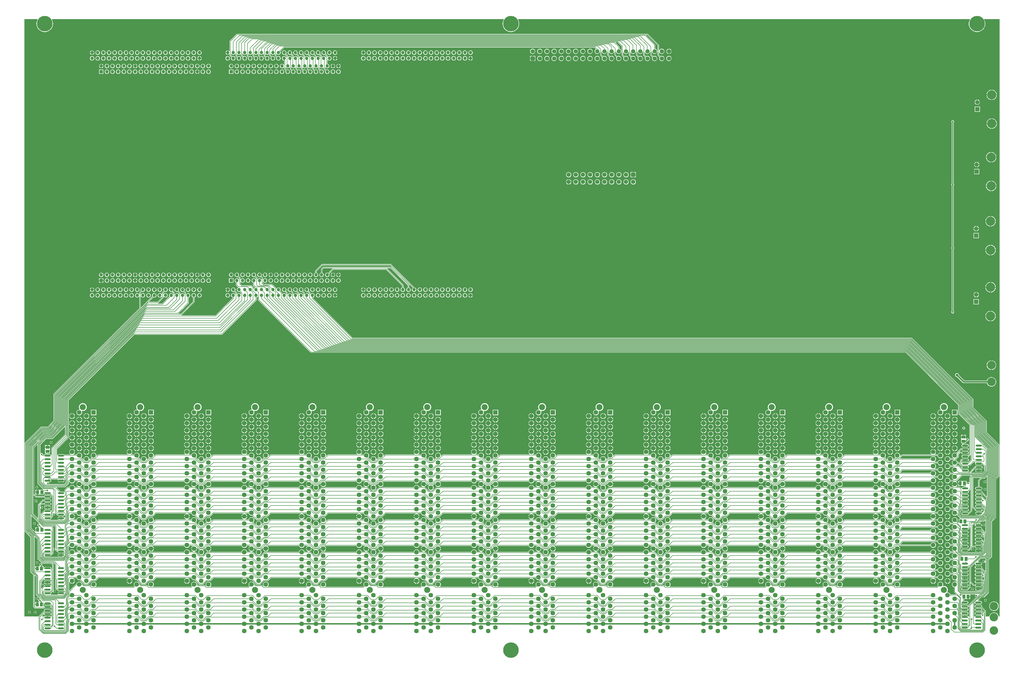
<source format=gbl>
%FSLAX25Y25*%
%MOIN*%
G70*
G01*
G75*
G04 Layer_Physical_Order=2*
G04 Layer_Color=16711680*
%ADD10R,0.05512X0.05906*%
%ADD11R,0.05512X0.04331*%
%ADD12R,0.05709X0.02165*%
%ADD13R,0.05709X0.02165*%
%ADD14R,0.04331X0.06693*%
%ADD15R,0.08661X0.07874*%
%ADD16C,0.00500*%
%ADD17C,0.01181*%
%ADD18C,0.01969*%
%ADD19C,0.04724*%
%ADD20R,0.04724X0.04724*%
%ADD21R,0.05906X0.05906*%
%ADD22C,0.05906*%
%ADD23C,0.12992*%
%ADD24C,0.11811*%
%ADD25R,0.06378X0.06378*%
%ADD26C,0.06378*%
%ADD27C,0.08425*%
%ADD28C,0.21654*%
%ADD29C,0.02362*%
%ADD30C,0.03937*%
%ADD31O,0.08661X0.02362*%
%ADD32R,0.04331X0.05512*%
G36*
X801222Y407738D02*
X801613Y406794D01*
X802234Y405984D01*
X803044Y405363D01*
X803988Y404972D01*
X805000Y404839D01*
X805686Y404929D01*
X812079Y398536D01*
X812389Y398328D01*
X812504Y398305D01*
X812461Y397866D01*
X812402Y397808D01*
X811184D01*
X809565Y399427D01*
X809254Y399635D01*
X808888Y399707D01*
X808785D01*
X808778Y399762D01*
X808387Y400706D01*
X807766Y401516D01*
X806956Y402137D01*
X806012Y402528D01*
X805000Y402661D01*
X803988Y402528D01*
X803044Y402137D01*
X802234Y401516D01*
X801613Y400706D01*
X801222Y399762D01*
X801089Y398750D01*
X801222Y397738D01*
X801558Y396927D01*
X800076Y395446D01*
X747842D01*
X747681Y395919D01*
X747766Y395984D01*
X748387Y396794D01*
X748778Y397738D01*
X748911Y398750D01*
X748778Y399762D01*
X748387Y400706D01*
X747766Y401516D01*
X746956Y402137D01*
X746012Y402528D01*
X745000Y402661D01*
X743988Y402528D01*
X743044Y402137D01*
X742234Y401516D01*
X741613Y400706D01*
X741222Y399762D01*
X741089Y398750D01*
X741222Y397738D01*
X741613Y396794D01*
X741772Y396587D01*
X741396Y396258D01*
X740126Y397527D01*
X739815Y397735D01*
X739449Y397808D01*
X736994D01*
X736945Y398305D01*
X737059Y398328D01*
X737370Y398536D01*
X742208Y403373D01*
X747323D01*
X747689Y403446D01*
X748000Y403654D01*
X752139Y407793D01*
X793345D01*
X793442Y407302D01*
X793044Y407137D01*
X792234Y406516D01*
X791613Y405706D01*
X791222Y404762D01*
X791154Y404250D01*
X798846D01*
X798778Y404762D01*
X798387Y405706D01*
X797766Y406516D01*
X796956Y407137D01*
X796558Y407302D01*
X796655Y407793D01*
X801215D01*
X801222Y407738D01*
D02*
G37*
G36*
X721222D02*
X721613Y406794D01*
X722234Y405984D01*
X723044Y405363D01*
X723988Y404972D01*
X725000Y404839D01*
X725686Y404929D01*
X732079Y398536D01*
X732389Y398328D01*
X732504Y398305D01*
X732461Y397866D01*
X732402Y397808D01*
X731184D01*
X729565Y399427D01*
X729254Y399635D01*
X728888Y399707D01*
X728785D01*
X728778Y399762D01*
X728387Y400706D01*
X727766Y401516D01*
X726956Y402137D01*
X726012Y402528D01*
X725000Y402661D01*
X723988Y402528D01*
X723044Y402137D01*
X722234Y401516D01*
X721613Y400706D01*
X721222Y399762D01*
X721089Y398750D01*
X721222Y397738D01*
X721558Y396927D01*
X720076Y395446D01*
X667842D01*
X667681Y395919D01*
X667766Y395984D01*
X668387Y396794D01*
X668778Y397738D01*
X668911Y398750D01*
X668778Y399762D01*
X668387Y400706D01*
X667766Y401516D01*
X666956Y402137D01*
X666012Y402528D01*
X665000Y402661D01*
X663988Y402528D01*
X663044Y402137D01*
X662234Y401516D01*
X661613Y400706D01*
X661222Y399762D01*
X661089Y398750D01*
X661222Y397738D01*
X661613Y396794D01*
X661771Y396587D01*
X661396Y396258D01*
X660126Y397527D01*
X659815Y397735D01*
X659449Y397808D01*
X656994D01*
X656945Y398305D01*
X657059Y398328D01*
X657370Y398536D01*
X662208Y403373D01*
X667323D01*
X667689Y403446D01*
X668000Y403654D01*
X672139Y407793D01*
X713345D01*
X713442Y407302D01*
X713044Y407137D01*
X712234Y406516D01*
X711613Y405706D01*
X711222Y404762D01*
X711154Y404250D01*
X718846D01*
X718778Y404762D01*
X718387Y405706D01*
X717766Y406516D01*
X716956Y407137D01*
X716558Y407302D01*
X716655Y407793D01*
X721215D01*
X721222Y407738D01*
D02*
G37*
G36*
X641222D02*
X641613Y406794D01*
X642234Y405984D01*
X643044Y405363D01*
X643988Y404972D01*
X645000Y404839D01*
X645686Y404929D01*
X652079Y398536D01*
X652389Y398328D01*
X652504Y398305D01*
X652461Y397866D01*
X652402Y397808D01*
X651184D01*
X649565Y399427D01*
X649254Y399635D01*
X648888Y399707D01*
X648785D01*
X648778Y399762D01*
X648387Y400706D01*
X647766Y401516D01*
X646956Y402137D01*
X646012Y402528D01*
X645000Y402661D01*
X643988Y402528D01*
X643044Y402137D01*
X642234Y401516D01*
X641613Y400706D01*
X641222Y399762D01*
X641089Y398750D01*
X641222Y397738D01*
X641558Y396927D01*
X640076Y395446D01*
X587842D01*
X587681Y395919D01*
X587766Y395984D01*
X588387Y396794D01*
X588778Y397738D01*
X588911Y398750D01*
X588778Y399762D01*
X588387Y400706D01*
X587766Y401516D01*
X586956Y402137D01*
X586012Y402528D01*
X585000Y402661D01*
X583988Y402528D01*
X583044Y402137D01*
X582234Y401516D01*
X581613Y400706D01*
X581222Y399762D01*
X581089Y398750D01*
X581222Y397738D01*
X581613Y396794D01*
X581772Y396587D01*
X581396Y396258D01*
X580126Y397527D01*
X579815Y397735D01*
X579449Y397808D01*
X576994D01*
X576945Y398305D01*
X577059Y398328D01*
X577370Y398536D01*
X577370Y398536D01*
X577370Y398536D01*
X582208Y403373D01*
X587323D01*
X587689Y403446D01*
X588000Y403654D01*
X588000Y403654D01*
X588000Y403654D01*
X592139Y407793D01*
X633345D01*
X633442Y407302D01*
X633044Y407137D01*
X632234Y406516D01*
X631613Y405706D01*
X631222Y404762D01*
X631154Y404250D01*
X638846D01*
X638778Y404762D01*
X638387Y405706D01*
X637766Y406516D01*
X636956Y407137D01*
X636558Y407302D01*
X636655Y407793D01*
X641215D01*
X641222Y407738D01*
D02*
G37*
G36*
X881222D02*
X881613Y406794D01*
X882234Y405984D01*
X883044Y405363D01*
X883988Y404972D01*
X885000Y404839D01*
X885686Y404929D01*
X892079Y398536D01*
D01*
X892079D01*
X892079Y398536D01*
X892079Y398536D01*
X892079D01*
D01*
X892079D01*
X892079Y398536D01*
Y398536D01*
X892079Y398536D01*
Y398536D01*
X892389Y398328D01*
X892504Y398305D01*
X892461Y397866D01*
X892402Y397808D01*
X891184D01*
X889565Y399427D01*
X889254Y399635D01*
X888888Y399707D01*
X888785D01*
X888778Y399762D01*
X888387Y400706D01*
X887766Y401516D01*
X886956Y402137D01*
X886012Y402528D01*
X885000Y402661D01*
X883988Y402528D01*
X883044Y402137D01*
X882234Y401516D01*
X881613Y400706D01*
X881222Y399762D01*
X881089Y398750D01*
X881222Y397738D01*
X881558Y396927D01*
X880076Y395446D01*
X827842D01*
X827681Y395919D01*
X827766Y395984D01*
X828387Y396794D01*
X828778Y397738D01*
X828911Y398750D01*
X828778Y399762D01*
X828387Y400706D01*
X827766Y401516D01*
X826956Y402137D01*
X826012Y402528D01*
X825000Y402661D01*
X823988Y402528D01*
X823044Y402137D01*
X822234Y401516D01*
X821613Y400706D01*
X821222Y399762D01*
X821089Y398750D01*
X821222Y397738D01*
X821613Y396794D01*
X821772Y396587D01*
X821396Y396258D01*
X820126Y397527D01*
X819815Y397735D01*
X819449Y397808D01*
X816994D01*
X816945Y398305D01*
X817059Y398328D01*
X817370Y398536D01*
X822208Y403373D01*
X827323D01*
X827689Y403446D01*
X828000Y403654D01*
X832139Y407793D01*
X873345D01*
X873442Y407302D01*
X873044Y407137D01*
X872234Y406516D01*
X871613Y405706D01*
X871222Y404762D01*
X871154Y404250D01*
X878846D01*
X878778Y404762D01*
X878387Y405706D01*
X877766Y406516D01*
X876956Y407137D01*
X876558Y407302D01*
X876655Y407793D01*
X881215D01*
X881222Y407738D01*
D02*
G37*
G36*
X1121222D02*
X1121613Y406794D01*
X1122234Y405984D01*
X1123044Y405363D01*
X1123988Y404972D01*
X1125000Y404839D01*
X1125686Y404929D01*
X1132079Y398536D01*
X1132390Y398328D01*
X1132504Y398305D01*
X1132461Y397866D01*
X1132402Y397808D01*
X1131184D01*
X1129565Y399427D01*
X1129254Y399635D01*
X1128888Y399707D01*
X1128785D01*
X1128778Y399762D01*
X1128387Y400706D01*
X1127766Y401516D01*
X1126956Y402137D01*
X1126012Y402528D01*
X1125000Y402661D01*
X1123988Y402528D01*
X1123044Y402137D01*
X1122234Y401516D01*
X1121613Y400706D01*
X1121222Y399762D01*
X1121089Y398750D01*
X1121222Y397738D01*
X1121558Y396927D01*
X1120076Y395446D01*
X1067842D01*
X1067681Y395919D01*
X1067766Y395984D01*
X1068387Y396794D01*
X1068778Y397738D01*
X1068911Y398750D01*
X1068778Y399762D01*
X1068387Y400706D01*
X1067766Y401516D01*
X1066956Y402137D01*
X1066012Y402528D01*
X1065000Y402661D01*
X1063988Y402528D01*
X1063044Y402137D01*
X1062234Y401516D01*
X1061613Y400706D01*
X1061222Y399762D01*
X1061089Y398750D01*
X1061222Y397738D01*
X1061613Y396794D01*
X1061771Y396587D01*
X1061396Y396258D01*
X1060126Y397527D01*
X1059815Y397735D01*
X1059449Y397808D01*
X1056994D01*
X1056945Y398305D01*
X1057059Y398328D01*
X1057370Y398536D01*
X1057370Y398536D01*
X1057370Y398536D01*
X1062208Y403373D01*
X1067323D01*
X1067689Y403446D01*
X1068000Y403654D01*
X1068000Y403654D01*
X1068000Y403654D01*
X1072139Y407793D01*
X1113345D01*
X1113442Y407302D01*
X1113044Y407137D01*
X1112234Y406516D01*
X1111613Y405706D01*
X1111222Y404762D01*
X1111154Y404250D01*
X1118846D01*
X1118778Y404762D01*
X1118387Y405706D01*
X1117766Y406516D01*
X1116956Y407137D01*
X1116558Y407302D01*
X1116655Y407793D01*
X1121215D01*
X1121222Y407738D01*
D02*
G37*
G36*
X1041222D02*
X1041613Y406794D01*
X1042234Y405984D01*
X1043044Y405363D01*
X1043988Y404972D01*
X1045000Y404839D01*
X1045686Y404929D01*
X1052079Y398536D01*
X1052390Y398328D01*
X1052504Y398305D01*
X1052461Y397866D01*
X1052402Y397808D01*
X1051184D01*
X1049565Y399427D01*
X1049254Y399635D01*
X1048888Y399707D01*
X1048785D01*
X1048778Y399762D01*
X1048387Y400706D01*
X1047766Y401516D01*
X1046956Y402137D01*
X1046012Y402528D01*
X1045000Y402661D01*
X1043988Y402528D01*
X1043044Y402137D01*
X1042234Y401516D01*
X1041613Y400706D01*
X1041222Y399762D01*
X1041089Y398750D01*
X1041222Y397738D01*
X1041558Y396927D01*
X1040076Y395446D01*
X987842D01*
X987681Y395919D01*
X987766Y395984D01*
X988387Y396794D01*
X988778Y397738D01*
X988911Y398750D01*
X988778Y399762D01*
X988387Y400706D01*
X987766Y401516D01*
X986956Y402137D01*
X986012Y402528D01*
X985000Y402661D01*
X983988Y402528D01*
X983044Y402137D01*
X982234Y401516D01*
X981613Y400706D01*
X981222Y399762D01*
X981089Y398750D01*
X981222Y397738D01*
X981613Y396794D01*
X981771Y396587D01*
X981396Y396258D01*
X980126Y397527D01*
X979815Y397735D01*
X979449Y397808D01*
X976994D01*
X976945Y398305D01*
X977059Y398328D01*
X977370Y398536D01*
X977370Y398536D01*
X977370Y398536D01*
X982208Y403373D01*
X987323D01*
X987689Y403446D01*
X988000Y403654D01*
X988000Y403654D01*
X988000Y403654D01*
X992139Y407793D01*
X1033345D01*
X1033442Y407302D01*
X1033044Y407137D01*
X1032234Y406516D01*
X1031613Y405706D01*
X1031222Y404762D01*
X1031154Y404250D01*
X1038846D01*
X1038778Y404762D01*
X1038387Y405706D01*
X1037766Y406516D01*
X1036956Y407137D01*
X1036558Y407302D01*
X1036655Y407793D01*
X1041215D01*
X1041222Y407738D01*
D02*
G37*
G36*
X961222D02*
X961613Y406794D01*
X962234Y405984D01*
X963044Y405363D01*
X963988Y404972D01*
X965000Y404839D01*
X965686Y404929D01*
X972079Y398536D01*
X972390Y398328D01*
X972504Y398305D01*
X972461Y397866D01*
X972402Y397808D01*
X971184D01*
X969565Y399427D01*
X969254Y399635D01*
X968888Y399707D01*
X968785D01*
X968778Y399762D01*
X968387Y400706D01*
X967766Y401516D01*
X966956Y402137D01*
X966012Y402528D01*
X965000Y402661D01*
X963988Y402528D01*
X963044Y402137D01*
X962234Y401516D01*
X961613Y400706D01*
X961222Y399762D01*
X961089Y398750D01*
X961222Y397738D01*
X961558Y396927D01*
X960076Y395446D01*
X907842D01*
X907681Y395919D01*
X907766Y395984D01*
X908387Y396794D01*
X908778Y397738D01*
X908911Y398750D01*
X908778Y399762D01*
X908387Y400706D01*
X907766Y401516D01*
X906956Y402137D01*
X906012Y402528D01*
X905000Y402661D01*
X903988Y402528D01*
X903044Y402137D01*
X902234Y401516D01*
X901613Y400706D01*
X901222Y399762D01*
X901089Y398750D01*
X901222Y397738D01*
X901613Y396794D01*
X901772Y396587D01*
X901396Y396258D01*
X900126Y397527D01*
X899815Y397735D01*
X899449Y397808D01*
X896994D01*
X896945Y398305D01*
X897059Y398328D01*
X897370Y398536D01*
X902208Y403373D01*
X907323D01*
X907689Y403446D01*
X908000Y403654D01*
X912139Y407793D01*
X953345D01*
X953442Y407302D01*
X953044Y407137D01*
X952234Y406516D01*
X951613Y405706D01*
X951222Y404762D01*
X951154Y404250D01*
X958846D01*
X958778Y404762D01*
X958387Y405706D01*
X957766Y406516D01*
X956956Y407137D01*
X956558Y407302D01*
X956655Y407793D01*
X961215D01*
X961222Y407738D01*
D02*
G37*
G36*
X196002Y405519D02*
X196290Y405089D01*
X196908Y404675D01*
X197638Y404530D01*
X203937D01*
X204667Y404675D01*
X205285Y405089D01*
X205735Y404788D01*
Y403086D01*
X205285Y402785D01*
X204667Y403199D01*
X203937Y403344D01*
X201287D01*
Y401436D01*
Y399530D01*
X203937D01*
X204667Y399675D01*
X205285Y400089D01*
X205735Y399788D01*
Y398086D01*
X205285Y397785D01*
X204667Y398199D01*
X203937Y398344D01*
X197638D01*
X196908Y398199D01*
X196290Y397785D01*
X195876Y397167D01*
X195794Y396754D01*
X192418Y393378D01*
X192381Y393323D01*
X191902Y393468D01*
Y397765D01*
X192343Y398001D01*
X192577Y397845D01*
X192807Y397799D01*
Y399605D01*
Y401414D01*
X192577Y401368D01*
X192343Y401211D01*
X191902Y401447D01*
Y401966D01*
X195504Y405568D01*
X196002Y405519D01*
D02*
G37*
G36*
X225177Y618445D02*
Y608578D01*
X206410Y589811D01*
X206202Y589500D01*
X206129Y589134D01*
Y579470D01*
X205651Y579325D01*
X205285Y579872D01*
X204667Y580285D01*
X203937Y580430D01*
X200564D01*
Y581595D01*
X204232D01*
Y587146D01*
X204232Y587146D01*
D01*
D01*
D01*
D01*
D01*
X204232Y587303D01*
Y587331D01*
Y587402D01*
X204232Y587500D01*
D01*
X204232Y587657D01*
X204232Y587657D01*
X204232D01*
Y589854D01*
X197343D01*
Y587657D01*
X197343Y587657D01*
X197343D01*
X197343Y587500D01*
Y587303D01*
D01*
D01*
X197343D01*
Y581595D01*
X198649D01*
Y580430D01*
X197638D01*
X196908Y580285D01*
X196290Y579872D01*
X196028Y579481D01*
X194708D01*
X194335Y579854D01*
X194426Y580315D01*
X194281Y581045D01*
X193868Y581663D01*
X193249Y582077D01*
X192520Y582222D01*
X191790Y582077D01*
X191343Y581778D01*
X190902Y582014D01*
Y593879D01*
X198822Y601798D01*
X207480D01*
X207847Y601871D01*
X208157Y602079D01*
X208157Y602079D01*
X208157Y602079D01*
X224714Y618636D01*
X225177Y618445D01*
D02*
G37*
G36*
X241222Y407738D02*
X241613Y406794D01*
X242234Y405984D01*
X243044Y405363D01*
X243988Y404972D01*
X245000Y404839D01*
X245686Y404929D01*
X252079Y398536D01*
X252390Y398328D01*
X252504Y398305D01*
X252461Y397866D01*
X252402Y397808D01*
X251184D01*
X249565Y399427D01*
X249254Y399635D01*
X248888Y399707D01*
X248785D01*
X248778Y399762D01*
X248387Y400706D01*
X247766Y401516D01*
X246956Y402137D01*
X246012Y402528D01*
X245000Y402661D01*
X243988Y402528D01*
X243044Y402137D01*
X242234Y401516D01*
X241613Y400706D01*
X241222Y399762D01*
X241213Y399696D01*
X240903Y399635D01*
X240593Y399427D01*
X231223Y390057D01*
X230761Y390248D01*
Y402570D01*
X231251Y402668D01*
X231613Y401794D01*
X232234Y400984D01*
X233044Y400363D01*
X233988Y399972D01*
X234500Y399904D01*
Y403751D01*
X234999D01*
Y404250D01*
X238846D01*
X238778Y404762D01*
X238387Y405706D01*
X237766Y406516D01*
X236956Y407137D01*
X236558Y407302D01*
X236655Y407793D01*
X241215D01*
X241222Y407738D01*
D02*
G37*
G36*
X321222D02*
X321613Y406794D01*
X322234Y405984D01*
X323044Y405363D01*
X323988Y404972D01*
X325000Y404839D01*
X325686Y404929D01*
X332079Y398536D01*
X332389Y398328D01*
X332504Y398305D01*
X332461Y397866D01*
X332402Y397808D01*
X331184D01*
X329565Y399427D01*
X329254Y399635D01*
X328888Y399707D01*
X328785D01*
X328778Y399762D01*
X328387Y400706D01*
X327766Y401516D01*
X326956Y402137D01*
X326012Y402528D01*
X325000Y402661D01*
X323988Y402528D01*
X323044Y402137D01*
X322234Y401516D01*
X321613Y400706D01*
X321222Y399762D01*
X321089Y398750D01*
X321222Y397738D01*
X321557Y396927D01*
X320076Y395446D01*
X267842D01*
X267681Y395919D01*
X267766Y395984D01*
X268387Y396794D01*
X268778Y397738D01*
X268911Y398750D01*
X268778Y399762D01*
X268387Y400706D01*
X267766Y401516D01*
X266956Y402137D01*
X266012Y402528D01*
X265000Y402661D01*
X263988Y402528D01*
X263044Y402137D01*
X262234Y401516D01*
X261613Y400706D01*
X261222Y399762D01*
X261089Y398750D01*
X261222Y397738D01*
X261613Y396794D01*
X261771Y396587D01*
X261396Y396258D01*
X260126Y397527D01*
X259815Y397735D01*
X259449Y397808D01*
X256994D01*
X256945Y398305D01*
X257059Y398328D01*
X257370Y398536D01*
X257370Y398536D01*
X257370Y398536D01*
X262208Y403373D01*
X267323D01*
X267689Y403446D01*
X268000Y403654D01*
X268000Y403654D01*
X268000Y403654D01*
X272139Y407793D01*
X313345D01*
X313442Y407302D01*
X313044Y407137D01*
X312234Y406516D01*
X311613Y405706D01*
X311222Y404762D01*
X311154Y404250D01*
X318846D01*
X318778Y404762D01*
X318387Y405706D01*
X317766Y406516D01*
X316956Y407137D01*
X316558Y407302D01*
X316655Y407793D01*
X321215D01*
X321222Y407738D01*
D02*
G37*
G36*
X561222D02*
X561613Y406794D01*
X562234Y405984D01*
X563044Y405363D01*
X563988Y404972D01*
X565000Y404839D01*
X565686Y404929D01*
X572079Y398536D01*
X572390Y398328D01*
X572504Y398305D01*
X572461Y397866D01*
X572402Y397808D01*
X571184D01*
X569565Y399427D01*
X569254Y399635D01*
X568888Y399707D01*
X568785D01*
X568778Y399762D01*
X568387Y400706D01*
X567766Y401516D01*
X566956Y402137D01*
X566012Y402528D01*
X565000Y402661D01*
X563988Y402528D01*
X563044Y402137D01*
X562234Y401516D01*
X561613Y400706D01*
X561222Y399762D01*
X561089Y398750D01*
X561222Y397738D01*
X561557Y396927D01*
X560076Y395446D01*
X507842D01*
X507681Y395919D01*
X507766Y395984D01*
X508387Y396794D01*
X508778Y397738D01*
X508911Y398750D01*
X508778Y399762D01*
X508387Y400706D01*
X507766Y401516D01*
X506956Y402137D01*
X506012Y402528D01*
X505000Y402661D01*
X503988Y402528D01*
X503044Y402137D01*
X502234Y401516D01*
X501613Y400706D01*
X501222Y399762D01*
X501089Y398750D01*
X501222Y397738D01*
X501613Y396794D01*
X501771Y396587D01*
X501396Y396258D01*
X500126Y397527D01*
X499815Y397735D01*
X499449Y397808D01*
X496994D01*
X496945Y398305D01*
X497059Y398328D01*
X497370Y398536D01*
X497370Y398536D01*
X497370Y398536D01*
X502208Y403373D01*
X507323D01*
X507689Y403446D01*
X508000Y403654D01*
X508000Y403654D01*
X508000Y403654D01*
X512139Y407793D01*
X553345D01*
X553442Y407302D01*
X553044Y407137D01*
X552234Y406516D01*
X551613Y405706D01*
X551222Y404762D01*
X551154Y404250D01*
X558846D01*
X558778Y404762D01*
X558387Y405706D01*
X557766Y406516D01*
X556956Y407137D01*
X556558Y407302D01*
X556655Y407793D01*
X561215D01*
X561222Y407738D01*
D02*
G37*
G36*
X481222D02*
X481613Y406794D01*
X482234Y405984D01*
X483044Y405363D01*
X483988Y404972D01*
X485000Y404839D01*
X485686Y404929D01*
X492079Y398536D01*
X492389Y398328D01*
X492504Y398305D01*
X492461Y397866D01*
X492402Y397808D01*
X491184D01*
X489565Y399427D01*
X489254Y399635D01*
X488888Y399707D01*
X488785D01*
X488778Y399762D01*
X488387Y400706D01*
X487766Y401516D01*
X486956Y402137D01*
X486012Y402528D01*
X485000Y402661D01*
X483988Y402528D01*
X483044Y402137D01*
X482234Y401516D01*
X481613Y400706D01*
X481222Y399762D01*
X481089Y398750D01*
X481222Y397738D01*
X481558Y396927D01*
X480076Y395446D01*
X427842D01*
X427681Y395919D01*
X427766Y395984D01*
X428387Y396794D01*
X428778Y397738D01*
X428911Y398750D01*
X428778Y399762D01*
X428387Y400706D01*
X427766Y401516D01*
X426956Y402137D01*
X426012Y402528D01*
X425000Y402661D01*
X423988Y402528D01*
X423044Y402137D01*
X422234Y401516D01*
X421613Y400706D01*
X421222Y399762D01*
X421089Y398750D01*
X421222Y397738D01*
X421613Y396794D01*
X421771Y396587D01*
X421396Y396258D01*
X420126Y397527D01*
X419815Y397735D01*
X419449Y397808D01*
X416994D01*
X416945Y398305D01*
X417059Y398328D01*
X417370Y398536D01*
X422208Y403373D01*
X427323D01*
X427689Y403446D01*
X428000Y403654D01*
X428000Y403654D01*
X428000Y403654D01*
X432139Y407793D01*
X473345D01*
X473442Y407302D01*
X473044Y407137D01*
X472234Y406516D01*
X471613Y405706D01*
X471222Y404762D01*
X471154Y404250D01*
X478846D01*
X478778Y404762D01*
X478387Y405706D01*
X477766Y406516D01*
X476956Y407137D01*
X476558Y407302D01*
X476655Y407793D01*
X481215D01*
X481222Y407738D01*
D02*
G37*
G36*
X401222D02*
X401613Y406794D01*
X402234Y405984D01*
X403044Y405363D01*
X403988Y404972D01*
X405000Y404839D01*
X405686Y404929D01*
X412079Y398536D01*
X412390Y398328D01*
X412504Y398305D01*
X412461Y397866D01*
X412402Y397808D01*
X411184D01*
X409565Y399427D01*
X409254Y399635D01*
X408888Y399707D01*
X408785D01*
X408778Y399762D01*
X408387Y400706D01*
X407766Y401516D01*
X406956Y402137D01*
X406012Y402528D01*
X405000Y402661D01*
X403988Y402528D01*
X403044Y402137D01*
X402234Y401516D01*
X401613Y400706D01*
X401222Y399762D01*
X401089Y398750D01*
X401222Y397738D01*
X401557Y396927D01*
X400076Y395446D01*
X347842D01*
X347681Y395919D01*
X347766Y395984D01*
X348387Y396794D01*
X348778Y397738D01*
X348911Y398750D01*
X348778Y399762D01*
X348387Y400706D01*
X347766Y401516D01*
X346956Y402137D01*
X346012Y402528D01*
X345000Y402661D01*
X343988Y402528D01*
X343044Y402137D01*
X342234Y401516D01*
X341613Y400706D01*
X341222Y399762D01*
X341089Y398750D01*
X341222Y397738D01*
X341613Y396794D01*
X341772Y396587D01*
X341396Y396258D01*
X340126Y397527D01*
X339815Y397735D01*
X339449Y397808D01*
X336994D01*
X336945Y398305D01*
X337059Y398328D01*
X337370Y398536D01*
X337370Y398536D01*
X337370Y398536D01*
X342208Y403373D01*
X347323D01*
X347689Y403446D01*
X348000Y403654D01*
X348000Y403654D01*
X348000Y403654D01*
X352139Y407793D01*
X393345D01*
X393442Y407302D01*
X393044Y407137D01*
X392234Y406516D01*
X391613Y405706D01*
X391222Y404762D01*
X391154Y404250D01*
X398846D01*
X398778Y404762D01*
X398387Y405706D01*
X397766Y406516D01*
X396956Y407137D01*
X396558Y407302D01*
X396655Y407793D01*
X401215D01*
X401222Y407738D01*
D02*
G37*
G36*
X1509735Y548849D02*
Y522193D01*
X1509274Y522002D01*
X1503471Y527804D01*
X1503481Y527854D01*
X1503336Y528584D01*
X1502923Y529203D01*
X1502304Y529616D01*
X1501575Y529761D01*
X1495276D01*
X1494546Y529616D01*
X1493927Y529203D01*
X1493514Y528584D01*
X1493369Y527854D01*
X1493514Y527125D01*
X1493927Y526506D01*
X1494546Y526093D01*
X1495276Y525948D01*
X1501575D01*
X1502304Y526093D01*
X1502406Y526161D01*
X1508735Y519832D01*
Y517287D01*
X1508274Y517096D01*
X1503300Y522070D01*
X1503336Y522125D01*
X1503481Y522854D01*
X1503336Y523584D01*
X1502923Y524203D01*
X1502304Y524616D01*
X1501575Y524761D01*
X1495276D01*
X1494546Y524616D01*
X1493927Y524203D01*
X1493514Y523584D01*
X1493369Y522854D01*
X1493514Y522125D01*
X1493927Y521506D01*
X1494546Y521093D01*
X1495276Y520948D01*
X1501575D01*
X1501691Y520971D01*
X1502735Y519927D01*
X1502418Y519540D01*
X1502304Y519616D01*
X1501575Y519761D01*
X1495276D01*
X1494546Y519616D01*
X1493927Y519203D01*
X1493514Y518584D01*
X1493369Y517854D01*
X1493514Y517125D01*
X1493927Y516506D01*
X1494546Y516093D01*
X1495276Y515948D01*
X1501575D01*
X1502424Y515748D01*
D01*
X1502569Y515018D01*
X1502044Y514668D01*
X1501575Y514761D01*
X1495276D01*
X1494546Y514616D01*
X1493927Y514203D01*
X1493514Y513584D01*
X1493369Y512854D01*
X1493514Y512125D01*
X1493927Y511506D01*
X1494546Y511093D01*
X1495276Y510948D01*
X1501575D01*
X1502151Y511062D01*
X1506736Y506477D01*
Y505508D01*
X1506274Y505317D01*
X1503418Y508172D01*
X1503336Y508584D01*
X1502923Y509203D01*
X1502304Y509616D01*
X1501575Y509761D01*
X1495276D01*
X1494546Y509616D01*
X1493927Y509203D01*
X1493514Y508584D01*
X1493369Y507854D01*
X1493514Y507125D01*
X1493927Y506506D01*
X1494546Y506093D01*
X1495276Y505948D01*
X1501575D01*
X1502304Y506093D01*
X1502595Y506287D01*
X1505735Y503147D01*
Y502235D01*
X1505295Y501999D01*
X1505060Y502155D01*
X1504831Y502201D01*
Y500393D01*
X1504332D01*
Y499894D01*
X1502523D01*
X1502502Y500000D01*
X1502149Y499647D01*
X1501575Y499761D01*
X1498925D01*
Y497853D01*
Y495948D01*
X1501575D01*
X1501845Y496001D01*
X1502080Y495560D01*
X1501572Y495052D01*
X1475593D01*
X1473398Y497247D01*
Y501575D01*
X1473325Y501941D01*
X1473118Y502252D01*
X1472398Y502971D01*
Y504728D01*
X1472860Y504920D01*
X1474547Y503233D01*
X1474471Y502854D01*
X1474616Y502125D01*
X1475030Y501506D01*
X1475648Y501093D01*
X1476378Y500948D01*
X1482677D01*
X1483407Y501093D01*
X1484025Y501506D01*
X1484439Y502125D01*
X1484584Y502854D01*
X1484439Y503584D01*
X1484025Y504203D01*
X1483407Y504616D01*
X1482677Y504761D01*
X1476378D01*
X1475835Y504653D01*
X1473398Y507090D01*
Y508846D01*
X1473860Y509038D01*
X1474566Y508332D01*
X1474471Y507854D01*
X1474616Y507125D01*
X1475030Y506506D01*
X1475648Y506093D01*
X1476378Y505948D01*
X1482677D01*
X1483407Y506093D01*
X1484025Y506506D01*
X1484439Y507125D01*
X1484584Y507854D01*
X1484439Y508584D01*
X1484025Y509203D01*
X1483407Y509616D01*
X1482677Y509761D01*
X1476378D01*
X1475933Y509673D01*
X1474579Y511026D01*
Y511205D01*
X1475030Y511506D01*
X1475648Y511093D01*
X1476378Y510948D01*
X1479028D01*
Y512853D01*
Y514761D01*
X1476378D01*
X1475648Y514616D01*
X1475030Y514203D01*
X1474579Y514503D01*
Y516205D01*
X1475030Y516506D01*
X1475648Y516093D01*
X1476378Y515948D01*
X1482677D01*
X1483407Y516093D01*
X1484025Y516506D01*
X1484439Y517125D01*
X1484584Y517854D01*
X1484439Y518584D01*
X1484025Y519203D01*
X1483407Y519616D01*
X1482677Y519761D01*
X1476378D01*
X1476130Y519712D01*
X1474743Y521099D01*
X1475060Y521486D01*
X1475648Y521093D01*
X1476378Y520948D01*
X1482677D01*
X1483407Y521093D01*
X1484025Y521506D01*
X1484439Y522125D01*
X1484584Y522854D01*
X1484439Y523584D01*
X1484025Y524203D01*
X1483407Y524616D01*
X1482677Y524761D01*
X1476378D01*
X1476229Y524731D01*
X1475099Y525862D01*
X1475416Y526248D01*
X1475648Y526093D01*
X1476378Y525948D01*
X1482677D01*
X1483407Y526093D01*
X1484025Y526506D01*
X1484439Y527125D01*
X1484584Y527854D01*
X1484439Y528584D01*
X1484371Y528686D01*
X1486770Y531085D01*
X1487232Y530894D01*
Y502365D01*
X1484065Y499199D01*
X1484025Y499203D01*
X1483407Y499616D01*
X1482677Y499761D01*
X1476378D01*
X1475648Y499616D01*
X1475030Y499203D01*
X1474616Y498584D01*
X1474471Y497854D01*
X1474616Y497125D01*
X1475030Y496506D01*
X1475648Y496093D01*
X1476378Y495948D01*
X1482677D01*
X1483407Y496093D01*
X1484025Y496506D01*
X1484319Y496945D01*
X1484441Y496970D01*
X1484752Y497177D01*
X1488866Y501292D01*
X1489073Y501602D01*
X1489146Y501968D01*
X1489146Y501968D01*
X1489146Y501968D01*
Y501968D01*
Y506090D01*
X1489608Y506282D01*
X1493452Y502439D01*
X1493514Y502125D01*
X1493927Y501506D01*
X1494546Y501093D01*
X1495276Y500948D01*
X1501575D01*
X1502132Y501058D01*
X1502486Y500705D01*
X1502523Y500894D01*
X1503831D01*
Y502201D01*
X1503773Y502189D01*
X1503420Y502543D01*
X1503481Y502854D01*
X1503336Y503584D01*
X1502923Y504203D01*
X1502304Y504616D01*
X1501575Y504761D01*
X1495276D01*
X1494546Y504616D01*
X1494208Y504390D01*
X1490721Y507877D01*
Y547586D01*
X1500303D01*
X1500494Y547124D01*
X1497748Y544378D01*
X1497541Y544067D01*
X1497468Y543701D01*
Y534761D01*
X1495276D01*
X1494546Y534616D01*
X1493927Y534203D01*
X1493514Y533584D01*
X1493369Y532854D01*
X1493514Y532125D01*
X1493927Y531506D01*
X1494546Y531093D01*
X1495276Y530948D01*
X1501575D01*
X1502304Y531093D01*
X1502923Y531506D01*
X1503336Y532125D01*
X1503481Y532854D01*
X1503336Y533584D01*
X1502923Y534203D01*
X1502304Y534616D01*
X1501575Y534761D01*
X1499383D01*
Y543304D01*
X1502664Y546586D01*
X1506422D01*
X1506789Y546659D01*
X1507099Y546866D01*
X1509274Y549041D01*
X1509735Y548849D01*
D02*
G37*
G36*
X186838Y593725D02*
Y540012D01*
X186838Y540012D01*
X186838D01*
X186911Y539646D01*
X187118Y539335D01*
X194879Y531575D01*
X195017Y531482D01*
X194872Y531004D01*
X190019D01*
X190019Y531004D01*
Y531004D01*
X189862Y531004D01*
X189764D01*
X189665D01*
X189509Y531004D01*
X189509Y531004D01*
Y531004D01*
X187311D01*
Y527558D01*
Y524114D01*
X189665D01*
Y524114D01*
X189862D01*
X190019Y524114D01*
X190019Y524114D01*
Y524114D01*
X195571D01*
Y525028D01*
X196049Y525173D01*
X196290Y524813D01*
X196908Y524400D01*
X197638Y524255D01*
X203937D01*
X204579Y524382D01*
X207310Y521651D01*
Y502759D01*
X206197Y501646D01*
X205719Y501791D01*
X205699Y501891D01*
X205285Y502510D01*
X204667Y502923D01*
X203937Y503068D01*
X197638D01*
X196908Y502923D01*
X196290Y502510D01*
X195906Y501936D01*
X195760Y501838D01*
X191183Y497261D01*
X190721Y497453D01*
Y505009D01*
X191200Y505154D01*
X191427Y504813D01*
X192046Y504400D01*
X192276Y504354D01*
Y506160D01*
Y507969D01*
X192046Y507923D01*
X191427Y507510D01*
X191200Y507169D01*
X190721Y507314D01*
Y508659D01*
X192129Y510066D01*
X196120D01*
X196290Y509813D01*
X196908Y509400D01*
X197638Y509255D01*
X203937D01*
X204667Y509400D01*
X205285Y509813D01*
X205699Y510432D01*
X205844Y511161D01*
X205699Y511891D01*
X205285Y512510D01*
X204667Y512923D01*
X203937Y513068D01*
X197638D01*
X196908Y512923D01*
X196290Y512510D01*
X195936Y511981D01*
X191941D01*
X191750Y512443D01*
X194511Y515204D01*
X196028D01*
X196290Y514813D01*
X196908Y514400D01*
X197638Y514255D01*
X203937D01*
X204667Y514400D01*
X205285Y514813D01*
X205699Y515432D01*
X205844Y516161D01*
X205699Y516891D01*
X205285Y517510D01*
X204667Y517923D01*
X203937Y518068D01*
X197638D01*
X196908Y517923D01*
X196290Y517510D01*
X196028Y517119D01*
X194114D01*
X193748Y517046D01*
X193437Y516838D01*
X187906Y511307D01*
X187698Y510996D01*
X187625Y510630D01*
Y491635D01*
X187163Y491444D01*
X181335Y497272D01*
Y522957D01*
X181797Y523148D01*
X184461Y520484D01*
X184771Y520277D01*
X185138Y520204D01*
X196028D01*
X196290Y519813D01*
X196908Y519400D01*
X197638Y519255D01*
X203937D01*
X204667Y519400D01*
X205285Y519813D01*
X205699Y520432D01*
X205844Y521161D01*
X205699Y521891D01*
X205285Y522510D01*
X204667Y522923D01*
X203937Y523068D01*
X197638D01*
X196908Y522923D01*
X196290Y522510D01*
X196028Y522119D01*
X185534D01*
X183957Y523697D01*
Y524114D01*
X183957Y524114D01*
X186311D01*
Y527059D01*
X183957D01*
Y524350D01*
X183495Y524158D01*
X182351Y525302D01*
Y536331D01*
X182351Y536331D01*
X182351Y536331D01*
Y536331D01*
X182351D01*
X182351Y536331D01*
X182335Y536410D01*
Y589876D01*
X186376Y593917D01*
X186838Y593725D01*
D02*
G37*
G36*
X226208Y545461D02*
Y540948D01*
X224013Y538753D01*
X203281D01*
X202964Y539139D01*
X202988Y539264D01*
X201180D01*
Y540264D01*
X202988D01*
X202943Y540493D01*
X202529Y541112D01*
X201991Y541472D01*
Y541472D01*
X201991D01*
X201911Y541525D01*
Y541525D01*
X201920Y541617D01*
X203937D01*
X204667Y541762D01*
X205285Y542175D01*
X205699Y542794D01*
X205844Y543524D01*
X205699Y544253D01*
X205285Y544872D01*
X205356Y545106D01*
X214813D01*
X215049Y544665D01*
X214774Y544253D01*
X214728Y544024D01*
X224642D01*
X224596Y544253D01*
X224183Y544872D01*
X224254Y545106D01*
X224803D01*
X225169Y545179D01*
X225480Y545386D01*
X225746Y545652D01*
X226208Y545461D01*
D02*
G37*
G36*
X214185Y495484D02*
D01*
X214185D01*
X214185Y495484D01*
X214185Y495484D01*
X214185D01*
D01*
X214185D01*
X214185Y495484D01*
Y495484D01*
X214185Y495484D01*
Y495484D01*
X214496Y495277D01*
X214862Y495204D01*
X214926D01*
X215187Y494813D01*
X215806Y494400D01*
X216535Y494255D01*
X222835D01*
X223564Y494400D01*
X224183Y494813D01*
X224548Y495360D01*
X225027Y495215D01*
Y492108D01*
X224548Y491963D01*
X224183Y492510D01*
X223564Y492923D01*
X222835Y493068D01*
X220185D01*
Y491160D01*
Y489255D01*
X222835D01*
X223105Y489308D01*
X223172Y489182D01*
X222915Y488753D01*
X197856D01*
X197599Y489182D01*
X197638Y489255D01*
X203937D01*
X204667Y489400D01*
X205285Y489813D01*
X205699Y490432D01*
X205830Y491090D01*
X207764Y493024D01*
X207971Y493334D01*
X208044Y493701D01*
X208044Y493701D01*
X208044Y493701D01*
Y493701D01*
Y495010D01*
X208485Y495245D01*
X208719Y495089D01*
X208949Y495043D01*
Y496851D01*
X209448D01*
Y497350D01*
X211256D01*
X211210Y497580D01*
X210857Y498109D01*
X211243Y498426D01*
X214185Y495484D01*
D02*
G37*
G36*
X189329Y483742D02*
X189093Y483301D01*
X188583Y483403D01*
X187853Y483258D01*
X187234Y482844D01*
X186821Y482226D01*
X186676Y481496D01*
X186821Y480766D01*
X187234Y480148D01*
X187853Y479735D01*
X188583Y479589D01*
X188634Y479600D01*
X189130Y479104D01*
X188939Y478642D01*
X187311D01*
Y475196D01*
X186812D01*
Y474697D01*
X183957D01*
Y472381D01*
X183495Y472190D01*
X178162Y477523D01*
Y494256D01*
X178624Y494447D01*
X189329Y483742D01*
D02*
G37*
G36*
X1507917Y488136D02*
Y472437D01*
X1507455Y472246D01*
X1503078Y476623D01*
X1503088Y476673D01*
X1502943Y477403D01*
X1502529Y478021D01*
X1501911Y478435D01*
X1501181Y478580D01*
X1494882D01*
X1494152Y478435D01*
X1493534Y478021D01*
X1493120Y477403D01*
X1492975Y476673D01*
X1493120Y475944D01*
X1493534Y475325D01*
X1494152Y474912D01*
X1494882Y474766D01*
X1501181D01*
X1501911Y474912D01*
X1502013Y474980D01*
X1506727Y470265D01*
X1506630Y469775D01*
X1506455Y469702D01*
X1504220Y471937D01*
X1503910Y472144D01*
X1503543Y472217D01*
X1502980D01*
X1502943Y472403D01*
X1502529Y473022D01*
X1501911Y473435D01*
X1501181Y473580D01*
X1494882D01*
X1494152Y473435D01*
X1493534Y473022D01*
X1493120Y472403D01*
X1492975Y471673D01*
X1493120Y470944D01*
X1493534Y470325D01*
X1494152Y469912D01*
X1494882Y469767D01*
X1501181D01*
X1501911Y469912D01*
X1502496Y470302D01*
X1503147D01*
X1504447Y469002D01*
X1504302Y468523D01*
X1503857Y468435D01*
X1503238Y468021D01*
X1503134Y467865D01*
X1502634D01*
X1502529Y468021D01*
X1501911Y468435D01*
X1501181Y468580D01*
X1494882D01*
X1494152Y468435D01*
X1493534Y468021D01*
X1493120Y467403D01*
X1492975Y466673D01*
X1493120Y465944D01*
X1493534Y465325D01*
X1494152Y464912D01*
X1494882Y464767D01*
X1501181D01*
X1501911Y464912D01*
X1502529Y465325D01*
X1502634Y465481D01*
X1503134D01*
X1503238Y465325D01*
X1503857Y464912D01*
X1504587Y464767D01*
X1505316Y464912D01*
X1505735Y464688D01*
Y460051D01*
X1505274Y459860D01*
X1502995Y462138D01*
X1502943Y462403D01*
X1502529Y463022D01*
X1501911Y463435D01*
X1501181Y463580D01*
X1494882D01*
X1494152Y463435D01*
X1493534Y463022D01*
X1493120Y462403D01*
X1492975Y461673D01*
X1493120Y460944D01*
X1493534Y460325D01*
X1494152Y459912D01*
X1494882Y459766D01*
X1501181D01*
X1501911Y459912D01*
X1502272Y460153D01*
X1504735Y457690D01*
Y455539D01*
X1504274Y455348D01*
X1503065Y456557D01*
X1503088Y456673D01*
X1502943Y457403D01*
X1502529Y458021D01*
X1501911Y458435D01*
X1501181Y458580D01*
X1494882D01*
X1494152Y458435D01*
X1493534Y458021D01*
X1493120Y457403D01*
X1492975Y456673D01*
X1493120Y455944D01*
X1493534Y455325D01*
X1494152Y454912D01*
X1494882Y454767D01*
X1501181D01*
X1501911Y454912D01*
X1501966Y454948D01*
X1503736Y453178D01*
Y444853D01*
X1502359Y443477D01*
X1475593D01*
X1473398Y445672D01*
Y452941D01*
X1473860Y453132D01*
X1474370Y452623D01*
X1474223Y452403D01*
X1474078Y451673D01*
X1474223Y450944D01*
X1474636Y450325D01*
X1475255Y449912D01*
X1475984Y449766D01*
X1482283D01*
X1483013Y449912D01*
X1483632Y450325D01*
X1484045Y450944D01*
X1484190Y451673D01*
X1484045Y452403D01*
X1483632Y453021D01*
X1483013Y453435D01*
X1482283Y453580D01*
X1476120D01*
X1475282Y454418D01*
X1475518Y454859D01*
X1475984Y454767D01*
X1482283D01*
X1483013Y454912D01*
X1483632Y455325D01*
X1484045Y455944D01*
X1484190Y456673D01*
X1484045Y457403D01*
X1483632Y458021D01*
X1483013Y458435D01*
X1482283Y458580D01*
X1475984D01*
X1475540Y458492D01*
X1473792Y460239D01*
Y460727D01*
X1474271Y460872D01*
X1474636Y460325D01*
X1475255Y459912D01*
X1475984Y459766D01*
X1478634D01*
Y461672D01*
Y463580D01*
X1475984D01*
X1475255Y463435D01*
X1474636Y463022D01*
X1474271Y462474D01*
X1473792Y462620D01*
Y465727D01*
X1474271Y465872D01*
X1474636Y465325D01*
X1475255Y464912D01*
X1475984Y464767D01*
X1482283D01*
X1483013Y464912D01*
X1483632Y465325D01*
X1484045Y465944D01*
X1484190Y466673D01*
X1484045Y467403D01*
X1483632Y468021D01*
X1483013Y468435D01*
X1482283Y468580D01*
X1476475D01*
X1475724Y469330D01*
X1475960Y469771D01*
X1475984Y469767D01*
X1482283D01*
X1483013Y469912D01*
X1483632Y470325D01*
X1484045Y470944D01*
X1484190Y471673D01*
X1484045Y472403D01*
X1483632Y473022D01*
X1483013Y473435D01*
X1482283Y473580D01*
X1475984D01*
X1475835Y473550D01*
X1474705Y474680D01*
X1475022Y475067D01*
X1475255Y474912D01*
X1475984Y474766D01*
X1482283D01*
X1483013Y474912D01*
X1483632Y475325D01*
X1484045Y475944D01*
X1484059Y476012D01*
X1485716Y477669D01*
X1485924Y477980D01*
X1485947Y478094D01*
X1486444Y478045D01*
Y450397D01*
X1484030Y447982D01*
X1483632Y448022D01*
X1483013Y448435D01*
X1482283Y448580D01*
X1475984D01*
X1475255Y448435D01*
X1474636Y448022D01*
X1474223Y447403D01*
X1474078Y446673D01*
X1474223Y445944D01*
X1474636Y445325D01*
X1475255Y444912D01*
X1475984Y444767D01*
X1482283D01*
X1483013Y444912D01*
X1483632Y445325D01*
X1483893Y445716D01*
X1484075D01*
X1484441Y445789D01*
X1484752Y445996D01*
X1487041Y448286D01*
X1487520Y448141D01*
X1487463Y448425D01*
X1487533Y448777D01*
X1487681Y448925D01*
X1488870D01*
Y450233D01*
X1488745Y450208D01*
X1488482Y450424D01*
X1488359Y450608D01*
Y452153D01*
X1488821Y452345D01*
X1490170Y450996D01*
X1490480Y450789D01*
X1490847Y450716D01*
X1493272D01*
X1493534Y450325D01*
X1494152Y449912D01*
X1494882Y449766D01*
X1501181D01*
X1501911Y449912D01*
X1502529Y450325D01*
X1502943Y450944D01*
X1503088Y451673D01*
X1502943Y452403D01*
X1502529Y453021D01*
X1501911Y453435D01*
X1501181Y453580D01*
X1494882D01*
X1494152Y453435D01*
X1493534Y453021D01*
X1493272Y452631D01*
X1491243D01*
X1490327Y453546D01*
Y481249D01*
X1492129Y483050D01*
X1493023D01*
X1493258Y482610D01*
X1493120Y482403D01*
X1492975Y481673D01*
X1493120Y480944D01*
X1493534Y480325D01*
X1494152Y479912D01*
X1494882Y479767D01*
X1501181D01*
X1501911Y479912D01*
X1502529Y480325D01*
X1502943Y480944D01*
X1503088Y481673D01*
X1502943Y482403D01*
X1502529Y483021D01*
X1501911Y483435D01*
X1501181Y483580D01*
X1499760D01*
X1499569Y484042D01*
X1501578Y486051D01*
X1504781D01*
X1505148Y486123D01*
X1505458Y486331D01*
X1507455Y488327D01*
X1507917Y488136D01*
D02*
G37*
G36*
X211641Y479312D02*
Y449872D01*
X211200Y449637D01*
X210966Y449793D01*
X210736Y449839D01*
Y448031D01*
Y446224D01*
X210966Y446270D01*
X211584Y446683D01*
D01*
X211584Y446683D01*
X211922Y446567D01*
X214185Y444303D01*
X214185Y444303D01*
X214185Y444303D01*
Y444303D01*
X214185Y444303D01*
Y444303D01*
X214496Y444096D01*
X214862Y444023D01*
X214926D01*
X215187Y443632D01*
X215806Y443219D01*
X216535Y443074D01*
X222835D01*
X223564Y443219D01*
X223682Y443297D01*
X224123Y443062D01*
Y441899D01*
X223682Y441663D01*
X223564Y441742D01*
X222835Y441887D01*
X220185D01*
Y439979D01*
Y438074D01*
X221893D01*
X222044Y437710D01*
X221766Y437294D01*
X197343D01*
X196906Y437731D01*
X197142Y438172D01*
X197638Y438074D01*
X203937D01*
X204667Y438219D01*
X205285Y438632D01*
X205579Y439072D01*
X205701Y439096D01*
X206012Y439303D01*
X206012Y439303D01*
X206012Y439303D01*
X208551Y441843D01*
X208758Y442153D01*
X208831Y442520D01*
Y446191D01*
X209272Y446426D01*
X209507Y446270D01*
X209736Y446224D01*
Y448031D01*
Y449839D01*
X209507Y449793D01*
X209272Y449637D01*
X208831Y449872D01*
Y478134D01*
X208758Y478500D01*
X208551Y478811D01*
X207679Y479683D01*
X207870Y480145D01*
X210808D01*
X211641Y479312D01*
D02*
G37*
G36*
X1361222Y407738D02*
X1361613Y406794D01*
X1362234Y405984D01*
X1363044Y405363D01*
X1363988Y404972D01*
X1365000Y404839D01*
X1365686Y404929D01*
X1372079Y398536D01*
X1372390Y398328D01*
X1372504Y398305D01*
X1372461Y397866D01*
X1372402Y397808D01*
X1371184D01*
X1369565Y399427D01*
X1369254Y399635D01*
X1368888Y399707D01*
X1368785D01*
X1368778Y399762D01*
X1368387Y400706D01*
X1367766Y401516D01*
X1366956Y402137D01*
X1366012Y402528D01*
X1365000Y402661D01*
X1363988Y402528D01*
X1363044Y402137D01*
X1362234Y401516D01*
X1361613Y400706D01*
X1361222Y399762D01*
X1361089Y398750D01*
X1361222Y397738D01*
X1361558Y396927D01*
X1360076Y395446D01*
X1307842D01*
X1307681Y395919D01*
X1307766Y395984D01*
X1308387Y396794D01*
X1308778Y397738D01*
X1308911Y398750D01*
X1308778Y399762D01*
X1308387Y400706D01*
X1307766Y401516D01*
X1306956Y402137D01*
X1306012Y402528D01*
X1305000Y402661D01*
X1303988Y402528D01*
X1303044Y402137D01*
X1302234Y401516D01*
X1301613Y400706D01*
X1301222Y399762D01*
X1301089Y398750D01*
X1301222Y397738D01*
X1301613Y396794D01*
X1301772Y396587D01*
X1301396Y396258D01*
X1300126Y397527D01*
X1299815Y397735D01*
X1299449Y397808D01*
X1296994D01*
X1296945Y398305D01*
X1297059Y398328D01*
X1297370Y398536D01*
X1302208Y403373D01*
X1307323D01*
X1307689Y403446D01*
X1308000Y403654D01*
X1312139Y407793D01*
X1353345D01*
X1353442Y407302D01*
X1353044Y407137D01*
X1352234Y406516D01*
X1351613Y405706D01*
X1351222Y404762D01*
X1351154Y404250D01*
X1358846D01*
X1358778Y404762D01*
X1358387Y405706D01*
X1357766Y406516D01*
X1356956Y407137D01*
X1356558Y407302D01*
X1356655Y407793D01*
X1361215D01*
X1361222Y407738D01*
D02*
G37*
G36*
X1281222D02*
X1281613Y406794D01*
X1282234Y405984D01*
X1283044Y405363D01*
X1283988Y404972D01*
X1285000Y404839D01*
X1285686Y404929D01*
X1292079Y398536D01*
D01*
X1292079D01*
X1292079Y398536D01*
X1292079Y398536D01*
X1292079D01*
D01*
X1292079D01*
X1292079Y398536D01*
Y398536D01*
X1292079Y398536D01*
Y398536D01*
X1292389Y398328D01*
X1292504Y398305D01*
X1292461Y397866D01*
X1292402Y397808D01*
X1291184D01*
X1289565Y399427D01*
X1289254Y399635D01*
X1288888Y399707D01*
X1288785D01*
X1288778Y399762D01*
X1288387Y400706D01*
X1287766Y401516D01*
X1286956Y402137D01*
X1286012Y402528D01*
X1285000Y402661D01*
X1283988Y402528D01*
X1283044Y402137D01*
X1282234Y401516D01*
X1281613Y400706D01*
X1281222Y399762D01*
X1281089Y398750D01*
X1281222Y397738D01*
X1281558Y396927D01*
X1280076Y395446D01*
X1227842D01*
X1227681Y395919D01*
X1227766Y395984D01*
X1228387Y396794D01*
X1228778Y397738D01*
X1228911Y398750D01*
X1228778Y399762D01*
X1228387Y400706D01*
X1227766Y401516D01*
X1226956Y402137D01*
X1226012Y402528D01*
X1225000Y402661D01*
X1223988Y402528D01*
X1223044Y402137D01*
X1222234Y401516D01*
X1221613Y400706D01*
X1221222Y399762D01*
X1221089Y398750D01*
X1221222Y397738D01*
X1221613Y396794D01*
X1221772Y396587D01*
X1221396Y396258D01*
X1220126Y397527D01*
X1219815Y397735D01*
X1219449Y397808D01*
X1216994D01*
X1216945Y398305D01*
X1217059Y398328D01*
X1217370Y398536D01*
X1217370Y398536D01*
X1217370Y398536D01*
X1222208Y403373D01*
X1227323D01*
X1227689Y403446D01*
X1228000Y403654D01*
X1228000Y403654D01*
X1228000Y403654D01*
X1232139Y407793D01*
X1273345D01*
X1273442Y407302D01*
X1273044Y407137D01*
X1272234Y406516D01*
X1271613Y405706D01*
X1271222Y404762D01*
X1271154Y404250D01*
X1278846D01*
X1278778Y404762D01*
X1278387Y405706D01*
X1277766Y406516D01*
X1276956Y407137D01*
X1276558Y407302D01*
X1276655Y407793D01*
X1281215D01*
X1281222Y407738D01*
D02*
G37*
G36*
X1201222D02*
X1201613Y406794D01*
X1202234Y405984D01*
X1203044Y405363D01*
X1203988Y404972D01*
X1205000Y404839D01*
X1205686Y404929D01*
X1212079Y398536D01*
X1212389Y398328D01*
X1212504Y398305D01*
X1212461Y397866D01*
X1212402Y397808D01*
X1211184D01*
X1209565Y399427D01*
X1209254Y399635D01*
X1208888Y399707D01*
X1208785D01*
X1208778Y399762D01*
X1208387Y400706D01*
X1207766Y401516D01*
X1206956Y402137D01*
X1206012Y402528D01*
X1205000Y402661D01*
X1203988Y402528D01*
X1203044Y402137D01*
X1202234Y401516D01*
X1201613Y400706D01*
X1201222Y399762D01*
X1201089Y398750D01*
X1201222Y397738D01*
X1201558Y396927D01*
X1200076Y395446D01*
X1147842D01*
X1147681Y395919D01*
X1147766Y395984D01*
X1148387Y396794D01*
X1148778Y397738D01*
X1148911Y398750D01*
X1148778Y399762D01*
X1148387Y400706D01*
X1147766Y401516D01*
X1146956Y402137D01*
X1146012Y402528D01*
X1145000Y402661D01*
X1143988Y402528D01*
X1143044Y402137D01*
X1142234Y401516D01*
X1141613Y400706D01*
X1141222Y399762D01*
X1141089Y398750D01*
X1141222Y397738D01*
X1141613Y396794D01*
X1141772Y396587D01*
X1141396Y396258D01*
X1140126Y397527D01*
X1139815Y397735D01*
X1139449Y397808D01*
X1136994D01*
X1136945Y398305D01*
X1137059Y398328D01*
X1137370Y398536D01*
X1137370Y398536D01*
X1137370Y398536D01*
X1142208Y403373D01*
X1147323D01*
X1147689Y403446D01*
X1148000Y403654D01*
X1148000Y403654D01*
X1148000Y403654D01*
X1152139Y407793D01*
X1193345D01*
X1193442Y407302D01*
X1193044Y407137D01*
X1192234Y406516D01*
X1191613Y405706D01*
X1191222Y404762D01*
X1191154Y404250D01*
X1198846D01*
X1198778Y404762D01*
X1198387Y405706D01*
X1197766Y406516D01*
X1196956Y407137D01*
X1196558Y407302D01*
X1196655Y407793D01*
X1201215D01*
X1201222Y407738D01*
D02*
G37*
G36*
X186392Y462342D02*
Y435661D01*
X186392Y435661D01*
X186392D01*
X186465Y435295D01*
X186673Y434984D01*
X193988Y427669D01*
X193988D01*
X193988Y427669D01*
X193988D01*
X193988Y427669D01*
Y427669D01*
X193988Y427669D01*
Y427669D01*
X194298Y427462D01*
X194665Y427389D01*
X206297D01*
X207310Y426375D01*
Y420287D01*
X206848Y420096D01*
X205788Y421157D01*
X205844Y421437D01*
X205699Y422167D01*
X205285Y422785D01*
X204667Y423199D01*
X203937Y423344D01*
X197638D01*
X196908Y423199D01*
X196290Y422785D01*
X196028Y422394D01*
X195177D01*
Y424311D01*
X193627D01*
Y425394D01*
X193528Y425893D01*
X193245Y426316D01*
X193235Y426323D01*
X193245Y426378D01*
X193100Y427108D01*
X192687Y427726D01*
X192068Y428139D01*
X191339Y428285D01*
X190609Y428139D01*
X189990Y427726D01*
X189577Y427108D01*
X189432Y426378D01*
X189577Y425648D01*
X189990Y425030D01*
X190350Y424789D01*
X190205Y424311D01*
X189469D01*
D01*
D01*
X189469Y424311D01*
X189272D01*
Y424311D01*
X186917D01*
Y420865D01*
X186418D01*
Y420366D01*
X183563D01*
Y418444D01*
X183263Y418320D01*
X182847Y418598D01*
Y427952D01*
Y465234D01*
X183309Y465425D01*
X186392Y462342D01*
D02*
G37*
G36*
X1507767Y434380D02*
Y431536D01*
X1507273Y431438D01*
X1506860Y432057D01*
X1506242Y432470D01*
X1506012Y432516D01*
Y430708D01*
Y428901D01*
X1506242Y428947D01*
X1506860Y429360D01*
X1507273Y429979D01*
X1507767Y429881D01*
Y417941D01*
X1507305Y417750D01*
X1502960Y422094D01*
X1503088Y422736D01*
X1502943Y423466D01*
X1502529Y424085D01*
X1501911Y424498D01*
X1501181Y424643D01*
X1494882D01*
X1494152Y424498D01*
X1493534Y424085D01*
X1493120Y423466D01*
X1492975Y422736D01*
X1493120Y422007D01*
X1493534Y421388D01*
X1494152Y420975D01*
X1494882Y420829D01*
X1501181D01*
X1501462Y420885D01*
X1506767Y415580D01*
Y414532D01*
X1506305Y414340D01*
X1503058Y417587D01*
X1503088Y417736D01*
X1502943Y418466D01*
X1502529Y419085D01*
X1501911Y419498D01*
X1501181Y419643D01*
X1494882D01*
X1494152Y419498D01*
X1493534Y419085D01*
X1493120Y418466D01*
X1492975Y417736D01*
X1493120Y417006D01*
X1493534Y416388D01*
X1494152Y415975D01*
X1494882Y415830D01*
X1501181D01*
X1501911Y415975D01*
X1501942Y415996D01*
X1504920Y413018D01*
X1504684Y412577D01*
X1504291Y412655D01*
X1503830Y412563D01*
X1502980Y413413D01*
X1502949Y413434D01*
X1502943Y413466D01*
X1502529Y414084D01*
X1501911Y414498D01*
X1501181Y414643D01*
X1494882D01*
X1494152Y414498D01*
X1493534Y414084D01*
X1493120Y413466D01*
X1492975Y412736D01*
X1493120Y412007D01*
X1493534Y411388D01*
X1494152Y410975D01*
X1494882Y410829D01*
X1501181D01*
X1501911Y410975D01*
X1502390Y411295D01*
D01*
X1502385Y410748D01*
X1502385Y410748D01*
X1502385D01*
X1502530Y410018D01*
X1502943Y409400D01*
X1503562Y408987D01*
X1504291Y408841D01*
X1505021Y408987D01*
X1505326Y409190D01*
X1505767Y408955D01*
Y405295D01*
X1505305Y405104D01*
X1503019Y407390D01*
X1503088Y407736D01*
X1502943Y408466D01*
X1502529Y409085D01*
X1501911Y409498D01*
X1501181Y409643D01*
X1494882D01*
X1494152Y409498D01*
X1493534Y409085D01*
X1493120Y408466D01*
X1492975Y407736D01*
X1493120Y407007D01*
X1493534Y406388D01*
X1494152Y405975D01*
X1494882Y405829D01*
X1501181D01*
X1501757Y405944D01*
X1504767Y402934D01*
Y401571D01*
X1504305Y401380D01*
X1503065Y402620D01*
X1503088Y402736D01*
X1502943Y403466D01*
X1502529Y404084D01*
X1501911Y404498D01*
X1501181Y404643D01*
X1494882D01*
X1494152Y404498D01*
X1493534Y404084D01*
X1493120Y403466D01*
X1492975Y402736D01*
X1493120Y402007D01*
X1493534Y401388D01*
X1494152Y400975D01*
X1494882Y400830D01*
X1501181D01*
X1501911Y400975D01*
X1501966Y401011D01*
X1503767Y399210D01*
Y391735D01*
X1502107Y390075D01*
X1474940D01*
X1473501Y391515D01*
Y398902D01*
X1473963Y399093D01*
X1474370Y398686D01*
X1474223Y398466D01*
X1474078Y397736D01*
X1474223Y397007D01*
X1474636Y396388D01*
X1475255Y395975D01*
X1475984Y395830D01*
X1482283D01*
X1483013Y395975D01*
X1483632Y396388D01*
X1484045Y397007D01*
X1484190Y397736D01*
X1484045Y398466D01*
X1483632Y399084D01*
X1483013Y399498D01*
X1482283Y399643D01*
X1476120D01*
X1475282Y400481D01*
X1475518Y400922D01*
X1475984Y400830D01*
X1482283D01*
X1483013Y400975D01*
X1483632Y401388D01*
X1484045Y402007D01*
X1484190Y402736D01*
X1484045Y403466D01*
X1483632Y404084D01*
X1483013Y404498D01*
X1482283Y404643D01*
X1475984D01*
X1475540Y404555D01*
X1474579Y405515D01*
Y405895D01*
X1475020Y406131D01*
X1475255Y405975D01*
X1475984Y405829D01*
X1478634D01*
Y407735D01*
Y409643D01*
X1475984D01*
X1475255Y409498D01*
X1475020Y409341D01*
X1474579Y409577D01*
Y410895D01*
X1475020Y411131D01*
X1475255Y410975D01*
X1475984Y410829D01*
X1482283D01*
X1483013Y410975D01*
X1483632Y411388D01*
X1484045Y412007D01*
X1484190Y412736D01*
X1484045Y413466D01*
X1483632Y414084D01*
X1483013Y414498D01*
X1482283Y414643D01*
X1476387D01*
X1475614Y415415D01*
X1475850Y415856D01*
X1475984Y415830D01*
X1482283D01*
X1483013Y415975D01*
X1483632Y416388D01*
X1484045Y417006D01*
X1484190Y417736D01*
X1484045Y418466D01*
X1483632Y419085D01*
X1483013Y419498D01*
X1482283Y419643D01*
X1475984D01*
X1475507Y419548D01*
X1474579Y420475D01*
Y420895D01*
X1475020Y421131D01*
X1475255Y420975D01*
X1475984Y420829D01*
X1482283D01*
X1483013Y420975D01*
X1483632Y421388D01*
X1484045Y422007D01*
X1484190Y422736D01*
X1484115Y423115D01*
X1484565Y423565D01*
X1485027Y423374D01*
Y395121D01*
X1483958Y394052D01*
X1483632Y394085D01*
X1483013Y394498D01*
X1482283Y394643D01*
X1475984D01*
X1475255Y394498D01*
X1474636Y394085D01*
X1474223Y393466D01*
X1474078Y392736D01*
X1474223Y392007D01*
X1474636Y391388D01*
X1475255Y390975D01*
X1475984Y390829D01*
X1482283D01*
X1483013Y390975D01*
X1483632Y391388D01*
X1483893Y391779D01*
X1483996D01*
X1484362Y391852D01*
X1484673Y392059D01*
X1486661Y394047D01*
X1486869Y394358D01*
X1486942Y394724D01*
Y400421D01*
X1487404Y400613D01*
X1490957Y397059D01*
Y397059D01*
D01*
Y397059D01*
X1490957Y397059D01*
D01*
D01*
X1490957D01*
X1490957Y397059D01*
Y397059D01*
Y397059D01*
D01*
D01*
X1490957D01*
Y397059D01*
X1491267Y396852D01*
X1491634Y396779D01*
X1493272D01*
X1493534Y396388D01*
X1494152Y395975D01*
X1494882Y395830D01*
X1501181D01*
X1501911Y395975D01*
X1502529Y396388D01*
X1502943Y397007D01*
X1503088Y397736D01*
X1502943Y398466D01*
X1502529Y399084D01*
X1501911Y399498D01*
X1501181Y399643D01*
X1494882D01*
X1494152Y399498D01*
X1493534Y399084D01*
X1493272Y398694D01*
X1492030D01*
X1488005Y402719D01*
Y422795D01*
X1492595Y427386D01*
X1493074Y427241D01*
X1493120Y427006D01*
X1493534Y426388D01*
X1494152Y425975D01*
X1494882Y425830D01*
X1501181D01*
X1501911Y425975D01*
X1502529Y426388D01*
X1502943Y427006D01*
X1503088Y427736D01*
X1502943Y428466D01*
X1502529Y429084D01*
X1501911Y429498D01*
X1501181Y429643D01*
X1498989D01*
Y432241D01*
X1501145Y434397D01*
X1507747D01*
X1507767Y434380D01*
D02*
G37*
G36*
X1493684Y568680D02*
X1493514Y568427D01*
X1493369Y567697D01*
X1493514Y566967D01*
X1493927Y566349D01*
X1494546Y565935D01*
X1495276Y565790D01*
X1501575D01*
X1502304Y565935D01*
X1502923Y566349D01*
X1502958Y566401D01*
X1503456Y566450D01*
X1506402Y563504D01*
X1506378Y563004D01*
X1506136Y562806D01*
X1506012Y562831D01*
Y561023D01*
Y559216D01*
X1506136Y559241D01*
X1506523Y558924D01*
Y557483D01*
X1503541Y554501D01*
X1487610D01*
X1487419Y554963D01*
X1493816Y561360D01*
X1493927Y561349D01*
X1494546Y560935D01*
X1495276Y560790D01*
X1501575D01*
X1502304Y560935D01*
X1502923Y561349D01*
X1503274Y561874D01*
X1503736Y561683D01*
X1503705Y561524D01*
X1505012D01*
Y562831D01*
X1504782Y562785D01*
X1504164Y562372D01*
X1503812Y561846D01*
X1503350Y562038D01*
X1503481Y562697D01*
X1503336Y563426D01*
X1502923Y564045D01*
X1502304Y564458D01*
X1501575Y564604D01*
X1495276D01*
X1494546Y564458D01*
X1493927Y564045D01*
X1493646Y563624D01*
X1493433Y563581D01*
X1493122Y563374D01*
X1485430Y555682D01*
X1483889D01*
X1483744Y556160D01*
X1484025Y556349D01*
X1484439Y556967D01*
X1484584Y557697D01*
X1484439Y558427D01*
X1484025Y559045D01*
X1483407Y559458D01*
X1482677Y559604D01*
X1476378D01*
X1476065Y559541D01*
X1471179Y564427D01*
X1470868Y564635D01*
X1470502Y564707D01*
X1466655D01*
X1466558Y565198D01*
X1466956Y565363D01*
X1467766Y565984D01*
X1468387Y566794D01*
X1468778Y567738D01*
X1468785Y567793D01*
X1469830D01*
X1474547Y563076D01*
X1474471Y562697D01*
X1474616Y561967D01*
X1475030Y561349D01*
X1475648Y560935D01*
X1476378Y560790D01*
X1482677D01*
X1483407Y560935D01*
X1484025Y561349D01*
X1484439Y561967D01*
X1484584Y562697D01*
X1484439Y563426D01*
X1484025Y564045D01*
X1484132Y564397D01*
X1486220D01*
X1486587Y564470D01*
X1486897Y564677D01*
X1486897Y564677D01*
X1486897Y564677D01*
X1491341Y569121D01*
X1493448D01*
X1493684Y568680D01*
D02*
G37*
G36*
X494043Y800156D02*
Y796063D01*
X494043Y796063D01*
X494043D01*
X494115Y795697D01*
X494323Y795386D01*
X567394Y722315D01*
X567704Y722108D01*
X568071Y722035D01*
X1396926D01*
X1469987Y648974D01*
Y637677D01*
X1469987Y637677D01*
X1469987D01*
X1470060Y637311D01*
X1470268Y637000D01*
X1485657Y621611D01*
Y581105D01*
X1483768Y579217D01*
X1483407Y579458D01*
X1482677Y579604D01*
X1476378D01*
X1475648Y579458D01*
X1475030Y579045D01*
X1474616Y578427D01*
X1474471Y577697D01*
X1474616Y576967D01*
X1475030Y576349D01*
X1475648Y575935D01*
X1476378Y575790D01*
X1482677D01*
X1483407Y575935D01*
X1484025Y576349D01*
X1484439Y576967D01*
X1484491Y577232D01*
X1487085Y579825D01*
X1487547Y579634D01*
Y572759D01*
X1483910Y569122D01*
X1483407Y569458D01*
X1482677Y569604D01*
X1476378D01*
X1475648Y569458D01*
X1475030Y569045D01*
X1474579Y569346D01*
Y571048D01*
X1475030Y571349D01*
Y571349D01*
X1475648Y570935D01*
X1476378Y570790D01*
X1482677D01*
X1483407Y570935D01*
X1484025Y571349D01*
X1484439Y571967D01*
X1484584Y572697D01*
X1484439Y573426D01*
X1484025Y574045D01*
X1483407Y574458D01*
X1482677Y574604D01*
X1476378D01*
X1475648Y574458D01*
X1475030Y574045D01*
X1474769Y573654D01*
X1474665D01*
X1474299Y573581D01*
X1473988Y573374D01*
X1472945Y572331D01*
X1472738Y572020D01*
X1472665Y571654D01*
Y568319D01*
X1472203Y568128D01*
X1470903Y569427D01*
X1470593Y569634D01*
X1470226Y569707D01*
X1468785D01*
X1468778Y569762D01*
X1468387Y570706D01*
X1467766Y571516D01*
X1466956Y572137D01*
X1466012Y572528D01*
X1465000Y572661D01*
X1465131Y572793D01*
X1466270D01*
X1466636Y572865D01*
X1466947Y573073D01*
X1466947Y573073D01*
X1466947Y573073D01*
X1470362Y576488D01*
X1470570Y576799D01*
X1470642Y577165D01*
X1470642Y577165D01*
X1470642Y577165D01*
Y577165D01*
Y580312D01*
X1472444Y582114D01*
X1474587D01*
X1474616Y581967D01*
X1475030Y581349D01*
X1475648Y580935D01*
X1476378Y580790D01*
X1482677D01*
X1483407Y580935D01*
X1484025Y581349D01*
X1484439Y581967D01*
X1484584Y582697D01*
X1484439Y583427D01*
X1484025Y584045D01*
X1483407Y584458D01*
X1482677Y584604D01*
X1476378D01*
X1475648Y584458D01*
X1475030Y584045D01*
X1475018Y584028D01*
X1472285D01*
X1472094Y584490D01*
X1474320Y586716D01*
X1474817Y586667D01*
X1475030Y586349D01*
X1475648Y585935D01*
X1476378Y585790D01*
X1482677D01*
X1483407Y585935D01*
X1484025Y586349D01*
X1484439Y586967D01*
X1484584Y587697D01*
X1484439Y588426D01*
X1484025Y589045D01*
X1483407Y589458D01*
X1482677Y589604D01*
X1476378D01*
X1475648Y589458D01*
X1475030Y589045D01*
X1474834Y588753D01*
X1474045D01*
X1473679Y588680D01*
X1473368Y588472D01*
X1467000Y582104D01*
X1466956Y582137D01*
X1466012Y582528D01*
X1465000Y582661D01*
X1463988Y582528D01*
X1463044Y582137D01*
X1462234Y581516D01*
X1461613Y580706D01*
X1461222Y579762D01*
X1461089Y578750D01*
X1461222Y577738D01*
X1461613Y576794D01*
X1462234Y575984D01*
X1463044Y575363D01*
X1463442Y575198D01*
X1463345Y574707D01*
X1458785D01*
X1458778Y574762D01*
X1458387Y575706D01*
X1457766Y576516D01*
X1456956Y577137D01*
X1456012Y577528D01*
X1455000Y577661D01*
X1453988Y577528D01*
X1453044Y577137D01*
X1452234Y576516D01*
X1451613Y575706D01*
X1451222Y574762D01*
X1451089Y573750D01*
X1451222Y572738D01*
X1451613Y571794D01*
X1452234Y570984D01*
X1453044Y570363D01*
X1453988Y569972D01*
X1455000Y569839D01*
X1456012Y569972D01*
X1456956Y570363D01*
X1457766Y570984D01*
X1458387Y571794D01*
X1458778Y572738D01*
X1458785Y572793D01*
X1463345D01*
X1463442Y572302D01*
X1463044Y572137D01*
X1462234Y571516D01*
X1461613Y570706D01*
X1461222Y569762D01*
X1461089Y568750D01*
X1461222Y567738D01*
X1461613Y566794D01*
X1462234Y565984D01*
X1463044Y565363D01*
X1463442Y565198D01*
X1463345Y564707D01*
X1458785D01*
X1458778Y564762D01*
X1458387Y565706D01*
X1457766Y566516D01*
X1456956Y567137D01*
X1456012Y567528D01*
X1455000Y567661D01*
X1453988Y567528D01*
X1453044Y567137D01*
X1452234Y566516D01*
X1451613Y565706D01*
X1451222Y564762D01*
X1451089Y563750D01*
X1451222Y562738D01*
X1451613Y561794D01*
X1452234Y560984D01*
X1453044Y560363D01*
X1453988Y559972D01*
X1455000Y559839D01*
X1456012Y559972D01*
X1456956Y560363D01*
X1457766Y560984D01*
X1458387Y561794D01*
X1458778Y562738D01*
X1458785Y562793D01*
X1463345D01*
X1463442Y562302D01*
X1463044Y562137D01*
X1462234Y561516D01*
X1461613Y560706D01*
X1461222Y559762D01*
X1461089Y558750D01*
X1461222Y557738D01*
X1461613Y556794D01*
X1462234Y555984D01*
X1463044Y555363D01*
X1463941Y554991D01*
X1463844Y554501D01*
X1458813D01*
X1458778Y554762D01*
X1458387Y555706D01*
X1457766Y556516D01*
X1456956Y557137D01*
X1456012Y557528D01*
X1455000Y557661D01*
X1453988Y557528D01*
X1453044Y557137D01*
X1452234Y556516D01*
X1451613Y555706D01*
X1451222Y554762D01*
X1451089Y553750D01*
X1451222Y552738D01*
X1451613Y551794D01*
X1452234Y550984D01*
X1453044Y550363D01*
X1453988Y549972D01*
X1455000Y549839D01*
X1456012Y549972D01*
X1456956Y550363D01*
X1457766Y550984D01*
X1458387Y551794D01*
X1458715Y552586D01*
X1462851D01*
X1463012Y552112D01*
X1462234Y551516D01*
X1461613Y550706D01*
X1461222Y549762D01*
X1461089Y548750D01*
X1461222Y547738D01*
X1461613Y546794D01*
X1462234Y545984D01*
X1463044Y545363D01*
X1463561Y545149D01*
X1463463Y544658D01*
X1458792D01*
X1458778Y544762D01*
X1458387Y545706D01*
X1457766Y546516D01*
X1456956Y547137D01*
X1456012Y547528D01*
X1455000Y547661D01*
X1453988Y547528D01*
X1453044Y547137D01*
X1452234Y546516D01*
X1451613Y545706D01*
X1451222Y544762D01*
X1451089Y543750D01*
X1451222Y542738D01*
X1451613Y541794D01*
X1452234Y540984D01*
X1453044Y540363D01*
X1453988Y539972D01*
X1455000Y539839D01*
X1456012Y539972D01*
X1456956Y540363D01*
X1457766Y540984D01*
X1458387Y541794D01*
X1458778Y542738D01*
X1458779Y542743D01*
X1463226D01*
X1463323Y542253D01*
X1463044Y542137D01*
X1462234Y541516D01*
X1461613Y540706D01*
X1461222Y539762D01*
X1461154Y539250D01*
X1468846D01*
X1468778Y539762D01*
X1468387Y540706D01*
X1467766Y541516D01*
X1466956Y542137D01*
X1466677Y542253D01*
X1466774Y542743D01*
X1466929D01*
X1467295Y542816D01*
X1467606Y543024D01*
X1475168Y550586D01*
X1487012D01*
X1487203Y550124D01*
X1485937Y548858D01*
X1485730Y548548D01*
X1485657Y548181D01*
Y541413D01*
X1485207Y541112D01*
X1484588Y541525D01*
X1483858Y541671D01*
X1483129Y541525D01*
X1482510Y541112D01*
X1482249Y540721D01*
X1481398D01*
Y543209D01*
X1475846D01*
X1475846Y543209D01*
Y543209D01*
X1475689Y543209D01*
X1475591D01*
X1475492D01*
X1475335Y543209D01*
X1475335Y543209D01*
Y543209D01*
X1473138D01*
Y539763D01*
Y536319D01*
X1475492D01*
Y536319D01*
X1475689D01*
X1475846Y536319D01*
X1475846Y536319D01*
Y536319D01*
X1478570D01*
Y534761D01*
X1476378D01*
X1475648Y534616D01*
X1475030Y534203D01*
X1474616Y533584D01*
X1474498Y532991D01*
X1474020Y532846D01*
X1472439Y534427D01*
X1472128Y534634D01*
X1471762Y534707D01*
X1466655D01*
X1466558Y535198D01*
X1466956Y535363D01*
X1467766Y535984D01*
X1468387Y536794D01*
X1468778Y537738D01*
X1468846Y538250D01*
X1461154D01*
X1461222Y537738D01*
X1461613Y536794D01*
X1462234Y535984D01*
X1463044Y535363D01*
X1463442Y535198D01*
X1463345Y534707D01*
X1458785D01*
X1458778Y534762D01*
X1458387Y535706D01*
X1457766Y536516D01*
X1456956Y537137D01*
X1456012Y537528D01*
X1455000Y537661D01*
X1453988Y537528D01*
X1453044Y537137D01*
X1452234Y536516D01*
X1451613Y535706D01*
X1451222Y534762D01*
X1451089Y533750D01*
X1451222Y532738D01*
X1451613Y531794D01*
X1452234Y530984D01*
X1453044Y530363D01*
X1453988Y529972D01*
X1455000Y529839D01*
X1456012Y529972D01*
X1456956Y530363D01*
X1457766Y530984D01*
X1458387Y531794D01*
X1458778Y532738D01*
X1458785Y532793D01*
X1463345D01*
X1463442Y532302D01*
X1463044Y532137D01*
X1462234Y531516D01*
X1461613Y530706D01*
X1461222Y529762D01*
X1461089Y528750D01*
X1461222Y527738D01*
X1461613Y526794D01*
X1462234Y525984D01*
X1463044Y525363D01*
X1463442Y525198D01*
X1463345Y524707D01*
X1458785D01*
X1458778Y524762D01*
X1458387Y525706D01*
X1457766Y526516D01*
X1456956Y527137D01*
X1456012Y527528D01*
X1455000Y527661D01*
X1453988Y527528D01*
X1453044Y527137D01*
X1452234Y526516D01*
X1451613Y525706D01*
X1451222Y524762D01*
X1451089Y523750D01*
X1451222Y522738D01*
X1451613Y521794D01*
X1452234Y520984D01*
X1453044Y520363D01*
X1453988Y519972D01*
X1455000Y519839D01*
X1456012Y519972D01*
X1456956Y520363D01*
X1457766Y520984D01*
X1458387Y521794D01*
X1458778Y522738D01*
X1458785Y522793D01*
X1463345D01*
X1463442Y522302D01*
X1463044Y522137D01*
X1462234Y521516D01*
X1461613Y520706D01*
X1461222Y519762D01*
X1461089Y518750D01*
X1461222Y517738D01*
X1461613Y516794D01*
X1462234Y515984D01*
X1463044Y515363D01*
X1463442Y515198D01*
X1463345Y514707D01*
X1458785D01*
X1458778Y514762D01*
X1458387Y515706D01*
X1457766Y516516D01*
X1456956Y517137D01*
X1456012Y517528D01*
X1455000Y517661D01*
X1453988Y517528D01*
X1453044Y517137D01*
X1452234Y516516D01*
X1451613Y515706D01*
X1451222Y514762D01*
X1451089Y513750D01*
X1451222Y512738D01*
X1451613Y511794D01*
X1452234Y510984D01*
X1453044Y510363D01*
X1453988Y509972D01*
X1455000Y509839D01*
X1456012Y509972D01*
X1456956Y510363D01*
X1457766Y510984D01*
X1458387Y511794D01*
X1458778Y512738D01*
X1458785Y512793D01*
X1463345D01*
X1463442Y512302D01*
X1463044Y512137D01*
X1462234Y511516D01*
X1461613Y510706D01*
X1461222Y509762D01*
X1461089Y508750D01*
X1461222Y507738D01*
X1461613Y506794D01*
X1462234Y505984D01*
X1463044Y505363D01*
X1463442Y505198D01*
X1463345Y504707D01*
X1458785D01*
X1458778Y504762D01*
X1458387Y505706D01*
X1457766Y506516D01*
X1456956Y507137D01*
X1456012Y507528D01*
X1455000Y507661D01*
X1453988Y507528D01*
X1453044Y507137D01*
X1452234Y506516D01*
X1451613Y505706D01*
X1451222Y504762D01*
X1451089Y503750D01*
X1451222Y502738D01*
X1451613Y501794D01*
X1452234Y500984D01*
X1453044Y500363D01*
X1453988Y499972D01*
X1455000Y499839D01*
X1456012Y499972D01*
X1456956Y500363D01*
X1457766Y500984D01*
X1458387Y501794D01*
X1458778Y502738D01*
X1458785Y502793D01*
X1463345D01*
X1463442Y502302D01*
X1463044Y502137D01*
X1462234Y501516D01*
X1461613Y500706D01*
X1461222Y499762D01*
X1461089Y498750D01*
X1461222Y497738D01*
X1461613Y496794D01*
X1462234Y495984D01*
X1463044Y495363D01*
X1463988Y494972D01*
X1465000Y494839D01*
X1466012Y494972D01*
X1466956Y495363D01*
X1467766Y495984D01*
X1468010Y496303D01*
X1468484Y496142D01*
Y495608D01*
X1468484Y495608D01*
X1468484D01*
X1468556Y495241D01*
X1468764Y494931D01*
X1472780Y490915D01*
X1472589Y490453D01*
X1470571D01*
Y487508D01*
X1473426D01*
Y486508D01*
X1470571D01*
Y485095D01*
X1470092Y484950D01*
X1469968Y485136D01*
X1468354Y486750D01*
X1468387Y486794D01*
X1468778Y487738D01*
X1468911Y488750D01*
X1468778Y489762D01*
X1468387Y490706D01*
X1467766Y491516D01*
X1466956Y492137D01*
X1466012Y492528D01*
X1465000Y492661D01*
X1463988Y492528D01*
X1463044Y492137D01*
X1462234Y491516D01*
X1461613Y490706D01*
X1461222Y489762D01*
X1461089Y488750D01*
X1461222Y487738D01*
X1461613Y486794D01*
X1462234Y485984D01*
X1463044Y485363D01*
X1463442Y485198D01*
X1463345Y484707D01*
X1458785D01*
X1458778Y484762D01*
X1458387Y485706D01*
X1457766Y486516D01*
X1456956Y487137D01*
X1456012Y487528D01*
X1455000Y487661D01*
X1453988Y487528D01*
X1453044Y487137D01*
X1452234Y486516D01*
X1451613Y485706D01*
X1451222Y484762D01*
X1451089Y483750D01*
X1451222Y482738D01*
X1451613Y481794D01*
X1452234Y480984D01*
X1453044Y480363D01*
X1453988Y479972D01*
X1455000Y479839D01*
X1456012Y479972D01*
X1456956Y480363D01*
X1457766Y480984D01*
X1458387Y481794D01*
X1458778Y482738D01*
X1458785Y482793D01*
X1463345D01*
X1463442Y482302D01*
X1463044Y482137D01*
X1462234Y481516D01*
X1461613Y480706D01*
X1461222Y479762D01*
X1461089Y478750D01*
X1461222Y477738D01*
X1461613Y476794D01*
X1462234Y475984D01*
X1463044Y475363D01*
X1463442Y475198D01*
X1463345Y474707D01*
X1458785D01*
X1458778Y474762D01*
X1458387Y475706D01*
X1457766Y476516D01*
X1456956Y477137D01*
X1456012Y477528D01*
X1455000Y477661D01*
X1453988Y477528D01*
X1453044Y477137D01*
X1452234Y476516D01*
X1451613Y475706D01*
X1451222Y474762D01*
X1451089Y473750D01*
X1451222Y472738D01*
X1451613Y471794D01*
X1452234Y470984D01*
X1453044Y470363D01*
X1453988Y469972D01*
X1455000Y469839D01*
X1456012Y469972D01*
X1456956Y470363D01*
X1457766Y470984D01*
X1458387Y471794D01*
X1458778Y472738D01*
X1458785Y472793D01*
X1463345D01*
X1463442Y472302D01*
X1463044Y472137D01*
X1462234Y471516D01*
X1461613Y470706D01*
X1461222Y469762D01*
X1461089Y468750D01*
X1461222Y467738D01*
X1461613Y466794D01*
X1462234Y465984D01*
X1463044Y465363D01*
X1463442Y465198D01*
X1463345Y464707D01*
X1458785D01*
X1458778Y464762D01*
X1458387Y465706D01*
X1457766Y466516D01*
X1456956Y467137D01*
X1456012Y467528D01*
X1455000Y467661D01*
X1453988Y467528D01*
X1453044Y467137D01*
X1452234Y466516D01*
X1451613Y465706D01*
X1451222Y464762D01*
X1451089Y463750D01*
X1451222Y462738D01*
X1451613Y461794D01*
X1452234Y460984D01*
X1453044Y460363D01*
X1453988Y459972D01*
X1455000Y459839D01*
X1456012Y459972D01*
X1456956Y460363D01*
X1457766Y460984D01*
X1458387Y461794D01*
X1458778Y462738D01*
X1458785Y462793D01*
X1463345D01*
X1463442Y462302D01*
X1463044Y462137D01*
X1462234Y461516D01*
X1461613Y460706D01*
X1461222Y459762D01*
X1461089Y458750D01*
X1461222Y457738D01*
X1461613Y456794D01*
X1462234Y455984D01*
X1463044Y455363D01*
X1463442Y455198D01*
X1463345Y454707D01*
X1458785D01*
X1458778Y454762D01*
X1458387Y455706D01*
X1457766Y456516D01*
X1456956Y457137D01*
X1456012Y457528D01*
X1455000Y457661D01*
X1453988Y457528D01*
X1453044Y457137D01*
X1452234Y456516D01*
X1451613Y455706D01*
X1451222Y454762D01*
X1451089Y453750D01*
X1451222Y452738D01*
X1451613Y451794D01*
X1452234Y450984D01*
X1453044Y450363D01*
X1453988Y449972D01*
X1455000Y449839D01*
X1456012Y449972D01*
X1456956Y450363D01*
X1457766Y450984D01*
X1458387Y451794D01*
X1458778Y452738D01*
X1458785Y452793D01*
X1463345D01*
X1463442Y452302D01*
X1463044Y452137D01*
X1462234Y451516D01*
X1461613Y450706D01*
X1461222Y449762D01*
X1461154Y449250D01*
X1465001D01*
Y448250D01*
X1461154D01*
X1461222Y447738D01*
X1461613Y446794D01*
X1462234Y445984D01*
X1463044Y445363D01*
X1463442Y445198D01*
X1463345Y444707D01*
X1458785D01*
X1458778Y444762D01*
X1458387Y445706D01*
X1457766Y446516D01*
X1456956Y447137D01*
X1456012Y447528D01*
X1455000Y447661D01*
X1453988Y447528D01*
X1453044Y447137D01*
X1452234Y446516D01*
X1451613Y445706D01*
X1451222Y444762D01*
X1451089Y443750D01*
X1451222Y442738D01*
X1451613Y441794D01*
X1452234Y440984D01*
X1453044Y440363D01*
X1453988Y439972D01*
X1455000Y439839D01*
X1456012Y439972D01*
X1456956Y440363D01*
X1457766Y440984D01*
X1458387Y441794D01*
X1458778Y442738D01*
X1458785Y442793D01*
X1463345D01*
X1463442Y442302D01*
X1463044Y442137D01*
X1462234Y441516D01*
X1461613Y440706D01*
X1461222Y439762D01*
X1461089Y438750D01*
X1461222Y437738D01*
X1461613Y436794D01*
X1462234Y435984D01*
X1463044Y435363D01*
X1463442Y435198D01*
X1463345Y434707D01*
X1458785D01*
X1458778Y434762D01*
X1458387Y435706D01*
X1457766Y436516D01*
X1456956Y437137D01*
X1456012Y437528D01*
X1455000Y437661D01*
X1453988Y437528D01*
X1453044Y437137D01*
X1452234Y436516D01*
X1451613Y435706D01*
X1451222Y434762D01*
X1451089Y433750D01*
X1451222Y432738D01*
X1451613Y431794D01*
X1452234Y430984D01*
X1453044Y430363D01*
X1453988Y429972D01*
X1455000Y429839D01*
X1456012Y429972D01*
X1456956Y430363D01*
X1457766Y430984D01*
X1458387Y431794D01*
X1458778Y432738D01*
X1458785Y432793D01*
X1463345D01*
X1463442Y432302D01*
X1463044Y432137D01*
X1462234Y431516D01*
X1461613Y430706D01*
X1461222Y429762D01*
X1461089Y428750D01*
X1461222Y427738D01*
X1461613Y426794D01*
X1462234Y425984D01*
X1463044Y425363D01*
X1463751Y425070D01*
X1463654Y424579D01*
X1458802D01*
X1458778Y424762D01*
X1458387Y425706D01*
X1457766Y426516D01*
X1456956Y427137D01*
X1456012Y427528D01*
X1455000Y427661D01*
X1453988Y427528D01*
X1453044Y427137D01*
X1452234Y426516D01*
X1451613Y425706D01*
X1451222Y424762D01*
X1451089Y423750D01*
X1451222Y422738D01*
X1451613Y421794D01*
X1452234Y420984D01*
X1453044Y420363D01*
X1453988Y419972D01*
X1455000Y419839D01*
X1456012Y419972D01*
X1456956Y420363D01*
X1457766Y420984D01*
X1458387Y421794D01*
X1458748Y422665D01*
X1463036D01*
X1463133Y422174D01*
X1463044Y422137D01*
X1462234Y421516D01*
X1461613Y420706D01*
X1461222Y419762D01*
X1461089Y418750D01*
X1461222Y417738D01*
X1461613Y416794D01*
X1462234Y415984D01*
X1463044Y415363D01*
X1463442Y415198D01*
X1463345Y414707D01*
X1458785D01*
X1458778Y414762D01*
X1458387Y415706D01*
X1457766Y416516D01*
X1456956Y417137D01*
X1456012Y417528D01*
X1455000Y417661D01*
X1453988Y417528D01*
X1453044Y417137D01*
X1452234Y416516D01*
X1451613Y415706D01*
X1451222Y414762D01*
X1451089Y413750D01*
X1451222Y412738D01*
X1451613Y411794D01*
X1452234Y410984D01*
X1453044Y410363D01*
X1453988Y409972D01*
X1455000Y409839D01*
X1456012Y409972D01*
X1456956Y410363D01*
X1457766Y410984D01*
X1458387Y411794D01*
X1458778Y412738D01*
X1458785Y412793D01*
X1463345D01*
X1463442Y412302D01*
X1463044Y412137D01*
X1462234Y411516D01*
X1461613Y410706D01*
X1461222Y409762D01*
X1461089Y408750D01*
X1461222Y407738D01*
X1461613Y406794D01*
X1462234Y405984D01*
X1463044Y405363D01*
X1463988Y404972D01*
X1464670Y404882D01*
X1466832Y402719D01*
X1466555Y402304D01*
X1466012Y402528D01*
X1465000Y402661D01*
X1463988Y402528D01*
X1463044Y402137D01*
X1462234Y401516D01*
X1461613Y400706D01*
X1461222Y399762D01*
X1461089Y398750D01*
X1461222Y397738D01*
X1461613Y396794D01*
X1462234Y395984D01*
X1463044Y395363D01*
X1463988Y394972D01*
X1464043Y394965D01*
Y388583D01*
X1464043Y388583D01*
X1464043D01*
X1464116Y388216D01*
X1464323Y387906D01*
X1467059Y385169D01*
X1466868Y384707D01*
X1458785D01*
X1458778Y384762D01*
X1458387Y385706D01*
X1457766Y386516D01*
X1456956Y387137D01*
X1456012Y387528D01*
X1455000Y387661D01*
X1454723Y387625D01*
X1454473Y388058D01*
X1454797Y388480D01*
X1455351Y389816D01*
X1455540Y391250D01*
X1455351Y392684D01*
X1454797Y394020D01*
X1453917Y395167D01*
X1452770Y396047D01*
X1451434Y396601D01*
X1450000Y396790D01*
X1448788Y396630D01*
X1448484Y397027D01*
X1448778Y397738D01*
X1448911Y398750D01*
X1448778Y399762D01*
X1448387Y400706D01*
X1447766Y401516D01*
X1446956Y402137D01*
X1446012Y402528D01*
X1445000Y402661D01*
X1443988Y402528D01*
X1443044Y402137D01*
X1442234Y401516D01*
X1441613Y400706D01*
X1441222Y399762D01*
X1441089Y398750D01*
X1441222Y397738D01*
X1441558Y396927D01*
X1440076Y395446D01*
X1387842D01*
X1387681Y395919D01*
X1387766Y395984D01*
X1388387Y396794D01*
X1388778Y397738D01*
X1388911Y398750D01*
X1388778Y399762D01*
X1388387Y400706D01*
X1387766Y401516D01*
X1386956Y402137D01*
X1386012Y402528D01*
X1385000Y402661D01*
X1383988Y402528D01*
X1383044Y402137D01*
X1382234Y401516D01*
X1381613Y400706D01*
X1381222Y399762D01*
X1381089Y398750D01*
X1381222Y397738D01*
X1381613Y396794D01*
X1381771Y396587D01*
X1381396Y396258D01*
X1380126Y397527D01*
X1379815Y397735D01*
X1379449Y397808D01*
X1376994D01*
X1376945Y398305D01*
X1377059Y398328D01*
X1377370Y398536D01*
X1377370Y398536D01*
X1377370Y398536D01*
X1382208Y403373D01*
X1387323D01*
X1387689Y403446D01*
X1388000Y403654D01*
X1388000Y403654D01*
X1388000Y403654D01*
X1392139Y407793D01*
X1433345D01*
X1433442Y407302D01*
X1433044Y407137D01*
X1432234Y406516D01*
X1431613Y405706D01*
X1431222Y404762D01*
X1431154Y404250D01*
X1438846D01*
X1438778Y404762D01*
X1438387Y405706D01*
X1437766Y406516D01*
X1436956Y407137D01*
X1436558Y407302D01*
X1436655Y407793D01*
X1441215D01*
X1441222Y407738D01*
X1441613Y406794D01*
X1442234Y405984D01*
X1443044Y405363D01*
X1443988Y404972D01*
X1445000Y404839D01*
X1446012Y404972D01*
X1446956Y405363D01*
X1447766Y405984D01*
X1448387Y406794D01*
X1448778Y407738D01*
X1448911Y408750D01*
X1448778Y409762D01*
X1448387Y410706D01*
X1447766Y411516D01*
X1446956Y412137D01*
X1446012Y412528D01*
X1445000Y412661D01*
X1443988Y412528D01*
X1443044Y412137D01*
X1442234Y411516D01*
X1441613Y410706D01*
X1441222Y409762D01*
X1441215Y409707D01*
X1436655D01*
X1436558Y410198D01*
X1436956Y410363D01*
X1437766Y410984D01*
X1438387Y411794D01*
X1438778Y412738D01*
X1438911Y413750D01*
X1438778Y414762D01*
X1438387Y415706D01*
X1437766Y416516D01*
X1436956Y417137D01*
X1436012Y417528D01*
X1435000Y417661D01*
Y417675D01*
X1435354Y418029D01*
X1441183D01*
X1441222Y417738D01*
X1441613Y416794D01*
X1442234Y415984D01*
X1443044Y415363D01*
X1443988Y414972D01*
X1445000Y414839D01*
X1446012Y414972D01*
X1446956Y415363D01*
X1447766Y415984D01*
X1448387Y416794D01*
X1448778Y417738D01*
X1448911Y418750D01*
X1448778Y419762D01*
X1448387Y420706D01*
X1447766Y421516D01*
X1446956Y422137D01*
X1446012Y422528D01*
X1445000Y422661D01*
X1443988Y422528D01*
X1443044Y422137D01*
X1442234Y421516D01*
X1441613Y420706D01*
X1441297Y419944D01*
X1437187D01*
X1437027Y420417D01*
X1437766Y420984D01*
X1438387Y421794D01*
X1438778Y422738D01*
X1438911Y423750D01*
X1438778Y424762D01*
X1438387Y425706D01*
X1437766Y426516D01*
X1436956Y427137D01*
X1436012Y427528D01*
X1435000Y427661D01*
X1435210Y427871D01*
X1441204D01*
X1441222Y427738D01*
X1441613Y426794D01*
X1442234Y425984D01*
X1443044Y425363D01*
X1443988Y424972D01*
X1445000Y424839D01*
X1446012Y424972D01*
X1446956Y425363D01*
X1447766Y425984D01*
X1448387Y426794D01*
X1448778Y427738D01*
X1448911Y428750D01*
X1448778Y429762D01*
X1448387Y430706D01*
X1447766Y431516D01*
X1446956Y432137D01*
X1446012Y432528D01*
X1445000Y432661D01*
X1443988Y432528D01*
X1443044Y432137D01*
X1442234Y431516D01*
X1441613Y430706D01*
X1441232Y429786D01*
X1436845D01*
X1436748Y430276D01*
X1436956Y430363D01*
X1437766Y430984D01*
X1438387Y431794D01*
X1438778Y432738D01*
X1438911Y433750D01*
X1438778Y434762D01*
X1438387Y435706D01*
X1437766Y436516D01*
X1436956Y437137D01*
X1436012Y437528D01*
X1435000Y437661D01*
Y437754D01*
X1435354Y438108D01*
X1441173D01*
X1441222Y437738D01*
X1441613Y436794D01*
X1442234Y435984D01*
X1443044Y435363D01*
X1443988Y434972D01*
X1445000Y434839D01*
X1446012Y434972D01*
X1446956Y435363D01*
X1447766Y435984D01*
X1448387Y436794D01*
X1448778Y437738D01*
X1448911Y438750D01*
X1448778Y439762D01*
X1448387Y440706D01*
X1447766Y441516D01*
X1446956Y442137D01*
X1446012Y442528D01*
X1445000Y442661D01*
X1443988Y442528D01*
X1443044Y442137D01*
X1442234Y441516D01*
X1441613Y440706D01*
X1441330Y440022D01*
X1437290D01*
X1437129Y440496D01*
X1437766Y440984D01*
X1438387Y441794D01*
X1438778Y442738D01*
X1438911Y443750D01*
X1438778Y444762D01*
X1438387Y445706D01*
X1437766Y446516D01*
X1436956Y447137D01*
X1436012Y447528D01*
X1435000Y447661D01*
X1433988Y447528D01*
X1433044Y447137D01*
X1432234Y446516D01*
X1431613Y445706D01*
X1431222Y444762D01*
X1431156Y444265D01*
X1383386D01*
X1383020Y444192D01*
X1382709Y443984D01*
X1377871Y439146D01*
X1372365D01*
X1367134Y444378D01*
X1366823Y444585D01*
X1366457Y444658D01*
Y445156D01*
X1366956Y445363D01*
X1367766Y445984D01*
X1368387Y446794D01*
X1368778Y447738D01*
X1368846Y448250D01*
X1361154D01*
X1361222Y447738D01*
X1361613Y446794D01*
X1362234Y445984D01*
X1363044Y445363D01*
X1363561Y445149D01*
X1363463Y444658D01*
X1358792D01*
X1358778Y444762D01*
X1358387Y445706D01*
X1357766Y446516D01*
X1356956Y447137D01*
X1356012Y447528D01*
X1355000Y447661D01*
X1353988Y447528D01*
X1353044Y447137D01*
X1352234Y446516D01*
X1351613Y445706D01*
X1351222Y444762D01*
X1351156Y444265D01*
X1303386D01*
X1303020Y444192D01*
X1302709Y443984D01*
X1297871Y439146D01*
X1292365D01*
X1287134Y444378D01*
X1286823Y444585D01*
X1286457Y444658D01*
Y445156D01*
X1286956Y445363D01*
X1287766Y445984D01*
X1288387Y446794D01*
X1288778Y447738D01*
X1288846Y448250D01*
X1281154D01*
X1281222Y447738D01*
X1281613Y446794D01*
X1282234Y445984D01*
X1283044Y445363D01*
X1283561Y445149D01*
X1283463Y444658D01*
X1278792D01*
X1278778Y444762D01*
X1278387Y445706D01*
X1277766Y446516D01*
X1276956Y447137D01*
X1276012Y447528D01*
X1275000Y447661D01*
X1273988Y447528D01*
X1273044Y447137D01*
X1272234Y446516D01*
X1271613Y445706D01*
X1271222Y444762D01*
X1271156Y444265D01*
X1223386D01*
X1223020Y444192D01*
X1222709Y443984D01*
X1217871Y439146D01*
X1212365D01*
X1207134Y444378D01*
X1206823Y444585D01*
X1206457Y444658D01*
Y445156D01*
X1206956Y445363D01*
X1207766Y445984D01*
X1208387Y446794D01*
X1208778Y447738D01*
X1208846Y448250D01*
X1201154D01*
X1201222Y447738D01*
X1201613Y446794D01*
X1202234Y445984D01*
X1203044Y445363D01*
X1203561Y445149D01*
X1203463Y444658D01*
X1198792D01*
X1198778Y444762D01*
X1198387Y445706D01*
X1197766Y446516D01*
X1196956Y447137D01*
X1196012Y447528D01*
X1195000Y447661D01*
X1193988Y447528D01*
X1193044Y447137D01*
X1192234Y446516D01*
X1191613Y445706D01*
X1191222Y444762D01*
X1191156Y444265D01*
X1143386D01*
X1143019Y444192D01*
X1142709Y443984D01*
X1137871Y439146D01*
X1132365D01*
X1127134Y444378D01*
X1126823Y444585D01*
X1126457Y444658D01*
Y445156D01*
X1126956Y445363D01*
X1127766Y445984D01*
X1128387Y446794D01*
X1128778Y447738D01*
X1128846Y448250D01*
X1121154D01*
X1121222Y447738D01*
X1121613Y446794D01*
X1122234Y445984D01*
X1123044Y445363D01*
X1123561Y445149D01*
X1123464Y444658D01*
X1118792D01*
X1118778Y444762D01*
X1118387Y445706D01*
X1117766Y446516D01*
X1116956Y447137D01*
X1116012Y447528D01*
X1115000Y447661D01*
X1113988Y447528D01*
X1113044Y447137D01*
X1112234Y446516D01*
X1111613Y445706D01*
X1111222Y444762D01*
X1111156Y444265D01*
X1063386D01*
X1063019Y444192D01*
X1062709Y443984D01*
X1057871Y439146D01*
X1052365D01*
X1047134Y444378D01*
X1046823Y444585D01*
X1046457Y444658D01*
Y445156D01*
X1046956Y445363D01*
X1047766Y445984D01*
X1048387Y446794D01*
X1048778Y447738D01*
X1048846Y448250D01*
X1041154D01*
X1041222Y447738D01*
X1041613Y446794D01*
X1042234Y445984D01*
X1043044Y445363D01*
X1043561Y445149D01*
X1043464Y444658D01*
X1038792D01*
X1038778Y444762D01*
X1038387Y445706D01*
X1037766Y446516D01*
X1036956Y447137D01*
X1036012Y447528D01*
X1035000Y447661D01*
X1033988Y447528D01*
X1033044Y447137D01*
X1032234Y446516D01*
X1031613Y445706D01*
X1031222Y444762D01*
X1031156Y444265D01*
X983386D01*
X983020Y444192D01*
X982709Y443984D01*
X977871Y439146D01*
X972365D01*
X967134Y444378D01*
X966823Y444585D01*
X966457Y444658D01*
Y445156D01*
X966956Y445363D01*
X967766Y445984D01*
X968387Y446794D01*
X968778Y447738D01*
X968846Y448250D01*
X961154D01*
X961222Y447738D01*
X961613Y446794D01*
X962234Y445984D01*
X963044Y445363D01*
X963561Y445149D01*
X963463Y444658D01*
X958792D01*
X958778Y444762D01*
X958387Y445706D01*
X957766Y446516D01*
X956956Y447137D01*
X956012Y447528D01*
X955000Y447661D01*
X953988Y447528D01*
X953044Y447137D01*
X952234Y446516D01*
X951613Y445706D01*
X951222Y444762D01*
X951156Y444265D01*
X903386D01*
X903020Y444192D01*
X902709Y443984D01*
X897871Y439146D01*
X892365D01*
X887134Y444378D01*
X886823Y444585D01*
X886457Y444658D01*
Y445156D01*
X886956Y445363D01*
X887766Y445984D01*
X888387Y446794D01*
X888778Y447738D01*
X888846Y448250D01*
X881154D01*
X881222Y447738D01*
X881613Y446794D01*
X882234Y445984D01*
X883044Y445363D01*
X883561Y445149D01*
X883463Y444658D01*
X878792D01*
X878778Y444762D01*
X878387Y445706D01*
X877766Y446516D01*
X876956Y447137D01*
X876012Y447528D01*
X875000Y447661D01*
X873988Y447528D01*
X873044Y447137D01*
X872234Y446516D01*
X871613Y445706D01*
X871222Y444762D01*
X871156Y444265D01*
X823386D01*
X823020Y444192D01*
X822709Y443984D01*
X817871Y439146D01*
X812365D01*
X807134Y444378D01*
X806823Y444585D01*
X806457Y444658D01*
Y445156D01*
X806956Y445363D01*
X807766Y445984D01*
X808387Y446794D01*
X808778Y447738D01*
X808846Y448250D01*
X801154D01*
X801222Y447738D01*
X801613Y446794D01*
X802234Y445984D01*
X803044Y445363D01*
X803561Y445149D01*
X803463Y444658D01*
X798792D01*
X798778Y444762D01*
X798387Y445706D01*
X797766Y446516D01*
X796956Y447137D01*
X796012Y447528D01*
X795000Y447661D01*
X793988Y447528D01*
X793044Y447137D01*
X792234Y446516D01*
X791613Y445706D01*
X791222Y444762D01*
X791156Y444265D01*
X743386D01*
X743019Y444192D01*
X742709Y443984D01*
X737871Y439146D01*
X732365D01*
X727134Y444378D01*
X726823Y444585D01*
X726457Y444658D01*
Y445156D01*
X726956Y445363D01*
X727766Y445984D01*
X728387Y446794D01*
X728778Y447738D01*
X728846Y448250D01*
X721154D01*
X721222Y447738D01*
X721613Y446794D01*
X722234Y445984D01*
X723044Y445363D01*
X723561Y445149D01*
X723463Y444658D01*
X718792D01*
X718778Y444762D01*
X718387Y445706D01*
X717766Y446516D01*
X716956Y447137D01*
X716012Y447528D01*
X715000Y447661D01*
X713988Y447528D01*
X713044Y447137D01*
X712234Y446516D01*
X711613Y445706D01*
X711222Y444762D01*
X711156Y444265D01*
X663386D01*
X663020Y444192D01*
X662709Y443984D01*
X657871Y439146D01*
X652365D01*
X647134Y444378D01*
X646823Y444585D01*
X646457Y444658D01*
Y445156D01*
X646956Y445363D01*
X647766Y445984D01*
X648387Y446794D01*
X648778Y447738D01*
X648846Y448250D01*
X641154D01*
X641222Y447738D01*
X641613Y446794D01*
X642234Y445984D01*
X643044Y445363D01*
X643561Y445149D01*
X643464Y444658D01*
X638792D01*
X638778Y444762D01*
X638387Y445706D01*
X637766Y446516D01*
X636956Y447137D01*
X636012Y447528D01*
X635000Y447661D01*
X633988Y447528D01*
X633044Y447137D01*
X632234Y446516D01*
X631613Y445706D01*
X631222Y444762D01*
X631156Y444265D01*
X583386D01*
X583019Y444192D01*
X582709Y443984D01*
X577871Y439146D01*
X572365D01*
X567134Y444378D01*
X566823Y444585D01*
X566457Y444658D01*
Y445156D01*
X566956Y445363D01*
X567766Y445984D01*
X568387Y446794D01*
X568778Y447738D01*
X568846Y448250D01*
X561154D01*
X561222Y447738D01*
X561613Y446794D01*
X562234Y445984D01*
X563044Y445363D01*
X563561Y445149D01*
X563463Y444658D01*
X558792D01*
X558778Y444762D01*
X558387Y445706D01*
X557766Y446516D01*
X556956Y447137D01*
X556012Y447528D01*
X555000Y447661D01*
X553988Y447528D01*
X553044Y447137D01*
X552234Y446516D01*
X551613Y445706D01*
X551222Y444762D01*
X551156Y444265D01*
X503386D01*
X503020Y444192D01*
X502709Y443984D01*
X497871Y439146D01*
X492365D01*
X487134Y444378D01*
X486823Y444585D01*
X486457Y444658D01*
Y445156D01*
X486956Y445363D01*
X487766Y445984D01*
X488387Y446794D01*
X488778Y447738D01*
X488846Y448250D01*
X481154D01*
X481222Y447738D01*
X481613Y446794D01*
X482234Y445984D01*
X483044Y445363D01*
X483561Y445149D01*
X483463Y444658D01*
X478792D01*
X478778Y444762D01*
X478387Y445706D01*
X477766Y446516D01*
X476956Y447137D01*
X476012Y447528D01*
X475000Y447661D01*
X473988Y447528D01*
X473044Y447137D01*
X472234Y446516D01*
X471613Y445706D01*
X471222Y444762D01*
X471156Y444265D01*
X423386D01*
X423020Y444192D01*
X422709Y443984D01*
X417871Y439146D01*
X412365D01*
X407134Y444378D01*
X406823Y444585D01*
X406457Y444658D01*
Y445156D01*
X406956Y445363D01*
X407766Y445984D01*
X408387Y446794D01*
X408778Y447738D01*
X408846Y448250D01*
X401154D01*
X401222Y447738D01*
X401613Y446794D01*
X402234Y445984D01*
X403044Y445363D01*
X403561Y445149D01*
X403464Y444658D01*
X398792D01*
X398778Y444762D01*
X398387Y445706D01*
X397766Y446516D01*
X396956Y447137D01*
X396012Y447528D01*
X395000Y447661D01*
X393988Y447528D01*
X393044Y447137D01*
X392234Y446516D01*
X391613Y445706D01*
X391222Y444762D01*
X391156Y444265D01*
X343386D01*
X343020Y444192D01*
X342709Y443984D01*
X337871Y439146D01*
X332365D01*
X327134Y444378D01*
X326823Y444585D01*
X326457Y444658D01*
Y445156D01*
X326956Y445363D01*
X327766Y445984D01*
X328387Y446794D01*
X328778Y447738D01*
X328846Y448250D01*
X321154D01*
X321222Y447738D01*
X321613Y446794D01*
X322234Y445984D01*
X323044Y445363D01*
X323561Y445149D01*
X323464Y444658D01*
X318792D01*
X318778Y444762D01*
X318387Y445706D01*
X317766Y446516D01*
X316956Y447137D01*
X316012Y447528D01*
X315000Y447661D01*
X313988Y447528D01*
X313044Y447137D01*
X312234Y446516D01*
X311613Y445706D01*
X311222Y444762D01*
X311156Y444265D01*
X263386D01*
X263019Y444192D01*
X262709Y443984D01*
X257871Y439146D01*
X252365D01*
X247134Y444378D01*
X246823Y444585D01*
X246457Y444658D01*
Y445156D01*
X246956Y445363D01*
X247766Y445984D01*
X248387Y446794D01*
X248778Y447738D01*
X248846Y448250D01*
X241154D01*
X241222Y447738D01*
X241613Y446794D01*
X242234Y445984D01*
X243044Y445363D01*
X243561Y445149D01*
X243463Y444658D01*
X238792D01*
X238778Y444762D01*
X238387Y445706D01*
X237766Y446516D01*
X236956Y447137D01*
X236012Y447528D01*
X235000Y447661D01*
X233988Y447528D01*
X233044Y447137D01*
X232234Y446516D01*
X231613Y445706D01*
X231222Y444762D01*
X231089Y443750D01*
X231222Y442738D01*
X231613Y441794D01*
X231646Y441750D01*
X230616Y440720D01*
X230154Y440911D01*
Y451178D01*
X231048Y452072D01*
X231538Y451974D01*
X231613Y451794D01*
X232234Y450984D01*
X233044Y450363D01*
X233988Y449972D01*
X235000Y449839D01*
X236012Y449972D01*
X236956Y450363D01*
X237766Y450984D01*
X238387Y451794D01*
X238778Y452738D01*
X238810Y452980D01*
X243859Y452663D01*
X243894Y452489D01*
X243044Y452137D01*
X242234Y451516D01*
X241613Y450706D01*
X241222Y449762D01*
X241154Y449250D01*
X248846D01*
X248804Y449566D01*
X249252Y449787D01*
X251291Y447748D01*
Y447748D01*
D01*
Y447748D01*
X251291Y447748D01*
D01*
D01*
X251291D01*
X251291Y447748D01*
Y447748D01*
Y447748D01*
D01*
D01*
X251292D01*
Y447748D01*
X251602Y447541D01*
X251969Y447468D01*
X252697D01*
X252858Y446994D01*
X252234Y446516D01*
X251613Y445706D01*
X251222Y444762D01*
X251089Y443750D01*
X251222Y442738D01*
X251613Y441794D01*
X252234Y440984D01*
X253044Y440363D01*
X253988Y439972D01*
X255000Y439839D01*
X256012Y439972D01*
X256956Y440363D01*
X257766Y440984D01*
X258387Y441794D01*
X258778Y442738D01*
X258911Y443750D01*
X258778Y444762D01*
X258387Y445706D01*
X257766Y446516D01*
X256956Y447137D01*
X257021Y447468D01*
X258268D01*
X258634Y447541D01*
X258945Y447748D01*
X260712Y449515D01*
X261160Y449294D01*
X261154Y449250D01*
X268846D01*
X268778Y449762D01*
X268387Y450706D01*
X267766Y451516D01*
X266956Y452137D01*
X266108Y452488D01*
Y452488D01*
X266108D01*
X266012Y452528D01*
Y452528D01*
X266016Y452586D01*
X311285D01*
X311613Y451794D01*
X312234Y450984D01*
X313044Y450363D01*
X313988Y449972D01*
X315000Y449839D01*
X316012Y449972D01*
X316956Y450363D01*
X317766Y450984D01*
X318387Y451794D01*
X318778Y452738D01*
X318810Y452980D01*
X323859Y452663D01*
X323894Y452489D01*
X323044Y452137D01*
X322234Y451516D01*
X321613Y450706D01*
X321222Y449762D01*
X321154Y449250D01*
X328846D01*
X328804Y449566D01*
X329252Y449787D01*
X331292Y447748D01*
Y447748D01*
D01*
Y447748D01*
X331292Y447748D01*
D01*
D01*
X331292D01*
X331292Y447748D01*
Y447748D01*
Y447748D01*
D01*
D01*
X331292D01*
Y447748D01*
X331602Y447541D01*
X331968Y447468D01*
X332697D01*
X332858Y446994D01*
X332234Y446516D01*
X331613Y445706D01*
X331222Y444762D01*
X331089Y443750D01*
X331222Y442738D01*
X331613Y441794D01*
X332234Y440984D01*
X333044Y440363D01*
X333988Y439972D01*
X335000Y439839D01*
X336012Y439972D01*
X336956Y440363D01*
X337766Y440984D01*
X338387Y441794D01*
X338778Y442738D01*
X338911Y443750D01*
X338778Y444762D01*
X338387Y445706D01*
X337766Y446516D01*
X336956Y447137D01*
X337021Y447468D01*
X338268D01*
X338634Y447541D01*
X338945Y447748D01*
X340712Y449515D01*
X341160Y449294D01*
X341154Y449250D01*
X348846D01*
X348778Y449762D01*
X348387Y450706D01*
X347766Y451516D01*
X346956Y452137D01*
X346108Y452488D01*
Y452488D01*
X346108D01*
X346012Y452528D01*
Y452528D01*
X346016Y452586D01*
X391285D01*
X391613Y451794D01*
X392234Y450984D01*
X393044Y450363D01*
X393988Y449972D01*
X395000Y449839D01*
X396012Y449972D01*
X396956Y450363D01*
X397766Y450984D01*
X398387Y451794D01*
X398778Y452738D01*
X398810Y452980D01*
X403859Y452663D01*
X403894Y452489D01*
X403044Y452137D01*
X402234Y451516D01*
X401613Y450706D01*
X401222Y449762D01*
X401154Y449250D01*
X408846D01*
X408804Y449566D01*
X409252Y449787D01*
X411292Y447748D01*
X411602Y447541D01*
X411969Y447468D01*
X412697D01*
X412858Y446994D01*
X412234Y446516D01*
X411613Y445706D01*
X411222Y444762D01*
X411089Y443750D01*
X411222Y442738D01*
X411613Y441794D01*
X412234Y440984D01*
X413044Y440363D01*
X413988Y439972D01*
X415000Y439839D01*
X416012Y439972D01*
X416956Y440363D01*
X417766Y440984D01*
X418387Y441794D01*
X418778Y442738D01*
X418911Y443750D01*
X418778Y444762D01*
X418387Y445706D01*
X417766Y446516D01*
X416956Y447137D01*
X417021Y447468D01*
X418268D01*
X418634Y447541D01*
X418945Y447748D01*
X420712Y449515D01*
X421160Y449294D01*
X421154Y449250D01*
X428846D01*
X428778Y449762D01*
X428387Y450706D01*
X427766Y451516D01*
X426956Y452137D01*
X426108Y452488D01*
Y452488D01*
X426108D01*
X426012Y452528D01*
Y452528D01*
X426016Y452586D01*
X471285D01*
X471613Y451794D01*
X472234Y450984D01*
X473044Y450363D01*
X473988Y449972D01*
X475000Y449839D01*
X476012Y449972D01*
X476956Y450363D01*
X477766Y450984D01*
X478387Y451794D01*
X478778Y452738D01*
X478810Y452980D01*
X483859Y452663D01*
X483894Y452489D01*
X483044Y452137D01*
X482234Y451516D01*
X481613Y450706D01*
X481222Y449762D01*
X481154Y449250D01*
X488846D01*
X488804Y449566D01*
X489252Y449787D01*
X491292Y447748D01*
X491602Y447541D01*
X491968Y447468D01*
X492697D01*
X492858Y446994D01*
X492234Y446516D01*
X491613Y445706D01*
X491222Y444762D01*
X491089Y443750D01*
X491222Y442738D01*
X491613Y441794D01*
X492234Y440984D01*
X493044Y440363D01*
X493988Y439972D01*
X495000Y439839D01*
X496012Y439972D01*
X496956Y440363D01*
X497766Y440984D01*
X498387Y441794D01*
X498778Y442738D01*
X498911Y443750D01*
X498778Y444762D01*
X498387Y445706D01*
X497766Y446516D01*
X496956Y447137D01*
X497021Y447468D01*
X498268D01*
X498634Y447541D01*
X498945Y447748D01*
X500712Y449515D01*
X501160Y449294D01*
X501154Y449250D01*
X508846D01*
X508778Y449762D01*
X508387Y450706D01*
X507766Y451516D01*
X506956Y452137D01*
X506108Y452488D01*
Y452488D01*
X506108D01*
X506012Y452528D01*
Y452528D01*
X506016Y452586D01*
X551285D01*
X551613Y451794D01*
X552234Y450984D01*
X553044Y450363D01*
X553988Y449972D01*
X555000Y449839D01*
X556012Y449972D01*
X556956Y450363D01*
X557766Y450984D01*
X558387Y451794D01*
X558778Y452738D01*
X558810Y452980D01*
X563859Y452663D01*
X563894Y452489D01*
X563044Y452137D01*
X562234Y451516D01*
X561613Y450706D01*
X561222Y449762D01*
X561154Y449250D01*
X568846D01*
X568804Y449566D01*
X569252Y449787D01*
X571291Y447748D01*
X571602Y447541D01*
X571969Y447468D01*
X572697D01*
X572858Y446994D01*
X572234Y446516D01*
X571613Y445706D01*
X571222Y444762D01*
X571089Y443750D01*
X571222Y442738D01*
X571613Y441794D01*
X572234Y440984D01*
X573044Y440363D01*
X573988Y439972D01*
X575000Y439839D01*
X576012Y439972D01*
X576956Y440363D01*
X577766Y440984D01*
X578387Y441794D01*
X578778Y442738D01*
X578911Y443750D01*
X578778Y444762D01*
X578387Y445706D01*
X577766Y446516D01*
X576956Y447137D01*
X577021Y447468D01*
X578268D01*
X578634Y447541D01*
X578945Y447748D01*
X580712Y449515D01*
X581160Y449294D01*
X581154Y449250D01*
X588846D01*
X588778Y449762D01*
X588387Y450706D01*
X587766Y451516D01*
X586956Y452137D01*
X586108Y452488D01*
Y452488D01*
X586108D01*
X586012Y452528D01*
Y452528D01*
X586016Y452586D01*
X631285D01*
X631613Y451794D01*
X632234Y450984D01*
X633044Y450363D01*
X633988Y449972D01*
X635000Y449839D01*
X636012Y449972D01*
X636956Y450363D01*
X637766Y450984D01*
X638387Y451794D01*
X638778Y452738D01*
X638810Y452980D01*
X643859Y452663D01*
X643894Y452489D01*
X643044Y452137D01*
X642234Y451516D01*
X641613Y450706D01*
X641222Y449762D01*
X641154Y449250D01*
X648846D01*
X648804Y449566D01*
X649252Y449787D01*
X651292Y447748D01*
X651602Y447541D01*
X651968Y447468D01*
X652697D01*
X652858Y446994D01*
X652234Y446516D01*
X651613Y445706D01*
X651222Y444762D01*
X651089Y443750D01*
X651222Y442738D01*
X651613Y441794D01*
X652234Y440984D01*
X653044Y440363D01*
X653988Y439972D01*
X655000Y439839D01*
X656012Y439972D01*
X656956Y440363D01*
X657766Y440984D01*
X658387Y441794D01*
X658778Y442738D01*
X658911Y443750D01*
X658778Y444762D01*
X658387Y445706D01*
X657766Y446516D01*
X656956Y447137D01*
X657021Y447468D01*
X658268D01*
X658634Y447541D01*
X658945Y447748D01*
X660712Y449515D01*
X661160Y449294D01*
X661154Y449250D01*
X668846D01*
X668778Y449762D01*
X668387Y450706D01*
X667766Y451516D01*
X666956Y452137D01*
X666108Y452488D01*
Y452488D01*
X666108D01*
X666012Y452528D01*
Y452528D01*
X666016Y452586D01*
X711285D01*
X711613Y451794D01*
X712234Y450984D01*
X713044Y450363D01*
X713988Y449972D01*
X715000Y449839D01*
X716012Y449972D01*
X716956Y450363D01*
X717766Y450984D01*
X718387Y451794D01*
X718778Y452738D01*
X718810Y452980D01*
X723859Y452663D01*
X723894Y452489D01*
X723044Y452137D01*
X722234Y451516D01*
X721613Y450706D01*
X721222Y449762D01*
X721154Y449250D01*
X728846D01*
X728804Y449566D01*
X729252Y449787D01*
X731291Y447748D01*
X731602Y447541D01*
X731968Y447468D01*
X732697D01*
X732858Y446994D01*
X732234Y446516D01*
X731613Y445706D01*
X731222Y444762D01*
X731089Y443750D01*
X731222Y442738D01*
X731613Y441794D01*
X732234Y440984D01*
X733044Y440363D01*
X733988Y439972D01*
X735000Y439839D01*
X736012Y439972D01*
X736956Y440363D01*
X737766Y440984D01*
X738387Y441794D01*
X738778Y442738D01*
X738911Y443750D01*
X738778Y444762D01*
X738387Y445706D01*
X737766Y446516D01*
X736956Y447137D01*
X737021Y447468D01*
X738268D01*
X738634Y447541D01*
X738945Y447748D01*
X740712Y449515D01*
X741160Y449294D01*
X741154Y449250D01*
X748846D01*
X748778Y449762D01*
X748387Y450706D01*
X747766Y451516D01*
X746956Y452137D01*
X746108Y452488D01*
Y452488D01*
X746108D01*
X746012Y452528D01*
Y452528D01*
X746016Y452586D01*
X791285D01*
X791613Y451794D01*
X792234Y450984D01*
X793044Y450363D01*
X793988Y449972D01*
X795000Y449839D01*
X796012Y449972D01*
X796956Y450363D01*
X797766Y450984D01*
X798387Y451794D01*
X798778Y452738D01*
X798810Y452980D01*
X803859Y452663D01*
X803894Y452489D01*
X803044Y452137D01*
X802234Y451516D01*
X801613Y450706D01*
X801222Y449762D01*
X801154Y449250D01*
X808846D01*
X808804Y449566D01*
X809252Y449787D01*
X811292Y447748D01*
X811602Y447541D01*
X811969Y447468D01*
X812697D01*
X812858Y446994D01*
X812234Y446516D01*
X811613Y445706D01*
X811222Y444762D01*
X811089Y443750D01*
X811222Y442738D01*
X811613Y441794D01*
X812234Y440984D01*
X813044Y440363D01*
X813988Y439972D01*
X815000Y439839D01*
X816012Y439972D01*
X816956Y440363D01*
X817766Y440984D01*
X818387Y441794D01*
X818778Y442738D01*
X818911Y443750D01*
X818778Y444762D01*
X818387Y445706D01*
X817766Y446516D01*
X816956Y447137D01*
X817021Y447468D01*
X818268D01*
X818634Y447541D01*
X818945Y447748D01*
X818945Y447748D01*
X818945Y447748D01*
X820712Y449515D01*
X821160Y449294D01*
X821154Y449250D01*
X828846D01*
X828778Y449762D01*
X828387Y450706D01*
X827766Y451516D01*
X826956Y452137D01*
X826108Y452488D01*
Y452488D01*
X826108D01*
X826012Y452528D01*
Y452528D01*
X826016Y452586D01*
X871285D01*
X871613Y451794D01*
X872234Y450984D01*
X873044Y450363D01*
X873988Y449972D01*
X875000Y449839D01*
X876012Y449972D01*
X876956Y450363D01*
X877766Y450984D01*
X878387Y451794D01*
X878778Y452738D01*
X878810Y452980D01*
X883859Y452663D01*
X883894Y452489D01*
X883044Y452137D01*
X882234Y451516D01*
X881613Y450706D01*
X881222Y449762D01*
X881154Y449250D01*
X888846D01*
X888804Y449566D01*
X889252Y449787D01*
X891292Y447748D01*
X891602Y447541D01*
X891969Y447468D01*
X892697D01*
X892858Y446994D01*
X892234Y446516D01*
X891613Y445706D01*
X891222Y444762D01*
X891089Y443750D01*
X891222Y442738D01*
X891613Y441794D01*
X892234Y440984D01*
X893044Y440363D01*
X893988Y439972D01*
X895000Y439839D01*
X896012Y439972D01*
X896956Y440363D01*
X897766Y440984D01*
X898387Y441794D01*
X898778Y442738D01*
X898911Y443750D01*
X898778Y444762D01*
X898387Y445706D01*
X897766Y446516D01*
X896956Y447137D01*
X897021Y447468D01*
X898268D01*
X898634Y447541D01*
X898945Y447748D01*
X900712Y449515D01*
X901160Y449294D01*
X901154Y449250D01*
X908846D01*
X908778Y449762D01*
X908387Y450706D01*
X907766Y451516D01*
X906956Y452137D01*
X906108Y452488D01*
Y452488D01*
X906108D01*
X906012Y452528D01*
Y452528D01*
X906016Y452586D01*
X951285D01*
X951613Y451794D01*
X952234Y450984D01*
X953044Y450363D01*
X953988Y449972D01*
X955000Y449839D01*
X956012Y449972D01*
X956956Y450363D01*
X957766Y450984D01*
X958387Y451794D01*
X958778Y452738D01*
X958810Y452980D01*
X963859Y452663D01*
X963894Y452489D01*
X963044Y452137D01*
X962234Y451516D01*
X961613Y450706D01*
X961222Y449762D01*
X961154Y449250D01*
X968846D01*
X968804Y449566D01*
X969252Y449787D01*
X971292Y447748D01*
X971602Y447541D01*
X971968Y447468D01*
X972697D01*
X972858Y446994D01*
X972234Y446516D01*
X971613Y445706D01*
X971222Y444762D01*
X971089Y443750D01*
X971222Y442738D01*
X971613Y441794D01*
X972234Y440984D01*
X973044Y440363D01*
X973988Y439972D01*
X975000Y439839D01*
X976012Y439972D01*
X976956Y440363D01*
X977766Y440984D01*
X978387Y441794D01*
X978778Y442738D01*
X978911Y443750D01*
X978778Y444762D01*
X978387Y445706D01*
X977766Y446516D01*
X976956Y447137D01*
X977021Y447468D01*
X978268D01*
X978634Y447541D01*
X978945Y447748D01*
X980712Y449515D01*
X981160Y449294D01*
X981154Y449250D01*
X988846D01*
X988778Y449762D01*
X988387Y450706D01*
X987766Y451516D01*
X986956Y452137D01*
X986108Y452488D01*
Y452488D01*
X986108D01*
X986012Y452528D01*
Y452528D01*
X986016Y452586D01*
X1031285D01*
X1031613Y451794D01*
X1032234Y450984D01*
X1033044Y450363D01*
X1033988Y449972D01*
X1035000Y449839D01*
X1036012Y449972D01*
X1036956Y450363D01*
X1037766Y450984D01*
X1038387Y451794D01*
X1038778Y452738D01*
X1038810Y452980D01*
X1043859Y452663D01*
X1043894Y452489D01*
X1043044Y452137D01*
X1042234Y451516D01*
X1041613Y450706D01*
X1041222Y449762D01*
X1041154Y449250D01*
X1048846D01*
X1048804Y449566D01*
X1049252Y449787D01*
X1051291Y447748D01*
X1051602Y447541D01*
X1051968Y447468D01*
X1052697D01*
X1052858Y446994D01*
X1052234Y446516D01*
X1051613Y445706D01*
X1051222Y444762D01*
X1051089Y443750D01*
X1051222Y442738D01*
X1051613Y441794D01*
X1052234Y440984D01*
X1053044Y440363D01*
X1053988Y439972D01*
X1055000Y439839D01*
X1056012Y439972D01*
X1056956Y440363D01*
X1057766Y440984D01*
X1058387Y441794D01*
X1058778Y442738D01*
X1058911Y443750D01*
X1058778Y444762D01*
X1058387Y445706D01*
X1057766Y446516D01*
X1056956Y447137D01*
X1057021Y447468D01*
X1058268D01*
X1058634Y447541D01*
X1058945Y447748D01*
X1060712Y449515D01*
X1061160Y449294D01*
X1061154Y449250D01*
X1068846D01*
X1068778Y449762D01*
X1068387Y450706D01*
X1067766Y451516D01*
X1066956Y452137D01*
X1066108Y452488D01*
Y452488D01*
X1066108D01*
X1066012Y452528D01*
Y452528D01*
X1066016Y452586D01*
X1111285D01*
X1111613Y451794D01*
X1112234Y450984D01*
X1113044Y450363D01*
X1113988Y449972D01*
X1115000Y449839D01*
X1116012Y449972D01*
X1116956Y450363D01*
X1117766Y450984D01*
X1118387Y451794D01*
X1118778Y452738D01*
X1118810Y452980D01*
X1123859Y452663D01*
X1123894Y452489D01*
X1123044Y452137D01*
X1122234Y451516D01*
X1121613Y450706D01*
X1121222Y449762D01*
X1121154Y449250D01*
X1128846D01*
X1128804Y449566D01*
X1129252Y449787D01*
X1131291Y447748D01*
X1131291Y447748D01*
X1131291D01*
X1131291Y447748D01*
X1131291D01*
X1131291Y447748D01*
Y447748D01*
Y447748D01*
D01*
D01*
X1131291D01*
Y447748D01*
X1131602Y447541D01*
X1131968Y447468D01*
X1132697D01*
X1132858Y446994D01*
X1132234Y446516D01*
X1131613Y445706D01*
X1131222Y444762D01*
X1131089Y443750D01*
X1131222Y442738D01*
X1131613Y441794D01*
X1132234Y440984D01*
X1133044Y440363D01*
X1133988Y439972D01*
X1135000Y439839D01*
X1136012Y439972D01*
X1136956Y440363D01*
X1137766Y440984D01*
X1138387Y441794D01*
X1138778Y442738D01*
X1138911Y443750D01*
X1138778Y444762D01*
X1138387Y445706D01*
X1137766Y446516D01*
X1136956Y447137D01*
X1137021Y447468D01*
X1138268D01*
X1138634Y447541D01*
X1138945Y447748D01*
X1140712Y449515D01*
X1141160Y449294D01*
X1141154Y449250D01*
X1148846D01*
X1148778Y449762D01*
X1148387Y450706D01*
X1147766Y451516D01*
X1146956Y452137D01*
X1146108Y452488D01*
Y452488D01*
X1146108D01*
X1146012Y452528D01*
Y452528D01*
X1146016Y452586D01*
X1191285D01*
X1191613Y451794D01*
X1192234Y450984D01*
X1193044Y450363D01*
X1193988Y449972D01*
X1195000Y449839D01*
X1196012Y449972D01*
X1196956Y450363D01*
X1197766Y450984D01*
X1198387Y451794D01*
X1198778Y452738D01*
X1198810Y452980D01*
X1203859Y452663D01*
X1203894Y452489D01*
X1203044Y452137D01*
X1202234Y451516D01*
X1201613Y450706D01*
X1201222Y449762D01*
X1201154Y449250D01*
X1208846D01*
X1208804Y449566D01*
X1209252Y449787D01*
X1211292Y447748D01*
X1211602Y447541D01*
X1211969Y447468D01*
X1212697D01*
X1212858Y446994D01*
X1212234Y446516D01*
X1211613Y445706D01*
X1211222Y444762D01*
X1211089Y443750D01*
X1211222Y442738D01*
X1211613Y441794D01*
X1212234Y440984D01*
X1213044Y440363D01*
X1213988Y439972D01*
X1215000Y439839D01*
X1216012Y439972D01*
X1216956Y440363D01*
X1217766Y440984D01*
X1218387Y441794D01*
X1218778Y442738D01*
X1218911Y443750D01*
X1218778Y444762D01*
X1218387Y445706D01*
X1217766Y446516D01*
X1216956Y447137D01*
X1217021Y447468D01*
X1218268D01*
X1218634Y447541D01*
X1218945Y447748D01*
X1220712Y449515D01*
X1221160Y449294D01*
X1221154Y449250D01*
X1228846D01*
X1228778Y449762D01*
X1228387Y450706D01*
X1227766Y451516D01*
X1226956Y452137D01*
X1226108Y452488D01*
Y452488D01*
X1226108D01*
X1226012Y452528D01*
Y452528D01*
X1226016Y452586D01*
X1271285D01*
X1271613Y451794D01*
X1272234Y450984D01*
X1273044Y450363D01*
X1273988Y449972D01*
X1275000Y449839D01*
X1276012Y449972D01*
X1276956Y450363D01*
X1277766Y450984D01*
X1278387Y451794D01*
X1278778Y452738D01*
X1278810Y452980D01*
X1283859Y452663D01*
X1283894Y452489D01*
X1283044Y452137D01*
X1282234Y451516D01*
X1281613Y450706D01*
X1281222Y449762D01*
X1281154Y449250D01*
X1288846D01*
X1288804Y449566D01*
X1289252Y449787D01*
X1291292Y447748D01*
X1291602Y447541D01*
X1291969Y447468D01*
X1292697D01*
X1292858Y446994D01*
X1292234Y446516D01*
X1291613Y445706D01*
X1291222Y444762D01*
X1291089Y443750D01*
X1291222Y442738D01*
X1291613Y441794D01*
X1292234Y440984D01*
X1293044Y440363D01*
X1293988Y439972D01*
X1295000Y439839D01*
X1296012Y439972D01*
X1296956Y440363D01*
X1297766Y440984D01*
X1298387Y441794D01*
X1298778Y442738D01*
X1298911Y443750D01*
X1298778Y444762D01*
X1298387Y445706D01*
X1297766Y446516D01*
X1296956Y447137D01*
X1297021Y447468D01*
X1298268D01*
X1298634Y447541D01*
X1298945Y447748D01*
X1300712Y449515D01*
X1301160Y449294D01*
X1301154Y449250D01*
X1308846D01*
X1308778Y449762D01*
X1308387Y450706D01*
X1307766Y451516D01*
X1306956Y452137D01*
X1306108Y452488D01*
Y452488D01*
X1306108D01*
X1306012Y452528D01*
Y452528D01*
X1306016Y452586D01*
X1351285D01*
X1351613Y451794D01*
X1352234Y450984D01*
X1353044Y450363D01*
X1353988Y449972D01*
X1355000Y449839D01*
X1356012Y449972D01*
X1356956Y450363D01*
X1357766Y450984D01*
X1358387Y451794D01*
X1358778Y452738D01*
X1358810Y452980D01*
X1363859Y452663D01*
X1363894Y452489D01*
X1363044Y452137D01*
X1362234Y451516D01*
X1361613Y450706D01*
X1361222Y449762D01*
X1361154Y449250D01*
X1368846D01*
X1368804Y449566D01*
X1369252Y449787D01*
X1371292Y447748D01*
X1371602Y447541D01*
X1371968Y447468D01*
X1372697D01*
X1372858Y446994D01*
X1372234Y446516D01*
X1371613Y445706D01*
X1371222Y444762D01*
X1371089Y443750D01*
X1371222Y442738D01*
X1371613Y441794D01*
X1372234Y440984D01*
X1373044Y440363D01*
X1373988Y439972D01*
X1375000Y439839D01*
X1376012Y439972D01*
X1376956Y440363D01*
X1377766Y440984D01*
X1378387Y441794D01*
X1378778Y442738D01*
X1378911Y443750D01*
X1378778Y444762D01*
X1378387Y445706D01*
X1377766Y446516D01*
X1376956Y447137D01*
X1377021Y447468D01*
X1378268D01*
X1378634Y447541D01*
X1378945Y447748D01*
X1380712Y449515D01*
X1381160Y449294D01*
X1381154Y449250D01*
X1388846D01*
X1388778Y449762D01*
X1388387Y450706D01*
X1387766Y451516D01*
X1386956Y452137D01*
X1386108Y452488D01*
Y452488D01*
X1386108D01*
X1386012Y452528D01*
Y452528D01*
X1386016Y452586D01*
X1431285D01*
X1431613Y451794D01*
X1432234Y450984D01*
X1433044Y450363D01*
X1433988Y449972D01*
X1435000Y449839D01*
X1436012Y449972D01*
X1436956Y450363D01*
X1437766Y450984D01*
X1438387Y451794D01*
X1438778Y452738D01*
X1438911Y453750D01*
X1438778Y454762D01*
X1438387Y455706D01*
X1437766Y456516D01*
X1436956Y457137D01*
X1436012Y457528D01*
X1435000Y457661D01*
X1433988Y457528D01*
X1433044Y457137D01*
X1432234Y456516D01*
X1431613Y455706D01*
X1431222Y454762D01*
X1431187Y454501D01*
X1389500D01*
X1389309Y454963D01*
X1392532Y458186D01*
X1441163D01*
X1441222Y457738D01*
X1441613Y456794D01*
X1442234Y455984D01*
X1443044Y455363D01*
X1443988Y454972D01*
X1445000Y454839D01*
X1446012Y454972D01*
X1446956Y455363D01*
X1447766Y455984D01*
X1448387Y456794D01*
X1448778Y457738D01*
X1448911Y458750D01*
X1448778Y459762D01*
X1448387Y460706D01*
X1447766Y461516D01*
X1446956Y462137D01*
X1446012Y462528D01*
X1445000Y462661D01*
X1443988Y462528D01*
X1443044Y462137D01*
X1442234Y461516D01*
X1441613Y460706D01*
X1441362Y460101D01*
X1437393D01*
X1437232Y460574D01*
X1437766Y460984D01*
X1438387Y461794D01*
X1438778Y462738D01*
X1438911Y463750D01*
X1438778Y464762D01*
X1438387Y465706D01*
X1437766Y466516D01*
X1436956Y467137D01*
X1436012Y467528D01*
X1435000Y467661D01*
Y467675D01*
X1435354Y468029D01*
X1441183D01*
X1441222Y467738D01*
X1441613Y466794D01*
X1442234Y465984D01*
X1443044Y465363D01*
X1443988Y464972D01*
X1445000Y464839D01*
X1446012Y464972D01*
X1446956Y465363D01*
X1447766Y465984D01*
X1448387Y466794D01*
X1448778Y467738D01*
X1448911Y468750D01*
X1448778Y469762D01*
X1448387Y470706D01*
X1447766Y471516D01*
X1446956Y472137D01*
X1446012Y472528D01*
X1445000Y472661D01*
X1443988Y472528D01*
X1443044Y472137D01*
X1442234Y471516D01*
X1441613Y470706D01*
X1441297Y469944D01*
X1437187D01*
X1437027Y470417D01*
X1437766Y470984D01*
X1438387Y471794D01*
X1438778Y472738D01*
X1438911Y473750D01*
X1438778Y474762D01*
X1438387Y475706D01*
X1437766Y476516D01*
X1436956Y477137D01*
X1436012Y477528D01*
X1435000Y477661D01*
X1433988Y477528D01*
X1433044Y477137D01*
X1432234Y476516D01*
X1431613Y475706D01*
X1431222Y474762D01*
X1431198Y474579D01*
X1389106D01*
X1388915Y475041D01*
X1392139Y478265D01*
X1441152D01*
X1441222Y477738D01*
X1441613Y476794D01*
X1442234Y475984D01*
X1443044Y475363D01*
X1443988Y474972D01*
X1445000Y474839D01*
X1446012Y474972D01*
X1446956Y475363D01*
X1447766Y475984D01*
X1448387Y476794D01*
X1448778Y477738D01*
X1448911Y478750D01*
X1448778Y479762D01*
X1448387Y480706D01*
X1447766Y481516D01*
X1446956Y482137D01*
X1446012Y482528D01*
X1445000Y482661D01*
X1443988Y482528D01*
X1443044Y482137D01*
X1442234Y481516D01*
X1441613Y480706D01*
X1441395Y480180D01*
X1437495D01*
X1437335Y480653D01*
X1437766Y480984D01*
X1438387Y481794D01*
X1438778Y482738D01*
X1438911Y483750D01*
X1438778Y484762D01*
X1438387Y485706D01*
X1437766Y486516D01*
X1436956Y487137D01*
X1436012Y487528D01*
X1435000Y487661D01*
X1435052Y487714D01*
X1441232D01*
X1441613Y486794D01*
X1442234Y485984D01*
X1443044Y485363D01*
X1443988Y484972D01*
X1445000Y484839D01*
X1446012Y484972D01*
X1446956Y485363D01*
X1447766Y485984D01*
X1448387Y486794D01*
X1448778Y487738D01*
X1448911Y488750D01*
X1448778Y489762D01*
X1448387Y490706D01*
X1447766Y491516D01*
X1446956Y492137D01*
X1446012Y492528D01*
X1445000Y492661D01*
X1443988Y492528D01*
X1443044Y492137D01*
X1442234Y491516D01*
X1441613Y490706D01*
X1441222Y489762D01*
X1441204Y489629D01*
X1436465D01*
X1436368Y490119D01*
X1436956Y490363D01*
X1437766Y490984D01*
X1438387Y491794D01*
X1438778Y492738D01*
X1438846Y493250D01*
X1431154D01*
X1431222Y492738D01*
X1431613Y491794D01*
X1432234Y490984D01*
X1433044Y490363D01*
X1433632Y490119D01*
X1433535Y489629D01*
X1391742D01*
X1391376Y489556D01*
X1391065Y489348D01*
X1389256Y487539D01*
X1388778Y487738D01*
X1388911Y488750D01*
X1388778Y489762D01*
X1388387Y490706D01*
X1387766Y491516D01*
X1386956Y492137D01*
X1386012Y492528D01*
X1385000Y492661D01*
X1383988Y492528D01*
X1383044Y492137D01*
X1382234Y491516D01*
X1381613Y490706D01*
X1381222Y489762D01*
X1381089Y488750D01*
X1381222Y487738D01*
X1381613Y486794D01*
X1382234Y485984D01*
X1382627Y485683D01*
X1382466Y485209D01*
X1381811D01*
X1381445Y485137D01*
X1381134Y484929D01*
X1379303Y483098D01*
X1378855Y483319D01*
X1378911Y483750D01*
X1378778Y484762D01*
X1378387Y485706D01*
X1377766Y486516D01*
X1376956Y487137D01*
X1376012Y487528D01*
X1375000Y487661D01*
X1373988Y487528D01*
X1373044Y487137D01*
X1372234Y486516D01*
X1371613Y485706D01*
X1371222Y484762D01*
X1371089Y483750D01*
X1371222Y482738D01*
X1371238Y482700D01*
X1370822Y482422D01*
X1367735Y485509D01*
X1367766Y485984D01*
X1368387Y486794D01*
X1368778Y487738D01*
X1368911Y488750D01*
X1368778Y489762D01*
X1368387Y490706D01*
X1367766Y491516D01*
X1366956Y492137D01*
X1366012Y492528D01*
X1365000Y492661D01*
X1363988Y492528D01*
X1363044Y492137D01*
X1362234Y491516D01*
X1361613Y490706D01*
X1361222Y489762D01*
X1361204Y489629D01*
X1356465D01*
X1356368Y490119D01*
X1356956Y490363D01*
X1357766Y490984D01*
X1358387Y491794D01*
X1358778Y492738D01*
X1358846Y493250D01*
X1351154D01*
X1351222Y492738D01*
X1351613Y491794D01*
X1352234Y490984D01*
X1353044Y490363D01*
X1353632Y490119D01*
X1353535Y489629D01*
X1311742D01*
X1311376Y489556D01*
X1311065Y489348D01*
X1309256Y487539D01*
X1308778Y487738D01*
X1308911Y488750D01*
X1308778Y489762D01*
X1308387Y490706D01*
X1307766Y491516D01*
X1306956Y492137D01*
X1306012Y492528D01*
X1305000Y492661D01*
X1303988Y492528D01*
X1303044Y492137D01*
X1302234Y491516D01*
X1301613Y490706D01*
X1301222Y489762D01*
X1301089Y488750D01*
X1301222Y487738D01*
X1301613Y486794D01*
X1302234Y485984D01*
X1302627Y485683D01*
X1302466Y485209D01*
X1301811D01*
X1301445Y485137D01*
X1301134Y484929D01*
X1299303Y483098D01*
X1298855Y483319D01*
X1298911Y483750D01*
X1298778Y484762D01*
X1298387Y485706D01*
X1297766Y486516D01*
X1296956Y487137D01*
X1296012Y487528D01*
X1295000Y487661D01*
X1293988Y487528D01*
X1293044Y487137D01*
X1292234Y486516D01*
X1291613Y485706D01*
X1291222Y484762D01*
X1291089Y483750D01*
X1291222Y482738D01*
X1291238Y482700D01*
X1290822Y482422D01*
X1287735Y485509D01*
X1287766Y485984D01*
X1288387Y486794D01*
X1288778Y487738D01*
X1288911Y488750D01*
X1288778Y489762D01*
X1288387Y490706D01*
X1287766Y491516D01*
X1286956Y492137D01*
X1286012Y492528D01*
X1285000Y492661D01*
X1283988Y492528D01*
X1283044Y492137D01*
X1282234Y491516D01*
X1281613Y490706D01*
X1281222Y489762D01*
X1281204Y489629D01*
X1276465D01*
X1276368Y490119D01*
X1276956Y490363D01*
X1277766Y490984D01*
X1278387Y491794D01*
X1278778Y492738D01*
X1278846Y493250D01*
X1271154D01*
X1271222Y492738D01*
X1271613Y491794D01*
X1272234Y490984D01*
X1273044Y490363D01*
X1273632Y490119D01*
X1273535Y489629D01*
X1231742D01*
X1231376Y489556D01*
X1231065Y489348D01*
X1229257Y487539D01*
X1228778Y487738D01*
X1228911Y488750D01*
X1228778Y489762D01*
X1228387Y490706D01*
X1227766Y491516D01*
X1226956Y492137D01*
X1226012Y492528D01*
X1225000Y492661D01*
X1223988Y492528D01*
X1223044Y492137D01*
X1222234Y491516D01*
X1221613Y490706D01*
X1221222Y489762D01*
X1221089Y488750D01*
X1221222Y487738D01*
X1221613Y486794D01*
X1222234Y485984D01*
X1222627Y485683D01*
X1222466Y485209D01*
X1221811D01*
X1221445Y485137D01*
X1221134Y484929D01*
X1219303Y483098D01*
X1218855Y483319D01*
X1218911Y483750D01*
X1218778Y484762D01*
X1218387Y485706D01*
X1217766Y486516D01*
X1216956Y487137D01*
X1216012Y487528D01*
X1215000Y487661D01*
X1213988Y487528D01*
X1213044Y487137D01*
X1212234Y486516D01*
X1211613Y485706D01*
X1211222Y484762D01*
X1211089Y483750D01*
X1211222Y482738D01*
X1211238Y482700D01*
X1210822Y482422D01*
X1207735Y485509D01*
X1207766Y485984D01*
X1208387Y486794D01*
X1208778Y487738D01*
X1208911Y488750D01*
X1208778Y489762D01*
X1208387Y490706D01*
X1207766Y491516D01*
X1206956Y492137D01*
X1206012Y492528D01*
X1205000Y492661D01*
X1203988Y492528D01*
X1203044Y492137D01*
X1202234Y491516D01*
X1201613Y490706D01*
X1201222Y489762D01*
X1201204Y489629D01*
X1196465D01*
X1196368Y490119D01*
X1196956Y490363D01*
X1197766Y490984D01*
X1198387Y491794D01*
X1198778Y492738D01*
X1198846Y493250D01*
X1191154D01*
X1191222Y492738D01*
X1191613Y491794D01*
X1192234Y490984D01*
X1193044Y490363D01*
X1193632Y490119D01*
X1193535Y489629D01*
X1151742D01*
X1151376Y489556D01*
X1151065Y489348D01*
X1149257Y487539D01*
X1148778Y487738D01*
X1148911Y488750D01*
X1148778Y489762D01*
X1148387Y490706D01*
X1147766Y491516D01*
X1146956Y492137D01*
X1146012Y492528D01*
X1145000Y492661D01*
X1143988Y492528D01*
X1143044Y492137D01*
X1142234Y491516D01*
X1141613Y490706D01*
X1141222Y489762D01*
X1141089Y488750D01*
X1141222Y487738D01*
X1141613Y486794D01*
X1142234Y485984D01*
X1142627Y485683D01*
X1142466Y485209D01*
X1141811D01*
X1141445Y485137D01*
X1141134Y484929D01*
X1139303Y483098D01*
X1138855Y483319D01*
X1138911Y483750D01*
X1138778Y484762D01*
X1138387Y485706D01*
X1137766Y486516D01*
X1136956Y487137D01*
X1136012Y487528D01*
X1135000Y487661D01*
X1133988Y487528D01*
X1133044Y487137D01*
X1132234Y486516D01*
X1131613Y485706D01*
X1131222Y484762D01*
X1131089Y483750D01*
X1131222Y482738D01*
X1131238Y482700D01*
X1130822Y482422D01*
X1127735Y485509D01*
X1127766Y485984D01*
X1128387Y486794D01*
X1128778Y487738D01*
X1128911Y488750D01*
X1128778Y489762D01*
X1128387Y490706D01*
X1127766Y491516D01*
X1126956Y492137D01*
X1126012Y492528D01*
X1125000Y492661D01*
X1123988Y492528D01*
X1123044Y492137D01*
X1122234Y491516D01*
X1121613Y490706D01*
X1121222Y489762D01*
X1121204Y489629D01*
X1116465D01*
X1116368Y490119D01*
X1116956Y490363D01*
X1117766Y490984D01*
X1118387Y491794D01*
X1118778Y492738D01*
X1118846Y493250D01*
X1111154D01*
X1111222Y492738D01*
X1111613Y491794D01*
X1112234Y490984D01*
X1113044Y490363D01*
X1113632Y490119D01*
X1113535Y489629D01*
X1071742D01*
X1071376Y489556D01*
X1071065Y489348D01*
X1069256Y487539D01*
X1068778Y487738D01*
X1068911Y488750D01*
X1068778Y489762D01*
X1068387Y490706D01*
X1067766Y491516D01*
X1066956Y492137D01*
X1066012Y492528D01*
X1065000Y492661D01*
X1063988Y492528D01*
X1063044Y492137D01*
X1062234Y491516D01*
X1061613Y490706D01*
X1061222Y489762D01*
X1061089Y488750D01*
X1061222Y487738D01*
X1061613Y486794D01*
X1062234Y485984D01*
X1062627Y485683D01*
X1062466Y485209D01*
X1061811D01*
X1061445Y485137D01*
X1061134Y484929D01*
X1059303Y483098D01*
X1058855Y483319D01*
X1058911Y483750D01*
X1058778Y484762D01*
X1058387Y485706D01*
X1057766Y486516D01*
X1056956Y487137D01*
X1056012Y487528D01*
X1055000Y487661D01*
X1053988Y487528D01*
X1053044Y487137D01*
X1052234Y486516D01*
X1051613Y485706D01*
X1051222Y484762D01*
X1051089Y483750D01*
X1051222Y482738D01*
X1051238Y482700D01*
X1050822Y482422D01*
X1047735Y485509D01*
X1047766Y485984D01*
X1048387Y486794D01*
X1048778Y487738D01*
X1048911Y488750D01*
X1048778Y489762D01*
X1048387Y490706D01*
X1047766Y491516D01*
X1046956Y492137D01*
X1046012Y492528D01*
X1045000Y492661D01*
X1043988Y492528D01*
X1043044Y492137D01*
X1042234Y491516D01*
X1041613Y490706D01*
X1041222Y489762D01*
X1041204Y489629D01*
X1036465D01*
X1036368Y490119D01*
X1036956Y490363D01*
X1037766Y490984D01*
X1038387Y491794D01*
X1038778Y492738D01*
X1038846Y493250D01*
X1031154D01*
X1031222Y492738D01*
X1031613Y491794D01*
X1032234Y490984D01*
X1033044Y490363D01*
X1033632Y490119D01*
X1033535Y489629D01*
X991742D01*
X991376Y489556D01*
X991065Y489348D01*
X989256Y487539D01*
X988778Y487738D01*
X988911Y488750D01*
X988778Y489762D01*
X988387Y490706D01*
X987766Y491516D01*
X986956Y492137D01*
X986012Y492528D01*
X985000Y492661D01*
X983988Y492528D01*
X983044Y492137D01*
X982234Y491516D01*
X981613Y490706D01*
X981222Y489762D01*
X981089Y488750D01*
X981222Y487738D01*
X981613Y486794D01*
X982234Y485984D01*
X982627Y485683D01*
X982466Y485209D01*
X981811D01*
X981445Y485137D01*
X981134Y484929D01*
X979303Y483098D01*
X978855Y483319D01*
X978911Y483750D01*
X978778Y484762D01*
X978387Y485706D01*
X977766Y486516D01*
X976956Y487137D01*
X976012Y487528D01*
X975000Y487661D01*
X973988Y487528D01*
X973044Y487137D01*
X972234Y486516D01*
X971613Y485706D01*
X971222Y484762D01*
X971089Y483750D01*
X971222Y482738D01*
X971238Y482700D01*
X970822Y482422D01*
X967735Y485509D01*
X967766Y485984D01*
X968387Y486794D01*
X968778Y487738D01*
X968911Y488750D01*
X968778Y489762D01*
X968387Y490706D01*
X967766Y491516D01*
X966956Y492137D01*
X966012Y492528D01*
X965000Y492661D01*
X963988Y492528D01*
X963044Y492137D01*
X962234Y491516D01*
X961613Y490706D01*
X961222Y489762D01*
X961204Y489629D01*
X956465D01*
X956368Y490119D01*
X956956Y490363D01*
X957766Y490984D01*
X958387Y491794D01*
X958778Y492738D01*
X958846Y493250D01*
X951154D01*
X951222Y492738D01*
X951613Y491794D01*
X952234Y490984D01*
X953044Y490363D01*
X953632Y490119D01*
X953535Y489629D01*
X911742D01*
X911376Y489556D01*
X911065Y489348D01*
X909256Y487539D01*
X908778Y487738D01*
X908911Y488750D01*
X908778Y489762D01*
X908387Y490706D01*
X907766Y491516D01*
X906956Y492137D01*
X906012Y492528D01*
X905000Y492661D01*
X903988Y492528D01*
X903044Y492137D01*
X902234Y491516D01*
X901613Y490706D01*
X901222Y489762D01*
X901089Y488750D01*
X901222Y487738D01*
X901613Y486794D01*
X902234Y485984D01*
X902627Y485683D01*
X902466Y485209D01*
X901811D01*
X901445Y485137D01*
X901134Y484929D01*
X899303Y483098D01*
X898855Y483319D01*
X898911Y483750D01*
X898778Y484762D01*
X898387Y485706D01*
X897766Y486516D01*
X896956Y487137D01*
X896012Y487528D01*
X895000Y487661D01*
X893988Y487528D01*
X893044Y487137D01*
X892234Y486516D01*
X891613Y485706D01*
X891222Y484762D01*
X891089Y483750D01*
X891222Y482738D01*
X891238Y482700D01*
X890822Y482422D01*
X887735Y485509D01*
X887766Y485984D01*
X888387Y486794D01*
X888778Y487738D01*
X888911Y488750D01*
X888778Y489762D01*
X888387Y490706D01*
X887766Y491516D01*
X886956Y492137D01*
X886012Y492528D01*
X885000Y492661D01*
X883988Y492528D01*
X883044Y492137D01*
X882234Y491516D01*
X881613Y490706D01*
X881222Y489762D01*
X881204Y489629D01*
X876465D01*
X876368Y490119D01*
X876956Y490363D01*
X877766Y490984D01*
X878387Y491794D01*
X878778Y492738D01*
X878846Y493250D01*
X871154D01*
X871222Y492738D01*
X871613Y491794D01*
X872234Y490984D01*
X873044Y490363D01*
X873632Y490119D01*
X873535Y489629D01*
X831742D01*
X831376Y489556D01*
X831065Y489348D01*
X829257Y487539D01*
X828778Y487738D01*
X828911Y488750D01*
X828778Y489762D01*
X828387Y490706D01*
X827766Y491516D01*
X826956Y492137D01*
X826012Y492528D01*
X825000Y492661D01*
X823988Y492528D01*
X823044Y492137D01*
X822234Y491516D01*
X821613Y490706D01*
X821222Y489762D01*
X821089Y488750D01*
X821222Y487738D01*
X821613Y486794D01*
X822234Y485984D01*
X822627Y485683D01*
X822466Y485209D01*
X821811D01*
X821445Y485137D01*
X821134Y484929D01*
X819303Y483098D01*
X818855Y483319D01*
X818911Y483750D01*
X818778Y484762D01*
X818387Y485706D01*
X817766Y486516D01*
X816956Y487137D01*
X816012Y487528D01*
X815000Y487661D01*
X813988Y487528D01*
X813044Y487137D01*
X812234Y486516D01*
X811613Y485706D01*
X811222Y484762D01*
X811089Y483750D01*
X811222Y482738D01*
X811238Y482700D01*
X810822Y482422D01*
X807735Y485509D01*
X807766Y485984D01*
X808387Y486794D01*
X808778Y487738D01*
X808911Y488750D01*
X808778Y489762D01*
X808387Y490706D01*
X807766Y491516D01*
X806956Y492137D01*
X806012Y492528D01*
X805000Y492661D01*
X803988Y492528D01*
X803044Y492137D01*
X802234Y491516D01*
X801613Y490706D01*
X801222Y489762D01*
X801204Y489629D01*
X796465D01*
X796368Y490119D01*
X796956Y490363D01*
X797766Y490984D01*
X798387Y491794D01*
X798778Y492738D01*
X798846Y493250D01*
X791154D01*
X791222Y492738D01*
X791613Y491794D01*
X792234Y490984D01*
X793044Y490363D01*
X793632Y490119D01*
X793535Y489629D01*
X751742D01*
X751376Y489556D01*
X751065Y489348D01*
X749257Y487539D01*
X748778Y487738D01*
X748911Y488750D01*
X748778Y489762D01*
X748387Y490706D01*
X747766Y491516D01*
X746956Y492137D01*
X746012Y492528D01*
X745000Y492661D01*
X743988Y492528D01*
X743044Y492137D01*
X742234Y491516D01*
X741613Y490706D01*
X741222Y489762D01*
X741089Y488750D01*
X741222Y487738D01*
X741613Y486794D01*
X742234Y485984D01*
X742627Y485683D01*
X742466Y485209D01*
X741811D01*
X741445Y485137D01*
X741134Y484929D01*
X739303Y483098D01*
X738855Y483319D01*
X738911Y483750D01*
X738778Y484762D01*
X738387Y485706D01*
X737766Y486516D01*
X736956Y487137D01*
X736012Y487528D01*
X735000Y487661D01*
X733988Y487528D01*
X733044Y487137D01*
X732234Y486516D01*
X731613Y485706D01*
X731222Y484762D01*
X731089Y483750D01*
X731222Y482738D01*
X731238Y482700D01*
X730822Y482422D01*
X727735Y485509D01*
X727766Y485984D01*
X728387Y486794D01*
X728778Y487738D01*
X728911Y488750D01*
X728778Y489762D01*
X728387Y490706D01*
X727766Y491516D01*
X726956Y492137D01*
X726012Y492528D01*
X725000Y492661D01*
X723988Y492528D01*
X723044Y492137D01*
X722234Y491516D01*
X721613Y490706D01*
X721222Y489762D01*
X721204Y489629D01*
X716465D01*
X716368Y490119D01*
X716956Y490363D01*
X717766Y490984D01*
X718387Y491794D01*
X718778Y492738D01*
X718846Y493250D01*
X711154D01*
X711222Y492738D01*
X711613Y491794D01*
X712234Y490984D01*
X713044Y490363D01*
X713632Y490119D01*
X713535Y489629D01*
X671742D01*
X671376Y489556D01*
X671065Y489348D01*
X669256Y487539D01*
X668778Y487738D01*
X668911Y488750D01*
X668778Y489762D01*
X668387Y490706D01*
X667766Y491516D01*
X666956Y492137D01*
X666012Y492528D01*
X665000Y492661D01*
X663988Y492528D01*
X663044Y492137D01*
X662234Y491516D01*
X661613Y490706D01*
X661222Y489762D01*
X661089Y488750D01*
X661222Y487738D01*
X661613Y486794D01*
X662234Y485984D01*
X662627Y485683D01*
X662466Y485209D01*
X661811D01*
X661445Y485137D01*
X661134Y484929D01*
X659303Y483098D01*
X658855Y483319D01*
X658911Y483750D01*
X658778Y484762D01*
X658387Y485706D01*
X657766Y486516D01*
X656956Y487137D01*
X656012Y487528D01*
X655000Y487661D01*
X653988Y487528D01*
X653044Y487137D01*
X652234Y486516D01*
X651613Y485706D01*
X651222Y484762D01*
X651089Y483750D01*
X651222Y482738D01*
X651238Y482700D01*
X650822Y482422D01*
X647735Y485509D01*
X647766Y485984D01*
X648387Y486794D01*
X648778Y487738D01*
X648911Y488750D01*
X648778Y489762D01*
X648387Y490706D01*
X647766Y491516D01*
X646956Y492137D01*
X646012Y492528D01*
X645000Y492661D01*
X643988Y492528D01*
X643044Y492137D01*
X642234Y491516D01*
X641613Y490706D01*
X641222Y489762D01*
X641204Y489629D01*
X636465D01*
X636368Y490119D01*
X636956Y490363D01*
X637766Y490984D01*
X638387Y491794D01*
X638778Y492738D01*
X638846Y493250D01*
X631154D01*
X631222Y492738D01*
X631613Y491794D01*
X632234Y490984D01*
X633044Y490363D01*
X633632Y490119D01*
X633535Y489629D01*
X591742D01*
X591376Y489556D01*
X591065Y489348D01*
X589256Y487539D01*
X588778Y487738D01*
X588911Y488750D01*
X588778Y489762D01*
X588387Y490706D01*
X587766Y491516D01*
X586956Y492137D01*
X586012Y492528D01*
X585000Y492661D01*
X583988Y492528D01*
X583044Y492137D01*
X582234Y491516D01*
X581613Y490706D01*
X581222Y489762D01*
X581089Y488750D01*
X581222Y487738D01*
X581613Y486794D01*
X582234Y485984D01*
X582627Y485683D01*
X582466Y485209D01*
X581811D01*
X581445Y485137D01*
X581134Y484929D01*
X579303Y483098D01*
X578855Y483319D01*
X578911Y483750D01*
X578778Y484762D01*
X578387Y485706D01*
X577766Y486516D01*
X576956Y487137D01*
X576012Y487528D01*
X575000Y487661D01*
X573988Y487528D01*
X573044Y487137D01*
X572234Y486516D01*
X571613Y485706D01*
X571222Y484762D01*
X571089Y483750D01*
X571222Y482738D01*
X571238Y482700D01*
X570822Y482422D01*
X567735Y485509D01*
X567766Y485984D01*
X568387Y486794D01*
X568778Y487738D01*
X568911Y488750D01*
X568778Y489762D01*
X568387Y490706D01*
X567766Y491516D01*
X566956Y492137D01*
X566012Y492528D01*
X565000Y492661D01*
X563988Y492528D01*
X563044Y492137D01*
X562234Y491516D01*
X561613Y490706D01*
X561222Y489762D01*
X561204Y489629D01*
X556465D01*
X556368Y490119D01*
X556956Y490363D01*
X557766Y490984D01*
X558387Y491794D01*
X558778Y492738D01*
X558846Y493250D01*
X551154D01*
X551222Y492738D01*
X551613Y491794D01*
X552234Y490984D01*
X553044Y490363D01*
X553632Y490119D01*
X553535Y489629D01*
X511742D01*
X511376Y489556D01*
X511065Y489348D01*
X509257Y487539D01*
X508778Y487738D01*
X508911Y488750D01*
X508778Y489762D01*
X508387Y490706D01*
X507766Y491516D01*
X506956Y492137D01*
X506012Y492528D01*
X505000Y492661D01*
X503988Y492528D01*
X503044Y492137D01*
X502234Y491516D01*
X501613Y490706D01*
X501222Y489762D01*
X501089Y488750D01*
X501222Y487738D01*
X501613Y486794D01*
X502234Y485984D01*
X502627Y485683D01*
X502466Y485209D01*
X501811D01*
X501445Y485137D01*
X501134Y484929D01*
X499303Y483098D01*
X498855Y483319D01*
X498911Y483750D01*
X498778Y484762D01*
X498387Y485706D01*
X497766Y486516D01*
X496956Y487137D01*
X496012Y487528D01*
X495000Y487661D01*
X493988Y487528D01*
X493044Y487137D01*
X492234Y486516D01*
X491613Y485706D01*
X491222Y484762D01*
X491089Y483750D01*
X491222Y482738D01*
X491238Y482700D01*
X490822Y482422D01*
X487735Y485509D01*
X487766Y485984D01*
X488387Y486794D01*
X488778Y487738D01*
X488911Y488750D01*
X488778Y489762D01*
X488387Y490706D01*
X487766Y491516D01*
X486956Y492137D01*
X486012Y492528D01*
X485000Y492661D01*
X483988Y492528D01*
X483044Y492137D01*
X482234Y491516D01*
X481613Y490706D01*
X481222Y489762D01*
X481204Y489629D01*
X476465D01*
X476368Y490119D01*
X476956Y490363D01*
X477766Y490984D01*
X478387Y491794D01*
X478778Y492738D01*
X478846Y493250D01*
X471154D01*
X471222Y492738D01*
X471613Y491794D01*
X472234Y490984D01*
X473044Y490363D01*
X473632Y490119D01*
X473535Y489629D01*
X431742D01*
X431376Y489556D01*
X431065Y489348D01*
X429256Y487539D01*
X428778Y487738D01*
X428911Y488750D01*
X428778Y489762D01*
X428387Y490706D01*
X427766Y491516D01*
X426956Y492137D01*
X426012Y492528D01*
X425000Y492661D01*
X423988Y492528D01*
X423044Y492137D01*
X422234Y491516D01*
X421613Y490706D01*
X421222Y489762D01*
X421089Y488750D01*
X421222Y487738D01*
X421613Y486794D01*
X422234Y485984D01*
X422627Y485683D01*
X422466Y485209D01*
X421811D01*
X421445Y485137D01*
X421134Y484929D01*
X419303Y483098D01*
X418855Y483319D01*
X418911Y483750D01*
X418778Y484762D01*
X418387Y485706D01*
X417766Y486516D01*
X416956Y487137D01*
X416012Y487528D01*
X415000Y487661D01*
X413988Y487528D01*
X413044Y487137D01*
X412234Y486516D01*
X411613Y485706D01*
X411222Y484762D01*
X411089Y483750D01*
X411222Y482738D01*
X411238Y482700D01*
X410822Y482422D01*
X407735Y485509D01*
X407766Y485984D01*
X408387Y486794D01*
X408778Y487738D01*
X408911Y488750D01*
X408778Y489762D01*
X408387Y490706D01*
X407766Y491516D01*
X406956Y492137D01*
X406012Y492528D01*
X405000Y492661D01*
X403988Y492528D01*
X403044Y492137D01*
X402234Y491516D01*
X401613Y490706D01*
X401222Y489762D01*
X401204Y489629D01*
X396465D01*
X396368Y490119D01*
X396956Y490363D01*
X397766Y490984D01*
X398387Y491794D01*
X398778Y492738D01*
X398846Y493250D01*
X391154D01*
X391222Y492738D01*
X391613Y491794D01*
X392234Y490984D01*
X393044Y490363D01*
X393632Y490119D01*
X393535Y489629D01*
X351742D01*
X351376Y489556D01*
X351065Y489348D01*
X349256Y487539D01*
X348778Y487738D01*
X348911Y488750D01*
X348778Y489762D01*
X348387Y490706D01*
X347766Y491516D01*
X346956Y492137D01*
X346012Y492528D01*
X345000Y492661D01*
X343988Y492528D01*
X343044Y492137D01*
X342234Y491516D01*
X341613Y490706D01*
X341222Y489762D01*
X341089Y488750D01*
X341222Y487738D01*
X341613Y486794D01*
X342234Y485984D01*
X342627Y485683D01*
X342466Y485209D01*
X341811D01*
X341445Y485137D01*
X341134Y484929D01*
X339303Y483098D01*
X338855Y483319D01*
X338911Y483750D01*
X338778Y484762D01*
X338387Y485706D01*
X337766Y486516D01*
X336956Y487137D01*
X336012Y487528D01*
X335000Y487661D01*
X333988Y487528D01*
X333044Y487137D01*
X332234Y486516D01*
X331613Y485706D01*
X331222Y484762D01*
X331089Y483750D01*
X331222Y482738D01*
X331238Y482700D01*
X330822Y482422D01*
X327735Y485509D01*
X327766Y485984D01*
X328387Y486794D01*
X328778Y487738D01*
X328911Y488750D01*
X328778Y489762D01*
X328387Y490706D01*
X327766Y491516D01*
X326956Y492137D01*
X326012Y492528D01*
X325000Y492661D01*
X323988Y492528D01*
X323044Y492137D01*
X322234Y491516D01*
X321613Y490706D01*
X321222Y489762D01*
X321204Y489629D01*
X316465D01*
X316368Y490119D01*
X316956Y490363D01*
X317766Y490984D01*
X318387Y491794D01*
X318778Y492738D01*
X318846Y493250D01*
X311154D01*
X311222Y492738D01*
X311613Y491794D01*
X312234Y490984D01*
X313044Y490363D01*
X313632Y490119D01*
X313535Y489629D01*
X271742D01*
X271376Y489556D01*
X271065Y489348D01*
X269256Y487539D01*
X268778Y487738D01*
X268911Y488750D01*
X268778Y489762D01*
X268387Y490706D01*
X267766Y491516D01*
X266956Y492137D01*
X266012Y492528D01*
X265000Y492661D01*
X263988Y492528D01*
X263044Y492137D01*
X262234Y491516D01*
X261613Y490706D01*
X261222Y489762D01*
X261089Y488750D01*
X261222Y487738D01*
X261613Y486794D01*
X262234Y485984D01*
X262627Y485683D01*
X262466Y485209D01*
X261811D01*
X261445Y485137D01*
X261134Y484929D01*
X259303Y483098D01*
X258855Y483319D01*
X258911Y483750D01*
X258778Y484762D01*
X258387Y485706D01*
X257766Y486516D01*
X256956Y487137D01*
X256012Y487528D01*
X255000Y487661D01*
X253988Y487528D01*
X253044Y487137D01*
X252234Y486516D01*
X251613Y485706D01*
X251222Y484762D01*
X251089Y483750D01*
X251222Y482738D01*
X251238Y482700D01*
X250822Y482422D01*
X247735Y485509D01*
X247766Y485984D01*
X248387Y486794D01*
X248778Y487738D01*
X248911Y488750D01*
X248778Y489762D01*
X248387Y490706D01*
X247766Y491516D01*
X246956Y492137D01*
X246012Y492528D01*
X245000Y492661D01*
X243988Y492528D01*
X243044Y492137D01*
X242234Y491516D01*
X241613Y490706D01*
X241222Y489762D01*
X241215Y489707D01*
X236655D01*
X236558Y490198D01*
X236956Y490363D01*
X237766Y490984D01*
X238387Y491794D01*
X238778Y492738D01*
X238846Y493250D01*
X234999D01*
Y493749D01*
X234500D01*
Y497596D01*
X235000Y497662D01*
X235000Y497662D01*
X235200Y497861D01*
X241206D01*
X241222Y497738D01*
X241613Y496794D01*
X242234Y495984D01*
X243044Y495363D01*
X243988Y494972D01*
X245000Y494839D01*
X245825Y494947D01*
X252079Y488693D01*
X252390Y488486D01*
X252756Y488413D01*
X256693D01*
X257059Y488486D01*
X257370Y488693D01*
X257370Y488693D01*
X257370Y488693D01*
X262208Y493531D01*
X267323D01*
X267689Y493604D01*
X268000Y493811D01*
X268000Y493811D01*
X268000Y493811D01*
X272139Y497950D01*
X313725D01*
X313823Y497460D01*
X313044Y497137D01*
X312234Y496516D01*
X311613Y495706D01*
X311222Y494762D01*
X311154Y494250D01*
X318846D01*
X318778Y494762D01*
X318387Y495706D01*
X317766Y496516D01*
X316956Y497137D01*
X316178Y497460D01*
X316275Y497950D01*
X321194D01*
X321222Y497738D01*
X321613Y496794D01*
X322234Y495984D01*
X323044Y495363D01*
X323988Y494972D01*
X325000Y494839D01*
X325825Y494947D01*
X332079Y488693D01*
D01*
X332079D01*
X332079Y488693D01*
X332079Y488693D01*
X332079D01*
D01*
X332079D01*
X332079Y488693D01*
Y488693D01*
X332079Y488693D01*
Y488693D01*
X332389Y488486D01*
X332756Y488413D01*
X336693D01*
X337059Y488486D01*
X337370Y488693D01*
X342208Y493531D01*
X347323D01*
X347689Y493604D01*
X348000Y493811D01*
X352139Y497950D01*
X393725D01*
X393823Y497460D01*
X393044Y497137D01*
X392234Y496516D01*
X391613Y495706D01*
X391222Y494762D01*
X391154Y494250D01*
X398846D01*
X398778Y494762D01*
X398387Y495706D01*
X397766Y496516D01*
X396956Y497137D01*
X396178Y497460D01*
X396275Y497950D01*
X401194D01*
X401222Y497738D01*
X401613Y496794D01*
X402234Y495984D01*
X403044Y495363D01*
X403988Y494972D01*
X405000Y494839D01*
X405825Y494947D01*
X412079Y488693D01*
D01*
X412079D01*
X412079Y488693D01*
X412079Y488693D01*
X412079D01*
D01*
X412079D01*
X412079Y488693D01*
Y488693D01*
X412079Y488693D01*
Y488693D01*
X412390Y488486D01*
X412756Y488413D01*
X416693D01*
X417059Y488486D01*
X417370Y488693D01*
X422208Y493531D01*
X427323D01*
X427689Y493604D01*
X428000Y493811D01*
X432139Y497950D01*
X473725D01*
X473822Y497460D01*
X473044Y497137D01*
X472234Y496516D01*
X471613Y495706D01*
X471222Y494762D01*
X471154Y494250D01*
X478846D01*
X478778Y494762D01*
X478387Y495706D01*
X477766Y496516D01*
X476956Y497137D01*
X476178Y497460D01*
X476275Y497950D01*
X481194D01*
X481222Y497738D01*
X481613Y496794D01*
X482234Y495984D01*
X483044Y495363D01*
X483988Y494972D01*
X485000Y494839D01*
X485825Y494947D01*
X492079Y488693D01*
D01*
X492079D01*
X492079Y488693D01*
X492079Y488693D01*
X492079D01*
D01*
X492079D01*
X492079Y488693D01*
Y488693D01*
X492079Y488693D01*
Y488693D01*
X492389Y488486D01*
X492756Y488413D01*
X496693D01*
X497059Y488486D01*
X497370Y488693D01*
X502208Y493531D01*
X507323D01*
X507689Y493604D01*
X508000Y493811D01*
X512139Y497950D01*
X553725D01*
X553823Y497460D01*
X553044Y497137D01*
X552234Y496516D01*
X551613Y495706D01*
X551222Y494762D01*
X551154Y494250D01*
X558846D01*
X558778Y494762D01*
X558387Y495706D01*
X557766Y496516D01*
X556956Y497137D01*
X556178Y497460D01*
X556275Y497950D01*
X561194D01*
X561222Y497738D01*
X561613Y496794D01*
X562234Y495984D01*
X563044Y495363D01*
X563988Y494972D01*
X565000Y494839D01*
X565825Y494947D01*
X572079Y488693D01*
D01*
X572079D01*
X572079Y488693D01*
X572079Y488693D01*
X572079D01*
D01*
X572079D01*
X572079Y488693D01*
Y488693D01*
X572079Y488693D01*
Y488693D01*
X572390Y488486D01*
X572756Y488413D01*
X576693D01*
X577059Y488486D01*
X577370Y488693D01*
X582208Y493531D01*
X587323D01*
X587689Y493604D01*
X588000Y493811D01*
X592139Y497950D01*
X633725D01*
X633822Y497460D01*
X633044Y497137D01*
X632234Y496516D01*
X631613Y495706D01*
X631222Y494762D01*
X631154Y494250D01*
X638846D01*
X638778Y494762D01*
X638387Y495706D01*
X637766Y496516D01*
X636956Y497137D01*
X636177Y497460D01*
X636275Y497950D01*
X641194D01*
X641222Y497738D01*
X641613Y496794D01*
X642234Y495984D01*
X643044Y495363D01*
X643988Y494972D01*
X645000Y494839D01*
X645825Y494947D01*
X652079Y488693D01*
X652389Y488486D01*
X652756Y488413D01*
X656693D01*
X657059Y488486D01*
X657370Y488693D01*
X662208Y493531D01*
X667323D01*
X667689Y493604D01*
X668000Y493811D01*
X672139Y497950D01*
X713725D01*
X713823Y497460D01*
X713044Y497137D01*
X712234Y496516D01*
X711613Y495706D01*
X711222Y494762D01*
X711154Y494250D01*
X718846D01*
X718778Y494762D01*
X718387Y495706D01*
X717766Y496516D01*
X716956Y497137D01*
X716178Y497460D01*
X716275Y497950D01*
X721194D01*
X721222Y497738D01*
X721613Y496794D01*
X722234Y495984D01*
X723044Y495363D01*
X723988Y494972D01*
X725000Y494839D01*
X725825Y494947D01*
X732079Y488693D01*
Y488693D01*
D01*
Y488693D01*
X732079D01*
X732079Y488693D01*
X732079D01*
D01*
D01*
D01*
D01*
X732079D01*
X732079Y488693D01*
Y488693D01*
X732079Y488693D01*
Y488693D01*
X732389Y488486D01*
X732756Y488413D01*
X736693D01*
X737059Y488486D01*
X737370Y488693D01*
X742208Y493531D01*
X747323D01*
X747689Y493604D01*
X748000Y493811D01*
X752139Y497950D01*
X793725D01*
X793822Y497460D01*
X793044Y497137D01*
X792234Y496516D01*
X791613Y495706D01*
X791222Y494762D01*
X791154Y494250D01*
X798846D01*
X798778Y494762D01*
X798387Y495706D01*
X797766Y496516D01*
X796956Y497137D01*
X796177Y497460D01*
X796275Y497950D01*
X801194D01*
X801222Y497738D01*
X801613Y496794D01*
X802234Y495984D01*
X803044Y495363D01*
X803988Y494972D01*
X805000Y494839D01*
X805825Y494947D01*
X812079Y488693D01*
Y488693D01*
D01*
Y488693D01*
X812079D01*
X812079Y488693D01*
X812079D01*
D01*
D01*
D01*
D01*
X812079D01*
X812079Y488693D01*
Y488693D01*
X812079Y488693D01*
Y488693D01*
X812389Y488486D01*
X812756Y488413D01*
X816693D01*
X817059Y488486D01*
X817370Y488693D01*
X822208Y493531D01*
X827323D01*
X827689Y493604D01*
X828000Y493811D01*
X832139Y497950D01*
X873725D01*
X873822Y497460D01*
X873044Y497137D01*
X872234Y496516D01*
X871613Y495706D01*
X871222Y494762D01*
X871154Y494250D01*
X878846D01*
X878778Y494762D01*
X878387Y495706D01*
X877766Y496516D01*
X876956Y497137D01*
X876178Y497460D01*
X876275Y497950D01*
X881194D01*
X881222Y497738D01*
X881613Y496794D01*
X882234Y495984D01*
X883044Y495363D01*
X883988Y494972D01*
X885000Y494839D01*
X885825Y494947D01*
X892079Y488693D01*
Y488693D01*
D01*
Y488693D01*
X892079D01*
X892079Y488693D01*
X892079D01*
D01*
D01*
D01*
D01*
X892079D01*
X892079Y488693D01*
Y488693D01*
X892079Y488693D01*
Y488693D01*
X892389Y488486D01*
X892756Y488413D01*
X896693D01*
X897059Y488486D01*
X897370Y488693D01*
X902208Y493531D01*
X907323D01*
X907689Y493604D01*
X908000Y493811D01*
X912139Y497950D01*
X953725D01*
X953823Y497460D01*
X953044Y497137D01*
X952234Y496516D01*
X951613Y495706D01*
X951222Y494762D01*
X951154Y494250D01*
X958846D01*
X958778Y494762D01*
X958387Y495706D01*
X957766Y496516D01*
X956956Y497137D01*
X956178Y497460D01*
X956275Y497950D01*
X961194D01*
X961222Y497738D01*
X961613Y496794D01*
X962234Y495984D01*
X963044Y495363D01*
X963988Y494972D01*
X965000Y494839D01*
X965825Y494947D01*
X972079Y488693D01*
X972390Y488486D01*
X972756Y488413D01*
X976693D01*
X977059Y488486D01*
X977370Y488693D01*
X977370Y488693D01*
X977370Y488693D01*
X982208Y493531D01*
X987323D01*
X987689Y493604D01*
X988000Y493811D01*
X988000Y493811D01*
X988000Y493811D01*
X992139Y497950D01*
X1033725D01*
X1033823Y497460D01*
X1033044Y497137D01*
X1032234Y496516D01*
X1031613Y495706D01*
X1031222Y494762D01*
X1031154Y494250D01*
X1038846D01*
X1038778Y494762D01*
X1038387Y495706D01*
X1037766Y496516D01*
X1036956Y497137D01*
X1036178Y497460D01*
X1036275Y497950D01*
X1041194D01*
X1041222Y497738D01*
X1041613Y496794D01*
X1042234Y495984D01*
X1043044Y495363D01*
X1043988Y494972D01*
X1045000Y494839D01*
X1045825Y494947D01*
X1052079Y488693D01*
Y488693D01*
D01*
Y488693D01*
X1052079D01*
X1052079Y488693D01*
X1052079D01*
D01*
D01*
D01*
D01*
X1052079D01*
X1052079Y488693D01*
Y488693D01*
X1052079Y488693D01*
Y488693D01*
X1052390Y488486D01*
X1052756Y488413D01*
X1056693D01*
X1057059Y488486D01*
X1057370Y488693D01*
X1062208Y493531D01*
X1067323D01*
X1067689Y493604D01*
X1068000Y493811D01*
X1072139Y497950D01*
X1113725D01*
X1113822Y497460D01*
X1113044Y497137D01*
X1112234Y496516D01*
X1111613Y495706D01*
X1111222Y494762D01*
X1111154Y494250D01*
X1118846D01*
X1118778Y494762D01*
X1118387Y495706D01*
X1117766Y496516D01*
X1116956Y497137D01*
X1116177Y497460D01*
X1116275Y497950D01*
X1121194D01*
X1121222Y497738D01*
X1121613Y496794D01*
X1122234Y495984D01*
X1123044Y495363D01*
X1123988Y494972D01*
X1125000Y494839D01*
X1125825Y494947D01*
X1132079Y488693D01*
Y488693D01*
D01*
Y488693D01*
X1132079D01*
X1132079Y488693D01*
X1132079D01*
D01*
D01*
D01*
D01*
X1132079D01*
X1132079Y488693D01*
Y488693D01*
X1132079Y488693D01*
Y488693D01*
X1132390Y488486D01*
X1132756Y488413D01*
X1136693D01*
X1137059Y488486D01*
X1137370Y488693D01*
X1142208Y493531D01*
X1147323D01*
X1147689Y493604D01*
X1148000Y493811D01*
X1152139Y497950D01*
X1193725D01*
X1193822Y497460D01*
X1193044Y497137D01*
X1192234Y496516D01*
X1191613Y495706D01*
X1191222Y494762D01*
X1191154Y494250D01*
X1198846D01*
X1198778Y494762D01*
X1198387Y495706D01*
X1197766Y496516D01*
X1196956Y497137D01*
X1196177Y497460D01*
X1196275Y497950D01*
X1201194D01*
X1201222Y497738D01*
X1201613Y496794D01*
X1202234Y495984D01*
X1203044Y495363D01*
X1203988Y494972D01*
X1205000Y494839D01*
X1205825Y494947D01*
X1212079Y488693D01*
Y488693D01*
D01*
Y488693D01*
X1212079D01*
X1212079Y488693D01*
X1212079D01*
D01*
D01*
D01*
D01*
X1212079D01*
X1212079Y488693D01*
Y488693D01*
X1212079Y488693D01*
Y488693D01*
X1212389Y488486D01*
X1212756Y488413D01*
X1216693D01*
X1217059Y488486D01*
X1217370Y488693D01*
X1222208Y493531D01*
X1227323D01*
X1227689Y493604D01*
X1228000Y493811D01*
X1232139Y497950D01*
X1273725D01*
X1273822Y497460D01*
X1273044Y497137D01*
X1272234Y496516D01*
X1271613Y495706D01*
X1271222Y494762D01*
X1271154Y494250D01*
X1278846D01*
X1278778Y494762D01*
X1278387Y495706D01*
X1277766Y496516D01*
X1276956Y497137D01*
X1276178Y497460D01*
X1276275Y497950D01*
X1281194D01*
X1281222Y497738D01*
X1281613Y496794D01*
X1282234Y495984D01*
X1283044Y495363D01*
X1283988Y494972D01*
X1285000Y494839D01*
X1285825Y494947D01*
X1292079Y488693D01*
Y488693D01*
D01*
Y488693D01*
X1292079D01*
X1292079Y488693D01*
X1292079D01*
D01*
D01*
D01*
D01*
X1292079D01*
X1292079Y488693D01*
Y488693D01*
X1292079Y488693D01*
Y488693D01*
X1292389Y488486D01*
X1292756Y488413D01*
X1296693D01*
X1297059Y488486D01*
X1297370Y488693D01*
X1302208Y493531D01*
X1307323D01*
X1307689Y493604D01*
X1308000Y493811D01*
X1312139Y497950D01*
X1353725D01*
X1353823Y497460D01*
X1353044Y497137D01*
X1352234Y496516D01*
X1351613Y495706D01*
X1351222Y494762D01*
X1351154Y494250D01*
X1358846D01*
X1358778Y494762D01*
X1358387Y495706D01*
X1357766Y496516D01*
X1356956Y497137D01*
X1356178Y497460D01*
X1356275Y497950D01*
X1361194D01*
X1361222Y497738D01*
X1361613Y496794D01*
X1362234Y495984D01*
X1363044Y495363D01*
X1363988Y494972D01*
X1365000Y494839D01*
X1365825Y494947D01*
X1372079Y488693D01*
X1372390Y488486D01*
X1372756Y488413D01*
X1376693D01*
X1377059Y488486D01*
X1377370Y488693D01*
X1377370Y488693D01*
X1377370Y488693D01*
X1382208Y493531D01*
X1387323D01*
X1387689Y493604D01*
X1388000Y493811D01*
X1388000Y493811D01*
X1388000Y493811D01*
X1392139Y497950D01*
X1433725D01*
X1433823Y497460D01*
X1433044Y497137D01*
X1432234Y496516D01*
X1431613Y495706D01*
X1431222Y494762D01*
X1431154Y494250D01*
X1438846D01*
X1438778Y494762D01*
X1438387Y495706D01*
X1437766Y496516D01*
X1436956Y497137D01*
X1436178Y497460D01*
X1436275Y497950D01*
X1441194D01*
X1441222Y497738D01*
X1441613Y496794D01*
X1442234Y495984D01*
X1443044Y495363D01*
X1443988Y494972D01*
X1445000Y494839D01*
X1446012Y494972D01*
X1446956Y495363D01*
X1447766Y495984D01*
X1448387Y496794D01*
X1448778Y497738D01*
X1448911Y498750D01*
X1448778Y499762D01*
X1448387Y500706D01*
X1447766Y501516D01*
X1446956Y502137D01*
X1446012Y502528D01*
X1445000Y502661D01*
X1443988Y502528D01*
X1443044Y502137D01*
X1442234Y501516D01*
X1441613Y500706D01*
X1441264Y499865D01*
X1437035D01*
X1436938Y500355D01*
X1436956Y500363D01*
X1437766Y500984D01*
X1438387Y501794D01*
X1438778Y502738D01*
X1438911Y503750D01*
X1438778Y504762D01*
X1438387Y505706D01*
X1437766Y506516D01*
X1436956Y507137D01*
X1436012Y507528D01*
X1435000Y507661D01*
X1435131Y507793D01*
X1441215D01*
X1441222Y507738D01*
X1441613Y506794D01*
X1442234Y505984D01*
X1443044Y505363D01*
X1443988Y504972D01*
X1445000Y504839D01*
X1446012Y504972D01*
X1446956Y505363D01*
X1447766Y505984D01*
X1448387Y506794D01*
X1448778Y507738D01*
X1448911Y508750D01*
X1448778Y509762D01*
X1448387Y510706D01*
X1447766Y511516D01*
X1446956Y512137D01*
X1446012Y512528D01*
X1445000Y512661D01*
X1443988Y512528D01*
X1443044Y512137D01*
X1442234Y511516D01*
X1441613Y510706D01*
X1441222Y509762D01*
X1441215Y509707D01*
X1436655D01*
X1436558Y510198D01*
X1436956Y510363D01*
X1437766Y510984D01*
X1438387Y511794D01*
X1438778Y512738D01*
X1438911Y513750D01*
X1438778Y514762D01*
X1438387Y515706D01*
X1437766Y516516D01*
X1436956Y517137D01*
X1436012Y517528D01*
X1435000Y517661D01*
Y517675D01*
X1435354Y518029D01*
X1441183D01*
X1441222Y517738D01*
X1441613Y516794D01*
X1442234Y515984D01*
X1443044Y515363D01*
X1443988Y514972D01*
X1445000Y514839D01*
X1446012Y514972D01*
X1446956Y515363D01*
X1447766Y515984D01*
X1448387Y516794D01*
X1448778Y517738D01*
X1448911Y518750D01*
X1448778Y519762D01*
X1448387Y520706D01*
X1447766Y521516D01*
X1446956Y522137D01*
X1446012Y522528D01*
X1445000Y522661D01*
X1443988Y522528D01*
X1443044Y522137D01*
X1442234Y521516D01*
X1441613Y520706D01*
X1441297Y519944D01*
X1437187D01*
X1437027Y520417D01*
X1437766Y520984D01*
X1438387Y521794D01*
X1438778Y522738D01*
X1438911Y523750D01*
X1438778Y524762D01*
X1438387Y525706D01*
X1437766Y526516D01*
X1436956Y527137D01*
X1436012Y527528D01*
X1435000Y527661D01*
X1435210Y527871D01*
X1441204D01*
X1441222Y527738D01*
X1441613Y526794D01*
X1442234Y525984D01*
X1443044Y525363D01*
X1443988Y524972D01*
X1445000Y524839D01*
X1446012Y524972D01*
X1446956Y525363D01*
X1447766Y525984D01*
X1448387Y526794D01*
X1448778Y527738D01*
X1448911Y528750D01*
X1448778Y529762D01*
X1448387Y530706D01*
X1447766Y531516D01*
X1446956Y532137D01*
X1446012Y532528D01*
X1445000Y532661D01*
X1443988Y532528D01*
X1443044Y532137D01*
X1442234Y531516D01*
X1441613Y530706D01*
X1441232Y529786D01*
X1436845D01*
X1436748Y530276D01*
X1436956Y530363D01*
X1437766Y530984D01*
X1438387Y531794D01*
X1438778Y532738D01*
X1438911Y533750D01*
X1438778Y534762D01*
X1438387Y535706D01*
X1437766Y536516D01*
X1436956Y537137D01*
X1436012Y537528D01*
X1435000Y537661D01*
X1433988Y537528D01*
X1433044Y537137D01*
X1432234Y536516D01*
X1431613Y535706D01*
X1431222Y534762D01*
X1431177Y534422D01*
X1385658D01*
X1385625Y534921D01*
X1386012Y534972D01*
X1386956Y535363D01*
X1387766Y535984D01*
X1388387Y536794D01*
X1388778Y537738D01*
X1388846Y538250D01*
X1381154D01*
X1381222Y537738D01*
X1381613Y536794D01*
X1382234Y535984D01*
X1383044Y535363D01*
X1383988Y534972D01*
X1384375Y534921D01*
X1384342Y534422D01*
X1382992D01*
X1382626Y534349D01*
X1382315Y534141D01*
X1377477Y529304D01*
X1371971D01*
X1366740Y534535D01*
X1366429Y534743D01*
X1366063Y534816D01*
Y534993D01*
X1366956Y535363D01*
X1367766Y535984D01*
X1368387Y536794D01*
X1368778Y537738D01*
X1368846Y538250D01*
X1361154D01*
X1361222Y537738D01*
X1361613Y536794D01*
X1362234Y535984D01*
X1363044Y535363D01*
X1363181Y535306D01*
X1363083Y534816D01*
X1358756D01*
X1358387Y535706D01*
X1357766Y536516D01*
X1356956Y537137D01*
X1356012Y537528D01*
X1355000Y537661D01*
X1353988Y537528D01*
X1353044Y537137D01*
X1352234Y536516D01*
X1351613Y535706D01*
X1351222Y534762D01*
X1351177Y534422D01*
X1305658D01*
X1305625Y534921D01*
X1306012Y534972D01*
X1306956Y535363D01*
X1307766Y535984D01*
X1308387Y536794D01*
X1308778Y537738D01*
X1308846Y538250D01*
X1301154D01*
X1301222Y537738D01*
X1301613Y536794D01*
X1302234Y535984D01*
X1303044Y535363D01*
X1303988Y534972D01*
X1304375Y534921D01*
X1304342Y534422D01*
X1302992D01*
X1302626Y534349D01*
X1302315Y534141D01*
X1297478Y529304D01*
X1291971D01*
X1286740Y534535D01*
X1286429Y534743D01*
X1286063Y534816D01*
Y534993D01*
X1286956Y535363D01*
X1287766Y535984D01*
X1288387Y536794D01*
X1288778Y537738D01*
X1288846Y538250D01*
X1281154D01*
X1281222Y537738D01*
X1281613Y536794D01*
X1282234Y535984D01*
X1283044Y535363D01*
X1283181Y535306D01*
X1283083Y534816D01*
X1278756D01*
X1278387Y535706D01*
X1277766Y536516D01*
X1276956Y537137D01*
X1276012Y537528D01*
X1275000Y537661D01*
X1273988Y537528D01*
X1273044Y537137D01*
X1272234Y536516D01*
X1271613Y535706D01*
X1271222Y534762D01*
X1271177Y534422D01*
X1225658D01*
X1225625Y534921D01*
X1226012Y534972D01*
X1226956Y535363D01*
X1227766Y535984D01*
X1228387Y536794D01*
X1228778Y537738D01*
X1228846Y538250D01*
X1221154D01*
X1221222Y537738D01*
X1221613Y536794D01*
X1222234Y535984D01*
X1223044Y535363D01*
X1223988Y534972D01*
X1224375Y534921D01*
X1224342Y534422D01*
X1222992D01*
X1222626Y534349D01*
X1222315Y534141D01*
X1217478Y529304D01*
X1211971D01*
X1206740Y534535D01*
X1206429Y534743D01*
X1206063Y534816D01*
Y534993D01*
X1206956Y535363D01*
X1207766Y535984D01*
X1208387Y536794D01*
X1208778Y537738D01*
X1208846Y538250D01*
X1201154D01*
X1201222Y537738D01*
X1201613Y536794D01*
X1202234Y535984D01*
X1203044Y535363D01*
X1203181Y535306D01*
X1203083Y534816D01*
X1198756D01*
X1198387Y535706D01*
X1197766Y536516D01*
X1196956Y537137D01*
X1196012Y537528D01*
X1195000Y537661D01*
X1193988Y537528D01*
X1193044Y537137D01*
X1192234Y536516D01*
X1191613Y535706D01*
X1191222Y534762D01*
X1191177Y534422D01*
X1145658D01*
X1145625Y534921D01*
X1146012Y534972D01*
X1146956Y535363D01*
X1147766Y535984D01*
X1148387Y536794D01*
X1148778Y537738D01*
X1148846Y538250D01*
X1141154D01*
X1141222Y537738D01*
X1141613Y536794D01*
X1142234Y535984D01*
X1143044Y535363D01*
X1143988Y534972D01*
X1144375Y534921D01*
X1144342Y534422D01*
X1142992D01*
X1142626Y534349D01*
X1142315Y534141D01*
X1137477Y529304D01*
X1131971D01*
X1126740Y534535D01*
X1126429Y534743D01*
X1126063Y534816D01*
Y534993D01*
X1126956Y535363D01*
X1127766Y535984D01*
X1128387Y536794D01*
X1128778Y537738D01*
X1128846Y538250D01*
X1121154D01*
X1121222Y537738D01*
X1121613Y536794D01*
X1122234Y535984D01*
X1123044Y535363D01*
X1123181Y535306D01*
X1123083Y534816D01*
X1118756D01*
X1118387Y535706D01*
X1117766Y536516D01*
X1116956Y537137D01*
X1116012Y537528D01*
X1115000Y537661D01*
X1113988Y537528D01*
X1113044Y537137D01*
X1112234Y536516D01*
X1111613Y535706D01*
X1111222Y534762D01*
X1111177Y534422D01*
X1065658D01*
X1065625Y534921D01*
X1066012Y534972D01*
X1066956Y535363D01*
X1067766Y535984D01*
X1068387Y536794D01*
X1068778Y537738D01*
X1068846Y538250D01*
X1061154D01*
X1061222Y537738D01*
X1061613Y536794D01*
X1062234Y535984D01*
X1063044Y535363D01*
X1063988Y534972D01*
X1064375Y534921D01*
X1064342Y534422D01*
X1062992D01*
X1062626Y534349D01*
X1062315Y534141D01*
X1057477Y529304D01*
X1051971D01*
X1046740Y534535D01*
X1046429Y534743D01*
X1046063Y534816D01*
Y534993D01*
X1046956Y535363D01*
X1047766Y535984D01*
X1048387Y536794D01*
X1048778Y537738D01*
X1048846Y538250D01*
X1041154D01*
X1041222Y537738D01*
X1041613Y536794D01*
X1042234Y535984D01*
X1043044Y535363D01*
X1043181Y535306D01*
X1043083Y534816D01*
X1038756D01*
X1038387Y535706D01*
X1037766Y536516D01*
X1036956Y537137D01*
X1036012Y537528D01*
X1035000Y537661D01*
X1033988Y537528D01*
X1033044Y537137D01*
X1032234Y536516D01*
X1031613Y535706D01*
X1031222Y534762D01*
X1031177Y534422D01*
X985658D01*
X985625Y534921D01*
X986012Y534972D01*
X986956Y535363D01*
X987766Y535984D01*
X988387Y536794D01*
X988778Y537738D01*
X988846Y538250D01*
X981154D01*
X981222Y537738D01*
X981613Y536794D01*
X982234Y535984D01*
X983044Y535363D01*
X983988Y534972D01*
X984375Y534921D01*
X984342Y534422D01*
X982992D01*
X982626Y534349D01*
X982315Y534141D01*
X977477Y529304D01*
X971971D01*
X966740Y534535D01*
X966429Y534743D01*
X966063Y534816D01*
Y534993D01*
X966956Y535363D01*
X967766Y535984D01*
X968387Y536794D01*
X968778Y537738D01*
X968846Y538250D01*
X961154D01*
X961222Y537738D01*
X961613Y536794D01*
X962234Y535984D01*
X963044Y535363D01*
X963181Y535306D01*
X963083Y534816D01*
X958756D01*
X958387Y535706D01*
X957766Y536516D01*
X956956Y537137D01*
X956012Y537528D01*
X955000Y537661D01*
X953988Y537528D01*
X953044Y537137D01*
X952234Y536516D01*
X951613Y535706D01*
X951222Y534762D01*
X951177Y534422D01*
X905658D01*
X905625Y534921D01*
X906012Y534972D01*
X906956Y535363D01*
X907766Y535984D01*
X908387Y536794D01*
X908778Y537738D01*
X908846Y538250D01*
X901154D01*
X901222Y537738D01*
X901613Y536794D01*
X902234Y535984D01*
X903044Y535363D01*
X903988Y534972D01*
X904375Y534921D01*
X904342Y534422D01*
X902992D01*
X902626Y534349D01*
X902315Y534141D01*
X897478Y529304D01*
X891971D01*
X886740Y534535D01*
X886429Y534743D01*
X886063Y534816D01*
Y534993D01*
X886956Y535363D01*
X887766Y535984D01*
X888387Y536794D01*
X888778Y537738D01*
X888846Y538250D01*
X881154D01*
X881222Y537738D01*
X881613Y536794D01*
X882234Y535984D01*
X883044Y535363D01*
X883181Y535306D01*
X883083Y534816D01*
X878756D01*
X878387Y535706D01*
X877766Y536516D01*
X876956Y537137D01*
X876012Y537528D01*
X875000Y537661D01*
X873988Y537528D01*
X873044Y537137D01*
X872234Y536516D01*
X871613Y535706D01*
X871222Y534762D01*
X871177Y534422D01*
X825658D01*
X825625Y534921D01*
X826012Y534972D01*
X826956Y535363D01*
X827766Y535984D01*
X828387Y536794D01*
X828778Y537738D01*
X828846Y538250D01*
X821154D01*
X821222Y537738D01*
X821613Y536794D01*
X822234Y535984D01*
X823044Y535363D01*
X823988Y534972D01*
X824375Y534921D01*
X824342Y534422D01*
X822992D01*
X822626Y534349D01*
X822315Y534141D01*
X817478Y529304D01*
X811971D01*
X806740Y534535D01*
X806429Y534743D01*
X806063Y534816D01*
Y534993D01*
X806956Y535363D01*
X807766Y535984D01*
X808387Y536794D01*
X808778Y537738D01*
X808846Y538250D01*
X801154D01*
X801222Y537738D01*
X801613Y536794D01*
X802234Y535984D01*
X803044Y535363D01*
X803181Y535306D01*
X803083Y534816D01*
X798756D01*
X798387Y535706D01*
X797766Y536516D01*
X796956Y537137D01*
X796012Y537528D01*
X795000Y537661D01*
X793988Y537528D01*
X793044Y537137D01*
X792234Y536516D01*
X791613Y535706D01*
X791222Y534762D01*
X791177Y534422D01*
X745658D01*
X745625Y534921D01*
X746012Y534972D01*
X746956Y535363D01*
X747766Y535984D01*
X748387Y536794D01*
X748778Y537738D01*
X748846Y538250D01*
X741154D01*
X741222Y537738D01*
X741613Y536794D01*
X742234Y535984D01*
X743044Y535363D01*
X743988Y534972D01*
X744375Y534921D01*
X744342Y534422D01*
X742992D01*
X742626Y534349D01*
X742315Y534141D01*
X737477Y529304D01*
X731971D01*
X726740Y534535D01*
X726429Y534743D01*
X726063Y534816D01*
Y534993D01*
X726956Y535363D01*
X727766Y535984D01*
X728387Y536794D01*
X728778Y537738D01*
X728846Y538250D01*
X721154D01*
X721222Y537738D01*
X721613Y536794D01*
X722234Y535984D01*
X723044Y535363D01*
X723181Y535306D01*
X723083Y534816D01*
X718756D01*
X718387Y535706D01*
X717766Y536516D01*
X716956Y537137D01*
X716012Y537528D01*
X715000Y537661D01*
X713988Y537528D01*
X713044Y537137D01*
X712234Y536516D01*
X711613Y535706D01*
X711222Y534762D01*
X711177Y534422D01*
X665658D01*
X665625Y534921D01*
X666012Y534972D01*
X666956Y535363D01*
X667766Y535984D01*
X668387Y536794D01*
X668778Y537738D01*
X668846Y538250D01*
X661154D01*
X661222Y537738D01*
X661613Y536794D01*
X662234Y535984D01*
X663044Y535363D01*
X663988Y534972D01*
X664375Y534921D01*
X664342Y534422D01*
X662992D01*
X662626Y534349D01*
X662315Y534141D01*
X657478Y529304D01*
X651971D01*
X646740Y534535D01*
X646429Y534743D01*
X646063Y534816D01*
Y534993D01*
X646956Y535363D01*
X647766Y535984D01*
X648387Y536794D01*
X648778Y537738D01*
X648846Y538250D01*
X641154D01*
X641222Y537738D01*
X641613Y536794D01*
X642234Y535984D01*
X643044Y535363D01*
X643181Y535306D01*
X643083Y534816D01*
X638756D01*
X638387Y535706D01*
X637766Y536516D01*
X636956Y537137D01*
X636012Y537528D01*
X635000Y537661D01*
X633988Y537528D01*
X633044Y537137D01*
X632234Y536516D01*
X631613Y535706D01*
X631222Y534762D01*
X631177Y534422D01*
X585658D01*
X585625Y534921D01*
X586012Y534972D01*
X586956Y535363D01*
X587766Y535984D01*
X588387Y536794D01*
X588778Y537738D01*
X588846Y538250D01*
X581154D01*
X581222Y537738D01*
X581613Y536794D01*
X582234Y535984D01*
X583044Y535363D01*
X583988Y534972D01*
X584375Y534921D01*
X584342Y534422D01*
X582992D01*
X582626Y534349D01*
X582315Y534141D01*
X577478Y529304D01*
X571971D01*
X566740Y534535D01*
X566429Y534743D01*
X566063Y534816D01*
Y534993D01*
X566956Y535363D01*
X567766Y535984D01*
X568387Y536794D01*
X568778Y537738D01*
X568846Y538250D01*
X561154D01*
X561222Y537738D01*
X561613Y536794D01*
X562234Y535984D01*
X563044Y535363D01*
X563181Y535306D01*
X563083Y534816D01*
X558756D01*
X558387Y535706D01*
X557766Y536516D01*
X556956Y537137D01*
X556012Y537528D01*
X555000Y537661D01*
X553988Y537528D01*
X553044Y537137D01*
X552234Y536516D01*
X551613Y535706D01*
X551222Y534762D01*
X551177Y534422D01*
X505658D01*
X505625Y534921D01*
X506012Y534972D01*
X506956Y535363D01*
X507766Y535984D01*
X508387Y536794D01*
X508778Y537738D01*
X508846Y538250D01*
X501154D01*
X501222Y537738D01*
X501613Y536794D01*
X502234Y535984D01*
X503044Y535363D01*
X503988Y534972D01*
X504375Y534921D01*
X504342Y534422D01*
X502992D01*
X502626Y534349D01*
X502315Y534141D01*
X497477Y529304D01*
X491971D01*
X486740Y534535D01*
X486429Y534743D01*
X486063Y534816D01*
Y534993D01*
X486956Y535363D01*
X487766Y535984D01*
X488387Y536794D01*
X488778Y537738D01*
X488846Y538250D01*
X481154D01*
X481222Y537738D01*
X481613Y536794D01*
X482234Y535984D01*
X483044Y535363D01*
X483181Y535306D01*
X483083Y534816D01*
X478756D01*
X478387Y535706D01*
X477766Y536516D01*
X476956Y537137D01*
X476012Y537528D01*
X475000Y537661D01*
X473988Y537528D01*
X473044Y537137D01*
X472234Y536516D01*
X471613Y535706D01*
X471222Y534762D01*
X471177Y534422D01*
X425658D01*
X425625Y534921D01*
X426012Y534972D01*
X426956Y535363D01*
X427766Y535984D01*
X428387Y536794D01*
X428778Y537738D01*
X428846Y538250D01*
X421154D01*
X421222Y537738D01*
X421613Y536794D01*
X422234Y535984D01*
X423044Y535363D01*
X423988Y534972D01*
X424375Y534921D01*
X424342Y534422D01*
X422992D01*
X422626Y534349D01*
X422315Y534141D01*
X417478Y529304D01*
X411971D01*
X406740Y534535D01*
X406429Y534743D01*
X406063Y534816D01*
Y534993D01*
X406956Y535363D01*
X407766Y535984D01*
X408387Y536794D01*
X408778Y537738D01*
X408846Y538250D01*
X401154D01*
X401222Y537738D01*
X401613Y536794D01*
X402234Y535984D01*
X403044Y535363D01*
X403181Y535306D01*
X403083Y534816D01*
X398756D01*
X398387Y535706D01*
X397766Y536516D01*
X396956Y537137D01*
X396012Y537528D01*
X395000Y537661D01*
X393988Y537528D01*
X393044Y537137D01*
X392234Y536516D01*
X391613Y535706D01*
X391222Y534762D01*
X391177Y534422D01*
X345658D01*
X345625Y534921D01*
X346012Y534972D01*
X346956Y535363D01*
X347766Y535984D01*
X348387Y536794D01*
X348778Y537738D01*
X348846Y538250D01*
X341154D01*
X341222Y537738D01*
X341613Y536794D01*
X342234Y535984D01*
X343044Y535363D01*
X343988Y534972D01*
X344375Y534921D01*
X344342Y534422D01*
X342992D01*
X342626Y534349D01*
X342315Y534141D01*
X337477Y529304D01*
X331971D01*
X326740Y534535D01*
X326429Y534743D01*
X326063Y534816D01*
Y534993D01*
X326956Y535363D01*
X327766Y535984D01*
X328387Y536794D01*
X328778Y537738D01*
X328846Y538250D01*
X321154D01*
X321222Y537738D01*
X321613Y536794D01*
X322234Y535984D01*
X323044Y535363D01*
X323181Y535306D01*
X323083Y534816D01*
X318756D01*
X318387Y535706D01*
X317766Y536516D01*
X316956Y537137D01*
X316012Y537528D01*
X315000Y537661D01*
X313988Y537528D01*
X313044Y537137D01*
X312234Y536516D01*
X311613Y535706D01*
X311222Y534762D01*
X311177Y534422D01*
X265658D01*
X265625Y534921D01*
X266012Y534972D01*
X266956Y535363D01*
X267766Y535984D01*
X268387Y536794D01*
X268778Y537738D01*
X268846Y538250D01*
X261154D01*
X261222Y537738D01*
X261613Y536794D01*
X262234Y535984D01*
X263044Y535363D01*
X263988Y534972D01*
X264375Y534921D01*
X264342Y534422D01*
X262992D01*
X262626Y534349D01*
X262315Y534141D01*
X257477Y529304D01*
X251971D01*
X246740Y534535D01*
X246429Y534743D01*
X246063Y534816D01*
Y534993D01*
X246956Y535363D01*
X247766Y535984D01*
X248387Y536794D01*
X248778Y537738D01*
X248846Y538250D01*
X241154D01*
X241222Y537738D01*
X241613Y536794D01*
X242234Y535984D01*
X243044Y535363D01*
X243181Y535306D01*
X243083Y534816D01*
X238756D01*
X238387Y535706D01*
X237766Y536516D01*
X236956Y537137D01*
X236012Y537528D01*
X235000Y537661D01*
X233988Y537528D01*
X233044Y537137D01*
X232234Y536516D01*
X231613Y535706D01*
X231222Y534762D01*
X231215Y534707D01*
X228632D01*
X228266Y534634D01*
X227955Y534427D01*
X224914Y531386D01*
X224706Y531075D01*
X224633Y530709D01*
Y527810D01*
X224183Y527510D01*
X223564Y527923D01*
X222835Y528068D01*
X219132D01*
X213187Y534014D01*
X213378Y534476D01*
X225197D01*
X225563Y534549D01*
X225874Y534756D01*
X230205Y539087D01*
X230412Y539397D01*
X230485Y539764D01*
Y542444D01*
X230872Y542761D01*
X231243Y542687D01*
X231613Y541794D01*
X232234Y540984D01*
X233044Y540363D01*
X233988Y539972D01*
X235000Y539839D01*
X236012Y539972D01*
X236956Y540363D01*
X237766Y540984D01*
X238387Y541794D01*
X238778Y542738D01*
X238779Y542743D01*
X243226D01*
X243323Y542253D01*
X243044Y542137D01*
X242234Y541516D01*
X241613Y540706D01*
X241222Y539762D01*
X241154Y539250D01*
X248846D01*
X248900Y538841D01*
X249348Y539062D01*
X250898Y537512D01*
X251208Y537304D01*
X251575Y537232D01*
X252389D01*
X252550Y536758D01*
X252234Y536516D01*
X251613Y535706D01*
X251222Y534762D01*
X251089Y533750D01*
X251222Y532738D01*
X251613Y531794D01*
X252234Y530984D01*
X253044Y530363D01*
X253988Y529972D01*
X255000Y529839D01*
X256012Y529972D01*
X256956Y530363D01*
X257766Y530984D01*
X258387Y531794D01*
X258778Y532738D01*
X258911Y533750D01*
X258778Y534762D01*
X258387Y535706D01*
X257766Y536516D01*
X256956Y537137D01*
X256974Y537232D01*
X257874D01*
X258240Y537304D01*
X258551Y537512D01*
X260736Y539697D01*
X261184Y539475D01*
X261154Y539250D01*
X268846D01*
X268778Y539762D01*
X268387Y540706D01*
X267766Y541516D01*
X266956Y542137D01*
X266998Y542350D01*
X311383D01*
X311613Y541794D01*
X312234Y540984D01*
X313044Y540363D01*
X313988Y539972D01*
X315000Y539839D01*
X316012Y539972D01*
X316956Y540363D01*
X317766Y540984D01*
X318387Y541794D01*
X318778Y542738D01*
X318779Y542743D01*
X323226D01*
X323323Y542253D01*
X323044Y542137D01*
X322234Y541516D01*
X321613Y540706D01*
X321222Y539762D01*
X321154Y539250D01*
X328846D01*
X328900Y538841D01*
X329348Y539062D01*
X330898Y537512D01*
X331208Y537304D01*
X331575Y537232D01*
X332389D01*
X332550Y536758D01*
X332234Y536516D01*
X331613Y535706D01*
X331222Y534762D01*
X331089Y533750D01*
X331222Y532738D01*
X331613Y531794D01*
X332234Y530984D01*
X333044Y530363D01*
X333988Y529972D01*
X335000Y529839D01*
X336012Y529972D01*
X336956Y530363D01*
X337766Y530984D01*
X338387Y531794D01*
X338778Y532738D01*
X338911Y533750D01*
X338778Y534762D01*
X338387Y535706D01*
X337766Y536516D01*
X336956Y537137D01*
X336974Y537232D01*
X337874D01*
X338240Y537304D01*
X338551Y537512D01*
X340736Y539697D01*
X341184Y539475D01*
X341154Y539250D01*
X348846D01*
X348778Y539762D01*
X348387Y540706D01*
X347766Y541516D01*
X346956Y542137D01*
X346998Y542350D01*
X391383D01*
X391613Y541794D01*
X392234Y540984D01*
X393044Y540363D01*
X393988Y539972D01*
X395000Y539839D01*
X396012Y539972D01*
X396956Y540363D01*
X397766Y540984D01*
X398387Y541794D01*
X398778Y542738D01*
X398779Y542743D01*
X403226D01*
X403324Y542253D01*
X403044Y542137D01*
X402234Y541516D01*
X401613Y540706D01*
X401222Y539762D01*
X401154Y539250D01*
X408846D01*
X408900Y538841D01*
X409348Y539062D01*
X410898Y537512D01*
X411208Y537304D01*
X411575Y537232D01*
X412389D01*
X412550Y536758D01*
X412234Y536516D01*
X411613Y535706D01*
X411222Y534762D01*
X411089Y533750D01*
X411222Y532738D01*
X411613Y531794D01*
X412234Y530984D01*
X413044Y530363D01*
X413988Y529972D01*
X415000Y529839D01*
X416012Y529972D01*
X416956Y530363D01*
X417766Y530984D01*
X418387Y531794D01*
X418778Y532738D01*
X418911Y533750D01*
X418778Y534762D01*
X418387Y535706D01*
X417766Y536516D01*
X416956Y537137D01*
X416974Y537232D01*
X417874D01*
X418240Y537304D01*
X418551Y537512D01*
X420736Y539697D01*
X421184Y539475D01*
X421154Y539250D01*
X428846D01*
X428778Y539762D01*
X428387Y540706D01*
X427766Y541516D01*
X426956Y542137D01*
X426998Y542350D01*
X471383D01*
X471613Y541794D01*
X472234Y540984D01*
X473044Y540363D01*
X473988Y539972D01*
X475000Y539839D01*
X476012Y539972D01*
X476956Y540363D01*
X477766Y540984D01*
X478387Y541794D01*
X478778Y542738D01*
X478779Y542743D01*
X483226D01*
X483323Y542253D01*
X483044Y542137D01*
X482234Y541516D01*
X481613Y540706D01*
X481222Y539762D01*
X481154Y539250D01*
X488846D01*
X488900Y538841D01*
X489348Y539062D01*
X490898Y537512D01*
X490898Y537512D01*
X490898D01*
X490898Y537512D01*
X490898D01*
X490898Y537512D01*
Y537512D01*
Y537512D01*
D01*
D01*
X490898D01*
Y537512D01*
X491208Y537304D01*
X491575Y537232D01*
X492389D01*
X492550Y536758D01*
X492234Y536516D01*
X491613Y535706D01*
X491222Y534762D01*
X491089Y533750D01*
X491222Y532738D01*
X491613Y531794D01*
X492234Y530984D01*
X493044Y530363D01*
X493988Y529972D01*
X495000Y529839D01*
X496012Y529972D01*
X496956Y530363D01*
X497766Y530984D01*
X498387Y531794D01*
X498778Y532738D01*
X498911Y533750D01*
X498778Y534762D01*
X498387Y535706D01*
X497766Y536516D01*
X496956Y537137D01*
X496974Y537232D01*
X497874D01*
X498240Y537304D01*
X498551Y537512D01*
X500736Y539697D01*
X501184Y539475D01*
X501154Y539250D01*
X508846D01*
X508778Y539762D01*
X508387Y540706D01*
X507766Y541516D01*
X506956Y542137D01*
X506998Y542350D01*
X551383D01*
X551613Y541794D01*
X552234Y540984D01*
X553044Y540363D01*
X553988Y539972D01*
X555000Y539839D01*
X556012Y539972D01*
X556956Y540363D01*
X557766Y540984D01*
X558387Y541794D01*
X558778Y542738D01*
X558779Y542743D01*
X563226D01*
X563323Y542253D01*
X563044Y542137D01*
X562234Y541516D01*
X561613Y540706D01*
X561222Y539762D01*
X561154Y539250D01*
X568846D01*
X568900Y538841D01*
X569348Y539062D01*
X570898Y537512D01*
X570898Y537512D01*
X570898D01*
X570898Y537512D01*
X570898D01*
X570898Y537512D01*
Y537512D01*
Y537512D01*
D01*
D01*
X570898D01*
Y537512D01*
X571208Y537304D01*
X571575Y537232D01*
X572389D01*
X572550Y536758D01*
X572234Y536516D01*
X571613Y535706D01*
X571222Y534762D01*
X571089Y533750D01*
X571222Y532738D01*
X571613Y531794D01*
X572234Y530984D01*
X573044Y530363D01*
X573988Y529972D01*
X575000Y529839D01*
X576012Y529972D01*
X576956Y530363D01*
X577766Y530984D01*
X578387Y531794D01*
X578778Y532738D01*
X578911Y533750D01*
X578778Y534762D01*
X578387Y535706D01*
X577766Y536516D01*
X576956Y537137D01*
X576974Y537232D01*
X577874D01*
X578240Y537304D01*
X578551Y537512D01*
X580736Y539697D01*
X581184Y539475D01*
X581154Y539250D01*
X588846D01*
X588778Y539762D01*
X588387Y540706D01*
X587766Y541516D01*
X586956Y542137D01*
X586998Y542350D01*
X631383D01*
X631613Y541794D01*
X632234Y540984D01*
X633044Y540363D01*
X633988Y539972D01*
X635000Y539839D01*
X636012Y539972D01*
X636956Y540363D01*
X637766Y540984D01*
X638387Y541794D01*
X638778Y542738D01*
X638779Y542743D01*
X643226D01*
X643324Y542253D01*
X643044Y542137D01*
X642234Y541516D01*
X641613Y540706D01*
X641222Y539762D01*
X641154Y539250D01*
X648846D01*
X648900Y538841D01*
X649348Y539062D01*
X650898Y537512D01*
X651208Y537304D01*
X651575Y537232D01*
X652389D01*
X652550Y536758D01*
X652234Y536516D01*
X651613Y535706D01*
X651222Y534762D01*
X651089Y533750D01*
X651222Y532738D01*
X651613Y531794D01*
X652234Y530984D01*
X653044Y530363D01*
X653988Y529972D01*
X655000Y529839D01*
X656012Y529972D01*
X656956Y530363D01*
X657766Y530984D01*
X658387Y531794D01*
X658778Y532738D01*
X658911Y533750D01*
X658778Y534762D01*
X658387Y535706D01*
X657766Y536516D01*
X656956Y537137D01*
X656974Y537232D01*
X657874D01*
X658240Y537304D01*
X658551Y537512D01*
X658551Y537512D01*
X658551Y537512D01*
X660736Y539697D01*
X661184Y539475D01*
X661154Y539250D01*
X668846D01*
X668778Y539762D01*
X668387Y540706D01*
X667766Y541516D01*
X666956Y542137D01*
X666998Y542350D01*
X711383D01*
X711613Y541794D01*
X712234Y540984D01*
X713044Y540363D01*
X713988Y539972D01*
X715000Y539839D01*
X716012Y539972D01*
X716956Y540363D01*
X717766Y540984D01*
X718387Y541794D01*
X718778Y542738D01*
X718779Y542743D01*
X723226D01*
X723323Y542253D01*
X723044Y542137D01*
X722234Y541516D01*
X721613Y540706D01*
X721222Y539762D01*
X721154Y539250D01*
X728846D01*
X728900Y538841D01*
X729348Y539062D01*
X730898Y537512D01*
X730898Y537512D01*
X730898D01*
X730898Y537512D01*
X730898D01*
X730898Y537512D01*
Y537512D01*
Y537512D01*
D01*
D01*
X730898D01*
Y537512D01*
X731208Y537304D01*
X731575Y537232D01*
X732389D01*
X732550Y536758D01*
X732234Y536516D01*
X731613Y535706D01*
X731222Y534762D01*
X731089Y533750D01*
X731222Y532738D01*
X731613Y531794D01*
X732234Y530984D01*
X733044Y530363D01*
X733988Y529972D01*
X735000Y529839D01*
X736012Y529972D01*
X736956Y530363D01*
X737766Y530984D01*
X738387Y531794D01*
X738778Y532738D01*
X738911Y533750D01*
X738778Y534762D01*
X738387Y535706D01*
X737766Y536516D01*
X736956Y537137D01*
X736974Y537232D01*
X737874D01*
X738240Y537304D01*
X738551Y537512D01*
X740736Y539697D01*
X741184Y539475D01*
X741154Y539250D01*
X748846D01*
X748778Y539762D01*
X748387Y540706D01*
X747766Y541516D01*
X746956Y542137D01*
X746998Y542350D01*
X791383D01*
X791613Y541794D01*
X792234Y540984D01*
X793044Y540363D01*
X793988Y539972D01*
X795000Y539839D01*
X796012Y539972D01*
X796956Y540363D01*
X797766Y540984D01*
X798387Y541794D01*
X798778Y542738D01*
X798779Y542743D01*
X803226D01*
X803323Y542253D01*
X803044Y542137D01*
X802234Y541516D01*
X801613Y540706D01*
X801222Y539762D01*
X801154Y539250D01*
X808846D01*
X808900Y538841D01*
X809348Y539062D01*
X810898Y537512D01*
X810898Y537512D01*
X810898D01*
X810898Y537512D01*
X810898D01*
X810898Y537512D01*
Y537512D01*
Y537512D01*
D01*
D01*
X810898D01*
Y537512D01*
X811208Y537304D01*
X811575Y537232D01*
X812389D01*
X812550Y536758D01*
X812234Y536516D01*
X811613Y535706D01*
X811222Y534762D01*
X811089Y533750D01*
X811222Y532738D01*
X811613Y531794D01*
X812234Y530984D01*
X813044Y530363D01*
X813988Y529972D01*
X815000Y529839D01*
X816012Y529972D01*
X816956Y530363D01*
X817766Y530984D01*
X818387Y531794D01*
X818778Y532738D01*
X818911Y533750D01*
X818778Y534762D01*
X818387Y535706D01*
X817766Y536516D01*
X816956Y537137D01*
X816974Y537232D01*
X817874D01*
X818240Y537304D01*
X818551Y537512D01*
X820736Y539697D01*
X821184Y539475D01*
X821154Y539250D01*
X828846D01*
X828778Y539762D01*
X828387Y540706D01*
X827766Y541516D01*
X826956Y542137D01*
X826998Y542350D01*
X871383D01*
X871613Y541794D01*
X872234Y540984D01*
X873044Y540363D01*
X873988Y539972D01*
X875000Y539839D01*
X876012Y539972D01*
X876956Y540363D01*
X877766Y540984D01*
X878387Y541794D01*
X878778Y542738D01*
X878779Y542743D01*
X883226D01*
X883323Y542253D01*
X883044Y542137D01*
X882234Y541516D01*
X881613Y540706D01*
X881222Y539762D01*
X881154Y539250D01*
X888846D01*
X888900Y538841D01*
X889348Y539062D01*
X890898Y537512D01*
X891208Y537304D01*
X891575Y537232D01*
X892389D01*
X892550Y536758D01*
X892234Y536516D01*
X891613Y535706D01*
X891222Y534762D01*
X891089Y533750D01*
X891222Y532738D01*
X891613Y531794D01*
X892234Y530984D01*
X893044Y530363D01*
X893988Y529972D01*
X895000Y529839D01*
X896012Y529972D01*
X896956Y530363D01*
X897766Y530984D01*
X898387Y531794D01*
X898778Y532738D01*
X898911Y533750D01*
X898778Y534762D01*
X898387Y535706D01*
X897766Y536516D01*
X896956Y537137D01*
X896974Y537232D01*
X897874D01*
X898240Y537304D01*
X898551Y537512D01*
X900736Y539697D01*
X901184Y539475D01*
X901154Y539250D01*
X908846D01*
X908778Y539762D01*
X908387Y540706D01*
X907766Y541516D01*
X906956Y542137D01*
X906998Y542350D01*
X951383D01*
X951613Y541794D01*
X952234Y540984D01*
X953044Y540363D01*
X953988Y539972D01*
X955000Y539839D01*
X956012Y539972D01*
X956956Y540363D01*
X957766Y540984D01*
X958387Y541794D01*
X958778Y542738D01*
X958779Y542743D01*
X963226D01*
X963323Y542253D01*
X963044Y542137D01*
X962234Y541516D01*
X961613Y540706D01*
X961222Y539762D01*
X961154Y539250D01*
X968846D01*
X968900Y538841D01*
X969348Y539062D01*
X970898Y537512D01*
X970898Y537512D01*
X970898D01*
X970898Y537512D01*
X970898D01*
X970898Y537512D01*
Y537512D01*
Y537512D01*
D01*
D01*
X970898D01*
Y537512D01*
X971208Y537304D01*
X971575Y537232D01*
X972389D01*
X972550Y536758D01*
X972234Y536516D01*
X971613Y535706D01*
X971222Y534762D01*
X971089Y533750D01*
X971222Y532738D01*
X971613Y531794D01*
X972234Y530984D01*
X973044Y530363D01*
X973988Y529972D01*
X975000Y529839D01*
X976012Y529972D01*
X976956Y530363D01*
X977766Y530984D01*
X978387Y531794D01*
X978778Y532738D01*
X978911Y533750D01*
X978778Y534762D01*
X978387Y535706D01*
X977766Y536516D01*
X976956Y537137D01*
X976974Y537232D01*
X977874D01*
X978240Y537304D01*
X978551Y537512D01*
X980736Y539697D01*
X981184Y539475D01*
X981154Y539250D01*
X988846D01*
X988778Y539762D01*
X988387Y540706D01*
X987766Y541516D01*
X986956Y542137D01*
X986998Y542350D01*
X1031383D01*
X1031613Y541794D01*
X1032234Y540984D01*
X1033044Y540363D01*
X1033988Y539972D01*
X1035000Y539839D01*
X1036012Y539972D01*
X1036956Y540363D01*
X1037766Y540984D01*
X1038387Y541794D01*
X1038778Y542738D01*
X1038779Y542743D01*
X1043226D01*
X1043324Y542253D01*
X1043044Y542137D01*
X1042234Y541516D01*
X1041613Y540706D01*
X1041222Y539762D01*
X1041154Y539250D01*
X1048846D01*
X1048900Y538841D01*
X1049348Y539062D01*
X1050898Y537512D01*
X1051208Y537304D01*
X1051575Y537232D01*
X1052389D01*
X1052550Y536758D01*
X1052234Y536516D01*
X1051613Y535706D01*
X1051222Y534762D01*
X1051089Y533750D01*
X1051222Y532738D01*
X1051613Y531794D01*
X1052234Y530984D01*
X1053044Y530363D01*
X1053988Y529972D01*
X1055000Y529839D01*
X1056012Y529972D01*
X1056956Y530363D01*
X1057766Y530984D01*
X1058387Y531794D01*
X1058778Y532738D01*
X1058911Y533750D01*
X1058778Y534762D01*
X1058387Y535706D01*
X1057766Y536516D01*
X1056956Y537137D01*
X1056975Y537232D01*
X1057874D01*
X1058240Y537304D01*
X1058551Y537512D01*
X1060736Y539697D01*
X1061184Y539475D01*
X1061154Y539250D01*
X1068846D01*
X1068778Y539762D01*
X1068387Y540706D01*
X1067766Y541516D01*
X1066956Y542137D01*
X1066998Y542350D01*
X1111383D01*
X1111613Y541794D01*
X1112234Y540984D01*
X1113044Y540363D01*
X1113988Y539972D01*
X1115000Y539839D01*
X1116012Y539972D01*
X1116956Y540363D01*
X1117766Y540984D01*
X1118387Y541794D01*
X1118778Y542738D01*
X1118779Y542743D01*
X1123226D01*
X1123324Y542253D01*
X1123044Y542137D01*
X1122234Y541516D01*
X1121613Y540706D01*
X1121222Y539762D01*
X1121154Y539250D01*
X1128846D01*
X1128900Y538841D01*
X1129348Y539062D01*
X1130898Y537512D01*
X1131208Y537304D01*
X1131575Y537232D01*
X1132389D01*
X1132550Y536758D01*
X1132234Y536516D01*
X1131613Y535706D01*
X1131222Y534762D01*
X1131089Y533750D01*
X1131222Y532738D01*
X1131613Y531794D01*
X1132234Y530984D01*
X1133044Y530363D01*
X1133988Y529972D01*
X1135000Y529839D01*
X1136012Y529972D01*
X1136956Y530363D01*
X1137766Y530984D01*
X1138387Y531794D01*
X1138778Y532738D01*
X1138911Y533750D01*
X1138778Y534762D01*
X1138387Y535706D01*
X1137766Y536516D01*
X1136956Y537137D01*
X1136975Y537232D01*
X1137874D01*
X1138240Y537304D01*
X1138551Y537512D01*
X1140736Y539697D01*
X1141184Y539475D01*
X1141154Y539250D01*
X1148846D01*
X1148778Y539762D01*
X1148387Y540706D01*
X1147766Y541516D01*
X1146956Y542137D01*
X1146998Y542350D01*
X1191383D01*
X1191613Y541794D01*
X1192234Y540984D01*
X1193044Y540363D01*
X1193988Y539972D01*
X1195000Y539839D01*
X1196012Y539972D01*
X1196956Y540363D01*
X1197766Y540984D01*
X1198387Y541794D01*
X1198778Y542738D01*
X1198779Y542743D01*
X1203226D01*
X1203323Y542253D01*
X1203044Y542137D01*
X1202234Y541516D01*
X1201613Y540706D01*
X1201222Y539762D01*
X1201154Y539250D01*
X1208846D01*
X1208900Y538841D01*
X1209348Y539062D01*
X1210898Y537512D01*
X1210898Y537512D01*
X1210898D01*
X1210898Y537512D01*
X1210898D01*
X1210898Y537512D01*
Y537512D01*
Y537512D01*
D01*
D01*
X1210898D01*
Y537512D01*
X1211208Y537304D01*
X1211575Y537232D01*
X1212389D01*
X1212550Y536758D01*
X1212234Y536516D01*
X1211613Y535706D01*
X1211222Y534762D01*
X1211089Y533750D01*
X1211222Y532738D01*
X1211613Y531794D01*
X1212234Y530984D01*
X1213044Y530363D01*
X1213988Y529972D01*
X1215000Y529839D01*
X1216012Y529972D01*
X1216956Y530363D01*
X1217766Y530984D01*
X1218387Y531794D01*
X1218778Y532738D01*
X1218911Y533750D01*
X1218778Y534762D01*
X1218387Y535706D01*
X1217766Y536516D01*
X1216956Y537137D01*
X1216975Y537232D01*
X1217874D01*
X1218240Y537304D01*
X1218551Y537512D01*
X1220736Y539697D01*
X1221184Y539475D01*
X1221154Y539250D01*
X1228846D01*
X1228778Y539762D01*
X1228387Y540706D01*
X1227766Y541516D01*
X1226956Y542137D01*
X1226998Y542350D01*
X1271383D01*
X1271613Y541794D01*
X1272234Y540984D01*
X1273044Y540363D01*
X1273988Y539972D01*
X1275000Y539839D01*
X1276012Y539972D01*
X1276956Y540363D01*
X1277766Y540984D01*
X1278387Y541794D01*
X1278778Y542738D01*
X1278779Y542743D01*
X1283226D01*
X1283323Y542253D01*
X1283044Y542137D01*
X1282234Y541516D01*
X1281613Y540706D01*
X1281222Y539762D01*
X1281154Y539250D01*
X1288846D01*
X1288900Y538841D01*
X1289348Y539062D01*
X1290898Y537512D01*
X1290898Y537512D01*
X1290898D01*
X1290898Y537512D01*
X1290898D01*
X1290898Y537512D01*
Y537512D01*
Y537512D01*
D01*
D01*
X1290898D01*
Y537512D01*
X1291208Y537304D01*
X1291575Y537232D01*
X1292389D01*
X1292550Y536758D01*
X1292234Y536516D01*
X1291613Y535706D01*
X1291222Y534762D01*
X1291089Y533750D01*
X1291222Y532738D01*
X1291613Y531794D01*
X1292234Y530984D01*
X1293044Y530363D01*
X1293988Y529972D01*
X1295000Y529839D01*
X1296012Y529972D01*
X1296956Y530363D01*
X1297766Y530984D01*
X1298387Y531794D01*
X1298778Y532738D01*
X1298911Y533750D01*
X1298778Y534762D01*
X1298387Y535706D01*
X1297766Y536516D01*
X1296956Y537137D01*
X1296974Y537232D01*
X1297874D01*
X1298240Y537304D01*
X1298551Y537512D01*
X1300736Y539697D01*
X1301184Y539475D01*
X1301154Y539250D01*
X1308846D01*
X1308778Y539762D01*
X1308387Y540706D01*
X1307766Y541516D01*
X1306956Y542137D01*
X1306998Y542350D01*
X1351383D01*
X1351613Y541794D01*
X1352234Y540984D01*
X1353044Y540363D01*
X1353988Y539972D01*
X1355000Y539839D01*
X1356012Y539972D01*
X1356956Y540363D01*
X1357766Y540984D01*
X1358387Y541794D01*
X1358778Y542738D01*
X1358779Y542743D01*
X1363226D01*
X1363323Y542253D01*
X1363044Y542137D01*
X1362234Y541516D01*
X1361613Y540706D01*
X1361222Y539762D01*
X1361154Y539250D01*
X1368846D01*
X1368900Y538841D01*
X1369348Y539062D01*
X1370898Y537512D01*
X1371208Y537304D01*
X1371575Y537232D01*
X1372389D01*
X1372550Y536758D01*
X1372234Y536516D01*
X1371613Y535706D01*
X1371222Y534762D01*
X1371089Y533750D01*
X1371222Y532738D01*
X1371613Y531794D01*
X1372234Y530984D01*
X1373044Y530363D01*
X1373988Y529972D01*
X1375000Y529839D01*
X1376012Y529972D01*
X1376956Y530363D01*
X1377766Y530984D01*
X1378387Y531794D01*
X1378778Y532738D01*
X1378911Y533750D01*
X1378778Y534762D01*
X1378387Y535706D01*
X1377766Y536516D01*
X1376956Y537137D01*
X1376974Y537232D01*
X1377874D01*
X1378240Y537304D01*
X1378551Y537512D01*
X1378551Y537512D01*
X1378551Y537512D01*
X1380736Y539697D01*
X1381184Y539475D01*
X1381154Y539250D01*
X1388846D01*
X1388778Y539762D01*
X1388387Y540706D01*
X1387766Y541516D01*
X1386956Y542137D01*
X1386998Y542350D01*
X1431383D01*
X1431613Y541794D01*
X1432234Y540984D01*
X1433044Y540363D01*
X1433988Y539972D01*
X1435000Y539839D01*
X1436012Y539972D01*
X1436956Y540363D01*
X1437766Y540984D01*
X1438387Y541794D01*
X1438778Y542738D01*
X1438911Y543750D01*
X1438778Y544762D01*
X1438387Y545706D01*
X1437766Y546516D01*
X1436956Y547137D01*
X1436012Y547528D01*
X1435000Y547661D01*
X1435289Y547950D01*
X1441194D01*
X1441222Y547738D01*
X1441613Y546794D01*
X1442234Y545984D01*
X1443044Y545363D01*
X1443988Y544972D01*
X1445000Y544839D01*
X1446012Y544972D01*
X1446956Y545363D01*
X1447766Y545984D01*
X1448387Y546794D01*
X1448778Y547738D01*
X1448911Y548750D01*
X1448778Y549762D01*
X1448387Y550706D01*
X1447766Y551516D01*
X1446956Y552137D01*
X1446012Y552528D01*
X1445000Y552661D01*
X1443988Y552528D01*
X1443044Y552137D01*
X1442234Y551516D01*
X1441613Y550706D01*
X1441264Y549865D01*
X1437035D01*
X1436938Y550355D01*
X1436956Y550363D01*
X1437766Y550984D01*
X1438387Y551794D01*
X1438778Y552738D01*
X1438911Y553750D01*
X1438778Y554762D01*
X1438387Y555706D01*
X1437766Y556516D01*
X1436956Y557137D01*
X1436012Y557528D01*
X1435000Y557661D01*
X1433988Y557528D01*
X1433044Y557137D01*
X1432234Y556516D01*
X1431613Y555706D01*
X1431222Y554762D01*
X1431187Y554501D01*
X1389106D01*
X1388915Y554963D01*
X1392139Y558186D01*
X1441163D01*
X1441222Y557738D01*
X1441613Y556794D01*
X1442234Y555984D01*
X1443044Y555363D01*
X1443988Y554972D01*
X1445000Y554839D01*
X1446012Y554972D01*
X1446956Y555363D01*
X1447766Y555984D01*
X1448387Y556794D01*
X1448778Y557738D01*
X1448911Y558750D01*
X1448778Y559762D01*
X1448387Y560706D01*
X1447766Y561516D01*
X1446956Y562137D01*
X1446012Y562528D01*
X1445000Y562661D01*
X1443988Y562528D01*
X1443044Y562137D01*
X1442234Y561516D01*
X1441613Y560706D01*
X1441362Y560101D01*
X1437393D01*
X1437232Y560574D01*
X1437766Y560984D01*
X1438387Y561794D01*
X1438778Y562738D01*
X1438911Y563750D01*
X1438778Y564762D01*
X1438387Y565706D01*
X1437766Y566516D01*
X1436956Y567137D01*
X1436012Y567528D01*
X1435000Y567661D01*
Y567675D01*
X1435354Y568029D01*
X1441183D01*
X1441222Y567738D01*
X1441613Y566794D01*
X1442234Y565984D01*
X1443044Y565363D01*
X1443988Y564972D01*
X1445000Y564839D01*
X1446012Y564972D01*
X1446956Y565363D01*
X1447766Y565984D01*
X1448387Y566794D01*
X1448778Y567738D01*
X1448911Y568750D01*
X1448778Y569762D01*
X1448387Y570706D01*
X1447766Y571516D01*
X1446956Y572137D01*
X1446012Y572528D01*
X1445000Y572661D01*
X1443988Y572528D01*
X1443044Y572137D01*
X1442234Y571516D01*
X1441613Y570706D01*
X1441297Y569944D01*
X1437187D01*
X1437027Y570417D01*
X1437766Y570984D01*
X1438387Y571794D01*
X1438778Y572738D01*
X1438911Y573750D01*
X1438778Y574762D01*
X1438387Y575706D01*
X1437766Y576516D01*
X1436956Y577137D01*
X1436012Y577528D01*
X1435000Y577661D01*
X1433988Y577528D01*
X1433044Y577137D01*
X1432234Y576516D01*
X1431613Y575706D01*
X1431222Y574762D01*
X1431198Y574579D01*
X1389106D01*
X1388915Y575041D01*
X1392139Y578265D01*
X1441152D01*
X1441222Y577738D01*
X1441613Y576794D01*
X1442234Y575984D01*
X1443044Y575363D01*
X1443988Y574972D01*
X1445000Y574839D01*
X1446012Y574972D01*
X1446956Y575363D01*
X1447766Y575984D01*
X1448387Y576794D01*
X1448778Y577738D01*
X1448911Y578750D01*
X1448778Y579762D01*
X1448387Y580706D01*
X1447766Y581516D01*
X1446956Y582137D01*
X1446012Y582528D01*
X1445000Y582661D01*
X1443988Y582528D01*
X1443044Y582137D01*
X1442234Y581516D01*
X1441613Y580706D01*
X1441395Y580180D01*
X1437495D01*
X1437335Y580653D01*
X1437766Y580984D01*
X1438387Y581794D01*
X1438778Y582738D01*
X1438846Y583250D01*
X1431154D01*
X1431222Y582738D01*
X1431613Y581794D01*
X1432234Y580984D01*
X1432666Y580653D01*
X1432505Y580180D01*
X1391742D01*
X1391376Y580107D01*
X1391065Y579899D01*
X1389309Y578143D01*
X1388861Y578365D01*
X1388911Y578750D01*
X1388778Y579762D01*
X1388387Y580706D01*
X1387766Y581516D01*
X1386956Y582137D01*
X1386012Y582528D01*
X1385000Y582661D01*
X1383988Y582528D01*
X1383044Y582137D01*
X1382234Y581516D01*
X1381613Y580706D01*
X1381222Y579762D01*
X1381089Y578750D01*
X1381222Y577738D01*
X1381613Y576794D01*
X1382062Y576209D01*
X1381841Y575761D01*
X1381811D01*
X1381445Y575688D01*
X1381134Y575480D01*
X1379368Y573714D01*
X1378895Y573875D01*
X1378778Y574762D01*
X1378387Y575706D01*
X1377766Y576516D01*
X1376956Y577137D01*
X1376012Y577528D01*
X1375000Y577661D01*
X1373988Y577528D01*
X1373044Y577137D01*
X1372234Y576516D01*
X1371613Y575706D01*
X1371222Y574762D01*
X1371089Y573750D01*
X1371145Y573319D01*
X1370697Y573098D01*
X1367785Y576010D01*
X1368387Y576794D01*
X1368778Y577738D01*
X1368911Y578750D01*
X1368778Y579762D01*
X1368387Y580706D01*
X1367766Y581516D01*
X1366956Y582137D01*
X1366012Y582528D01*
X1365000Y582661D01*
X1363988Y582528D01*
X1363044Y582137D01*
X1362234Y581516D01*
X1361613Y580706D01*
X1361395Y580180D01*
X1357495D01*
X1357335Y580653D01*
X1357766Y580984D01*
X1358387Y581794D01*
X1358778Y582738D01*
X1358846Y583250D01*
X1351154D01*
X1351222Y582738D01*
X1351613Y581794D01*
X1352234Y580984D01*
X1352666Y580653D01*
X1352505Y580180D01*
X1311742D01*
X1311376Y580107D01*
X1311065Y579899D01*
X1309309Y578143D01*
X1308861Y578365D01*
X1308911Y578750D01*
X1308778Y579762D01*
X1308387Y580706D01*
X1307766Y581516D01*
X1306956Y582137D01*
X1306012Y582528D01*
X1305000Y582661D01*
X1303988Y582528D01*
X1303044Y582137D01*
X1302234Y581516D01*
X1301613Y580706D01*
X1301222Y579762D01*
X1301089Y578750D01*
X1301222Y577738D01*
X1301613Y576794D01*
X1302062Y576209D01*
X1301841Y575761D01*
X1301811D01*
X1301445Y575688D01*
X1301134Y575480D01*
X1299368Y573714D01*
X1298895Y573875D01*
X1298778Y574762D01*
X1298387Y575706D01*
X1297766Y576516D01*
X1296956Y577137D01*
X1296012Y577528D01*
X1295000Y577661D01*
X1293988Y577528D01*
X1293044Y577137D01*
X1292234Y576516D01*
X1291613Y575706D01*
X1291222Y574762D01*
X1291089Y573750D01*
X1291145Y573319D01*
X1290697Y573098D01*
X1287785Y576010D01*
X1288387Y576794D01*
X1288778Y577738D01*
X1288911Y578750D01*
X1288778Y579762D01*
X1288387Y580706D01*
X1287766Y581516D01*
X1286956Y582137D01*
X1286012Y582528D01*
X1285000Y582661D01*
X1283988Y582528D01*
X1283044Y582137D01*
X1282234Y581516D01*
X1281613Y580706D01*
X1281395Y580180D01*
X1277495D01*
X1277334Y580653D01*
X1277766Y580984D01*
X1278387Y581794D01*
X1278778Y582738D01*
X1278846Y583250D01*
X1271154D01*
X1271222Y582738D01*
X1271613Y581794D01*
X1272234Y580984D01*
X1272666Y580653D01*
X1272505Y580180D01*
X1231742D01*
X1231376Y580107D01*
X1231065Y579899D01*
X1229309Y578143D01*
X1228861Y578365D01*
X1228911Y578750D01*
X1228778Y579762D01*
X1228387Y580706D01*
X1227766Y581516D01*
X1226956Y582137D01*
X1226012Y582528D01*
X1225000Y582661D01*
X1223988Y582528D01*
X1223044Y582137D01*
X1222234Y581516D01*
X1221613Y580706D01*
X1221222Y579762D01*
X1221089Y578750D01*
X1221222Y577738D01*
X1221613Y576794D01*
X1222062Y576209D01*
X1221841Y575761D01*
X1221811D01*
X1221445Y575688D01*
X1221134Y575480D01*
X1219368Y573714D01*
X1218895Y573875D01*
X1218778Y574762D01*
X1218387Y575706D01*
X1217766Y576516D01*
X1216956Y577137D01*
X1216012Y577528D01*
X1215000Y577661D01*
X1213988Y577528D01*
X1213044Y577137D01*
X1212234Y576516D01*
X1211613Y575706D01*
X1211222Y574762D01*
X1211089Y573750D01*
X1211145Y573319D01*
X1210697Y573098D01*
X1207785Y576010D01*
X1208387Y576794D01*
X1208778Y577738D01*
X1208911Y578750D01*
X1208778Y579762D01*
X1208387Y580706D01*
X1207766Y581516D01*
X1206956Y582137D01*
X1206012Y582528D01*
X1205000Y582661D01*
X1203988Y582528D01*
X1203044Y582137D01*
X1202234Y581516D01*
X1201613Y580706D01*
X1201395Y580180D01*
X1197495D01*
X1197334Y580653D01*
X1197766Y580984D01*
X1198387Y581794D01*
X1198778Y582738D01*
X1198846Y583250D01*
X1191154D01*
X1191222Y582738D01*
X1191613Y581794D01*
X1192234Y580984D01*
X1192665Y580653D01*
X1192505Y580180D01*
X1151742D01*
X1151376Y580107D01*
X1151065Y579899D01*
X1149309Y578143D01*
X1148861Y578365D01*
X1148911Y578750D01*
X1148778Y579762D01*
X1148387Y580706D01*
X1147766Y581516D01*
X1146956Y582137D01*
X1146012Y582528D01*
X1145000Y582661D01*
X1143988Y582528D01*
X1143044Y582137D01*
X1142234Y581516D01*
X1141613Y580706D01*
X1141222Y579762D01*
X1141089Y578750D01*
X1141222Y577738D01*
X1141613Y576794D01*
X1142062Y576209D01*
X1141841Y575761D01*
X1141811D01*
X1141445Y575688D01*
X1141134Y575480D01*
X1139368Y573714D01*
X1138895Y573875D01*
X1138778Y574762D01*
X1138387Y575706D01*
X1137766Y576516D01*
X1136956Y577137D01*
X1136012Y577528D01*
X1135000Y577661D01*
X1133988Y577528D01*
X1133044Y577137D01*
X1132234Y576516D01*
X1131613Y575706D01*
X1131222Y574762D01*
X1131089Y573750D01*
X1131145Y573319D01*
X1130697Y573098D01*
X1127785Y576010D01*
X1128387Y576794D01*
X1128778Y577738D01*
X1128911Y578750D01*
X1128778Y579762D01*
X1128387Y580706D01*
X1127766Y581516D01*
X1126956Y582137D01*
X1126012Y582528D01*
X1125000Y582661D01*
X1123988Y582528D01*
X1123044Y582137D01*
X1122234Y581516D01*
X1121613Y580706D01*
X1121395Y580180D01*
X1117495D01*
X1117334Y580653D01*
X1117766Y580984D01*
X1118387Y581794D01*
X1118778Y582738D01*
X1118846Y583250D01*
X1111154D01*
X1111222Y582738D01*
X1111613Y581794D01*
X1112234Y580984D01*
X1112665Y580653D01*
X1112505Y580180D01*
X1071742D01*
X1071376Y580107D01*
X1071065Y579899D01*
X1069309Y578143D01*
X1068861Y578365D01*
X1068911Y578750D01*
X1068778Y579762D01*
X1068387Y580706D01*
X1067766Y581516D01*
X1066956Y582137D01*
X1066012Y582528D01*
X1065000Y582661D01*
X1063988Y582528D01*
X1063044Y582137D01*
X1062234Y581516D01*
X1061613Y580706D01*
X1061222Y579762D01*
X1061089Y578750D01*
X1061222Y577738D01*
X1061613Y576794D01*
X1062062Y576209D01*
X1061841Y575761D01*
X1061811D01*
X1061445Y575688D01*
X1061134Y575480D01*
X1059368Y573714D01*
X1058895Y573875D01*
X1058778Y574762D01*
X1058387Y575706D01*
X1057766Y576516D01*
X1056956Y577137D01*
X1056012Y577528D01*
X1055000Y577661D01*
X1053988Y577528D01*
X1053044Y577137D01*
X1052234Y576516D01*
X1051613Y575706D01*
X1051222Y574762D01*
X1051089Y573750D01*
X1051145Y573319D01*
X1050697Y573098D01*
X1047785Y576010D01*
X1048387Y576794D01*
X1048778Y577738D01*
X1048911Y578750D01*
X1048778Y579762D01*
X1048387Y580706D01*
X1047766Y581516D01*
X1046956Y582137D01*
X1046012Y582528D01*
X1045000Y582661D01*
X1043988Y582528D01*
X1043044Y582137D01*
X1042234Y581516D01*
X1041613Y580706D01*
X1041395Y580180D01*
X1037495D01*
X1037335Y580653D01*
X1037766Y580984D01*
X1038387Y581794D01*
X1038778Y582738D01*
X1038846Y583250D01*
X1031154D01*
X1031222Y582738D01*
X1031613Y581794D01*
X1032234Y580984D01*
X1032666Y580653D01*
X1032505Y580180D01*
X991742D01*
X991376Y580107D01*
X991065Y579899D01*
X989309Y578143D01*
X988861Y578365D01*
X988911Y578750D01*
X988778Y579762D01*
X988387Y580706D01*
X987766Y581516D01*
X986956Y582137D01*
X986012Y582528D01*
X985000Y582661D01*
X983988Y582528D01*
X983044Y582137D01*
X982234Y581516D01*
X981613Y580706D01*
X981222Y579762D01*
X981089Y578750D01*
X981222Y577738D01*
X981613Y576794D01*
X982062Y576209D01*
X981841Y575761D01*
X981811D01*
X981445Y575688D01*
X981134Y575480D01*
X979368Y573714D01*
X978895Y573875D01*
X978778Y574762D01*
X978387Y575706D01*
X977766Y576516D01*
X976956Y577137D01*
X976012Y577528D01*
X975000Y577661D01*
X973988Y577528D01*
X973044Y577137D01*
X972234Y576516D01*
X971613Y575706D01*
X971222Y574762D01*
X971089Y573750D01*
X971145Y573319D01*
X970697Y573098D01*
X967785Y576010D01*
X968387Y576794D01*
X968778Y577738D01*
X968911Y578750D01*
X968778Y579762D01*
X968387Y580706D01*
X967766Y581516D01*
X966956Y582137D01*
X966012Y582528D01*
X965000Y582661D01*
X963988Y582528D01*
X963044Y582137D01*
X962234Y581516D01*
X961613Y580706D01*
X961395Y580180D01*
X957495D01*
X957335Y580653D01*
X957766Y580984D01*
X958387Y581794D01*
X958778Y582738D01*
X958846Y583250D01*
X951154D01*
X951222Y582738D01*
X951613Y581794D01*
X952234Y580984D01*
X952666Y580653D01*
X952505Y580180D01*
X911742D01*
X911376Y580107D01*
X911065Y579899D01*
X909309Y578143D01*
X908861Y578365D01*
X908911Y578750D01*
X908778Y579762D01*
X908387Y580706D01*
X907766Y581516D01*
X906956Y582137D01*
X906012Y582528D01*
X905000Y582661D01*
X903988Y582528D01*
X903044Y582137D01*
X902234Y581516D01*
X901613Y580706D01*
X901222Y579762D01*
X901089Y578750D01*
X901222Y577738D01*
X901613Y576794D01*
X902062Y576209D01*
X901841Y575761D01*
X901811D01*
X901445Y575688D01*
X901134Y575480D01*
X899368Y573714D01*
X898895Y573875D01*
X898778Y574762D01*
X898387Y575706D01*
X897766Y576516D01*
X896956Y577137D01*
X896012Y577528D01*
X895000Y577661D01*
X893988Y577528D01*
X893044Y577137D01*
X892234Y576516D01*
X891613Y575706D01*
X891222Y574762D01*
X891089Y573750D01*
X891145Y573319D01*
X890697Y573098D01*
X887785Y576010D01*
X888387Y576794D01*
X888778Y577738D01*
X888911Y578750D01*
X888778Y579762D01*
X888387Y580706D01*
X887766Y581516D01*
X886956Y582137D01*
X886012Y582528D01*
X885000Y582661D01*
X883988Y582528D01*
X883044Y582137D01*
X882234Y581516D01*
X881613Y580706D01*
X881395Y580180D01*
X877495D01*
X877334Y580653D01*
X877766Y580984D01*
X878387Y581794D01*
X878778Y582738D01*
X878846Y583250D01*
X871154D01*
X871222Y582738D01*
X871613Y581794D01*
X872234Y580984D01*
X872666Y580653D01*
X872505Y580180D01*
X831742D01*
X831376Y580107D01*
X831065Y579899D01*
X829309Y578143D01*
X828861Y578365D01*
X828911Y578750D01*
X828778Y579762D01*
X828387Y580706D01*
X827766Y581516D01*
X826956Y582137D01*
X826012Y582528D01*
X825000Y582661D01*
X823988Y582528D01*
X823044Y582137D01*
X822234Y581516D01*
X821613Y580706D01*
X821222Y579762D01*
X821089Y578750D01*
X821222Y577738D01*
X821613Y576794D01*
X822062Y576209D01*
X821841Y575761D01*
X821811D01*
X821445Y575688D01*
X821134Y575480D01*
X819368Y573714D01*
X818895Y573875D01*
X818778Y574762D01*
X818387Y575706D01*
X817766Y576516D01*
X816956Y577137D01*
X816012Y577528D01*
X815000Y577661D01*
X813988Y577528D01*
X813044Y577137D01*
X812234Y576516D01*
X811613Y575706D01*
X811222Y574762D01*
X811089Y573750D01*
X811145Y573319D01*
X810697Y573098D01*
X807785Y576010D01*
X808387Y576794D01*
X808778Y577738D01*
X808911Y578750D01*
X808778Y579762D01*
X808387Y580706D01*
X807766Y581516D01*
X806956Y582137D01*
X806012Y582528D01*
X805000Y582661D01*
X803988Y582528D01*
X803044Y582137D01*
X802234Y581516D01*
X801613Y580706D01*
X801395Y580180D01*
X797495D01*
X797334Y580653D01*
X797766Y580984D01*
X798387Y581794D01*
X798778Y582738D01*
X798846Y583250D01*
X791154D01*
X791222Y582738D01*
X791613Y581794D01*
X792234Y580984D01*
X792665Y580653D01*
X792505Y580180D01*
X751742D01*
X751376Y580107D01*
X751065Y579899D01*
X749309Y578143D01*
X748861Y578365D01*
X748911Y578750D01*
X748778Y579762D01*
X748387Y580706D01*
X747766Y581516D01*
X746956Y582137D01*
X746012Y582528D01*
X745000Y582661D01*
X743988Y582528D01*
X743044Y582137D01*
X742234Y581516D01*
X741613Y580706D01*
X741222Y579762D01*
X741089Y578750D01*
X741222Y577738D01*
X741613Y576794D01*
X742062Y576209D01*
X741841Y575761D01*
X741811D01*
X741445Y575688D01*
X741134Y575480D01*
X739368Y573714D01*
X738895Y573875D01*
X738778Y574762D01*
X738387Y575706D01*
X737766Y576516D01*
X736956Y577137D01*
X736012Y577528D01*
X735000Y577661D01*
X733988Y577528D01*
X733044Y577137D01*
X732234Y576516D01*
X731613Y575706D01*
X731222Y574762D01*
X731089Y573750D01*
X731145Y573319D01*
X730697Y573098D01*
X727785Y576010D01*
X728387Y576794D01*
X728778Y577738D01*
X728911Y578750D01*
X728778Y579762D01*
X728387Y580706D01*
X727766Y581516D01*
X726956Y582137D01*
X726012Y582528D01*
X725000Y582661D01*
X723988Y582528D01*
X723044Y582137D01*
X722234Y581516D01*
X721613Y580706D01*
X721395Y580180D01*
X717495D01*
X717335Y580653D01*
X717766Y580984D01*
X718387Y581794D01*
X718778Y582738D01*
X718846Y583250D01*
X711154D01*
X711222Y582738D01*
X711613Y581794D01*
X712234Y580984D01*
X712666Y580653D01*
X712505Y580180D01*
X671742D01*
X671376Y580107D01*
X671065Y579899D01*
X669309Y578143D01*
X668861Y578365D01*
X668911Y578750D01*
X668778Y579762D01*
X668387Y580706D01*
X667766Y581516D01*
X666956Y582137D01*
X666012Y582528D01*
X665000Y582661D01*
X663988Y582528D01*
X663044Y582137D01*
X662234Y581516D01*
X661613Y580706D01*
X661222Y579762D01*
X661089Y578750D01*
X661222Y577738D01*
X661613Y576794D01*
X662062Y576209D01*
X661841Y575761D01*
X661811D01*
X661445Y575688D01*
X661134Y575480D01*
X659368Y573714D01*
X658895Y573875D01*
X658778Y574762D01*
X658387Y575706D01*
X657766Y576516D01*
X656956Y577137D01*
X656012Y577528D01*
X655000Y577661D01*
X653988Y577528D01*
X653044Y577137D01*
X652234Y576516D01*
X651613Y575706D01*
X651222Y574762D01*
X651089Y573750D01*
X651145Y573319D01*
X650697Y573098D01*
X647785Y576010D01*
X648387Y576794D01*
X648778Y577738D01*
X648911Y578750D01*
X648778Y579762D01*
X648387Y580706D01*
X647766Y581516D01*
X646956Y582137D01*
X646012Y582528D01*
X645000Y582661D01*
X643988Y582528D01*
X643044Y582137D01*
X642234Y581516D01*
X641613Y580706D01*
X641395Y580180D01*
X637495D01*
X637334Y580653D01*
X637766Y580984D01*
X638387Y581794D01*
X638778Y582738D01*
X638846Y583250D01*
X631154D01*
X631222Y582738D01*
X631613Y581794D01*
X632234Y580984D01*
X632665Y580653D01*
X632505Y580180D01*
X591742D01*
X591376Y580107D01*
X591065Y579899D01*
X589309Y578143D01*
X588861Y578365D01*
X588911Y578750D01*
X588778Y579762D01*
X588387Y580706D01*
X587766Y581516D01*
X586956Y582137D01*
X586012Y582528D01*
X585000Y582661D01*
X583988Y582528D01*
X583044Y582137D01*
X582234Y581516D01*
X581613Y580706D01*
X581222Y579762D01*
X581089Y578750D01*
X581222Y577738D01*
X581613Y576794D01*
X582062Y576209D01*
X581841Y575761D01*
X581811D01*
X581445Y575688D01*
X581134Y575480D01*
X579368Y573714D01*
X578895Y573875D01*
X578778Y574762D01*
X578387Y575706D01*
X577766Y576516D01*
X576956Y577137D01*
X576012Y577528D01*
X575000Y577661D01*
X573988Y577528D01*
X573044Y577137D01*
X572234Y576516D01*
X571613Y575706D01*
X571222Y574762D01*
X571089Y573750D01*
X571145Y573319D01*
X570697Y573098D01*
X567785Y576010D01*
X568387Y576794D01*
X568778Y577738D01*
X568911Y578750D01*
X568778Y579762D01*
X568387Y580706D01*
X567766Y581516D01*
X566956Y582137D01*
X566012Y582528D01*
X565000Y582661D01*
X563988Y582528D01*
X563044Y582137D01*
X562234Y581516D01*
X561613Y580706D01*
X561395Y580180D01*
X557495D01*
X557335Y580653D01*
X557766Y580984D01*
X558387Y581794D01*
X558778Y582738D01*
X558846Y583250D01*
X551154D01*
X551222Y582738D01*
X551613Y581794D01*
X552234Y580984D01*
X552666Y580653D01*
X552505Y580180D01*
X511742D01*
X511376Y580107D01*
X511065Y579899D01*
X509309Y578143D01*
X508861Y578365D01*
X508911Y578750D01*
X508778Y579762D01*
X508387Y580706D01*
X507766Y581516D01*
X506956Y582137D01*
X506012Y582528D01*
X505000Y582661D01*
X503988Y582528D01*
X503044Y582137D01*
X502234Y581516D01*
X501613Y580706D01*
X501222Y579762D01*
X501089Y578750D01*
X501222Y577738D01*
X501613Y576794D01*
X502062Y576209D01*
X501841Y575761D01*
X501811D01*
X501445Y575688D01*
X501134Y575480D01*
X499368Y573714D01*
X498895Y573875D01*
X498778Y574762D01*
X498387Y575706D01*
X497766Y576516D01*
X496956Y577137D01*
X496012Y577528D01*
X495000Y577661D01*
X493988Y577528D01*
X493044Y577137D01*
X492234Y576516D01*
X491613Y575706D01*
X491222Y574762D01*
X491089Y573750D01*
X491145Y573319D01*
X490697Y573098D01*
X487785Y576010D01*
X488387Y576794D01*
X488778Y577738D01*
X488911Y578750D01*
X488778Y579762D01*
X488387Y580706D01*
X487766Y581516D01*
X486956Y582137D01*
X486012Y582528D01*
X485000Y582661D01*
X483988Y582528D01*
X483044Y582137D01*
X482234Y581516D01*
X481613Y580706D01*
X481395Y580180D01*
X477495D01*
X477334Y580653D01*
X477766Y580984D01*
X478387Y581794D01*
X478778Y582738D01*
X478846Y583250D01*
X471154D01*
X471222Y582738D01*
X471613Y581794D01*
X472234Y580984D01*
X472666Y580653D01*
X472505Y580180D01*
X431742D01*
X431376Y580107D01*
X431065Y579899D01*
X429309Y578143D01*
X428861Y578365D01*
X428911Y578750D01*
X428778Y579762D01*
X428387Y580706D01*
X427766Y581516D01*
X426956Y582137D01*
X426012Y582528D01*
X425000Y582661D01*
X423988Y582528D01*
X423044Y582137D01*
X422234Y581516D01*
X421613Y580706D01*
X421222Y579762D01*
X421089Y578750D01*
X421222Y577738D01*
X421613Y576794D01*
X422062Y576209D01*
X421841Y575761D01*
X421811D01*
X421445Y575688D01*
X421134Y575480D01*
X419368Y573714D01*
X418895Y573875D01*
X418778Y574762D01*
X418387Y575706D01*
X417766Y576516D01*
X416956Y577137D01*
X416012Y577528D01*
X415000Y577661D01*
X413988Y577528D01*
X413044Y577137D01*
X412234Y576516D01*
X411613Y575706D01*
X411222Y574762D01*
X411089Y573750D01*
X411145Y573319D01*
X410697Y573098D01*
X407785Y576010D01*
X408387Y576794D01*
X408778Y577738D01*
X408911Y578750D01*
X408778Y579762D01*
X408387Y580706D01*
X407766Y581516D01*
X406956Y582137D01*
X406012Y582528D01*
X405000Y582661D01*
X403988Y582528D01*
X403044Y582137D01*
X402234Y581516D01*
X401613Y580706D01*
X401395Y580180D01*
X397495D01*
X397335Y580653D01*
X397766Y580984D01*
X398387Y581794D01*
X398778Y582738D01*
X398846Y583250D01*
X391154D01*
X391222Y582738D01*
X391613Y581794D01*
X392234Y580984D01*
X392666Y580653D01*
X392505Y580180D01*
X351742D01*
X351376Y580107D01*
X351065Y579899D01*
X349309Y578143D01*
X348861Y578365D01*
X348911Y578750D01*
X348778Y579762D01*
X348387Y580706D01*
X347766Y581516D01*
X346956Y582137D01*
X346012Y582528D01*
X345000Y582661D01*
X343988Y582528D01*
X343044Y582137D01*
X342234Y581516D01*
X341613Y580706D01*
X341222Y579762D01*
X341089Y578750D01*
X341222Y577738D01*
X341613Y576794D01*
X342062Y576209D01*
X341841Y575761D01*
X341811D01*
X341445Y575688D01*
X341134Y575480D01*
X339368Y573714D01*
X338895Y573875D01*
X338778Y574762D01*
X338387Y575706D01*
X337766Y576516D01*
X336956Y577137D01*
X336012Y577528D01*
X335000Y577661D01*
X333988Y577528D01*
X333044Y577137D01*
X332234Y576516D01*
X331613Y575706D01*
X331222Y574762D01*
X331089Y573750D01*
X331145Y573319D01*
X330697Y573098D01*
X327785Y576010D01*
X328387Y576794D01*
X328778Y577738D01*
X328911Y578750D01*
X328778Y579762D01*
X328387Y580706D01*
X327766Y581516D01*
X326956Y582137D01*
X326012Y582528D01*
X325000Y582661D01*
X323988Y582528D01*
X323044Y582137D01*
X322234Y581516D01*
X321613Y580706D01*
X321395Y580180D01*
X317495D01*
X317335Y580653D01*
X317766Y580984D01*
X318387Y581794D01*
X318778Y582738D01*
X318846Y583250D01*
X311154D01*
X311222Y582738D01*
X311613Y581794D01*
X312234Y580984D01*
X312666Y580653D01*
X312505Y580180D01*
X271742D01*
X271376Y580107D01*
X271065Y579899D01*
X269309Y578143D01*
X268861Y578365D01*
X268911Y578750D01*
X268778Y579762D01*
X268387Y580706D01*
X267766Y581516D01*
X266956Y582137D01*
X266012Y582528D01*
X265000Y582661D01*
X263988Y582528D01*
X263044Y582137D01*
X262234Y581516D01*
X261613Y580706D01*
X261222Y579762D01*
X261089Y578750D01*
X261222Y577738D01*
X261613Y576794D01*
X262062Y576209D01*
X261841Y575761D01*
X261811D01*
X261445Y575688D01*
X261134Y575480D01*
X259368Y573714D01*
X258895Y573875D01*
X258778Y574762D01*
X258387Y575706D01*
X257766Y576516D01*
X256956Y577137D01*
X256012Y577528D01*
X255000Y577661D01*
X253988Y577528D01*
X253044Y577137D01*
X252234Y576516D01*
X251613Y575706D01*
X251222Y574762D01*
X251089Y573750D01*
X251145Y573319D01*
X250697Y573098D01*
X247785Y576010D01*
X248387Y576794D01*
X248778Y577738D01*
X248911Y578750D01*
X248778Y579762D01*
X248387Y580706D01*
X247766Y581516D01*
X246956Y582137D01*
X246012Y582528D01*
X245000Y582661D01*
X243988Y582528D01*
X243044Y582137D01*
X242234Y581516D01*
X241613Y580706D01*
X241222Y579762D01*
X241215Y579707D01*
X236655D01*
X236558Y580198D01*
X236956Y580363D01*
X237766Y580984D01*
X238387Y581794D01*
X238778Y582738D01*
X238846Y583250D01*
X231154D01*
X231222Y582738D01*
X231613Y581794D01*
X232234Y580984D01*
X233044Y580363D01*
X233442Y580198D01*
X233345Y579707D01*
X224293D01*
X224183Y579872D01*
X223564Y580285D01*
X222835Y580430D01*
X216535D01*
X215806Y580285D01*
X215187Y579872D01*
X214822Y579325D01*
X214343Y579470D01*
Y587399D01*
X229811Y602866D01*
X230018Y603177D01*
X230091Y603543D01*
Y655877D01*
X321446Y747232D01*
X443543D01*
X443910Y747304D01*
X444220Y747512D01*
X444220Y747512D01*
X444220Y747512D01*
X491937Y795228D01*
X492144Y795539D01*
X492217Y795905D01*
X492217Y795905D01*
X492217Y795905D01*
Y795905D01*
Y799308D01*
X492681Y799500D01*
X493318Y799989D01*
X493569Y800317D01*
X494043Y800156D01*
D02*
G37*
G36*
X176932Y464731D02*
Y416453D01*
X176932Y416453D01*
X176932D01*
X177005Y416087D01*
X177213Y415776D01*
X180932Y412057D01*
Y367717D01*
X180932Y367717D01*
X180932D01*
X181005Y367350D01*
X181213Y367040D01*
X182788Y365465D01*
X183098Y365257D01*
X183465Y365184D01*
X195276D01*
X195642Y365257D01*
X195953Y365465D01*
X195953Y365465D01*
X195953Y365465D01*
X196570Y366082D01*
X196908Y365857D01*
X197638Y365711D01*
X203937D01*
X204667Y365857D01*
X205285Y366270D01*
X205699Y366888D01*
X205844Y367618D01*
X205699Y368348D01*
X205285Y368966D01*
X204667Y369380D01*
X203937Y369525D01*
X197638D01*
X196908Y369380D01*
X196290Y368966D01*
X195876Y368348D01*
X195845Y368192D01*
X195404Y367956D01*
X195177Y368051D01*
Y371661D01*
X196028D01*
X196290Y371270D01*
X196908Y370856D01*
X197638Y370711D01*
X203937D01*
X204250Y370774D01*
X206523Y368501D01*
Y354331D01*
X204740D01*
X204667Y354380D01*
X203937Y354525D01*
X201287D01*
Y352617D01*
X200287D01*
Y354525D01*
X197638D01*
X196908Y354380D01*
X196835Y354331D01*
X193346D01*
X193155Y354793D01*
X195278Y356917D01*
X195871D01*
X195876Y356888D01*
X196290Y356270D01*
X196908Y355856D01*
X197638Y355711D01*
X203937D01*
X204667Y355856D01*
X205285Y356270D01*
X205699Y356888D01*
X205844Y357618D01*
X205699Y358348D01*
X205285Y358966D01*
X204667Y359380D01*
X203937Y359525D01*
X197638D01*
X196908Y359380D01*
X196290Y358966D01*
Y358966D01*
X195878Y358831D01*
X195687Y359293D01*
X197193Y360800D01*
X197638Y360711D01*
X203937D01*
X204667Y360857D01*
X205285Y361270D01*
X205699Y361888D01*
X205844Y362618D01*
X205699Y363348D01*
X205285Y363966D01*
X204667Y364380D01*
X203937Y364525D01*
X197638D01*
X196908Y364380D01*
X196290Y363966D01*
X195876Y363348D01*
X195731Y362618D01*
X195826Y362141D01*
X188299Y354614D01*
X188110Y354331D01*
X168504D01*
Y472506D01*
X168966Y472697D01*
X176932Y464731D01*
D02*
G37*
G36*
X211641Y426556D02*
Y393307D01*
X211641Y393307D01*
X211641D01*
X211714Y392941D01*
X211922Y392630D01*
X213791Y390760D01*
X214102Y390552D01*
X214469Y390480D01*
X214926D01*
X215187Y390089D01*
X215806Y389675D01*
X216535Y389530D01*
X222835D01*
X223564Y389675D01*
X224076Y390017D01*
X224517Y389781D01*
Y388093D01*
X224076Y387857D01*
X223564Y388199D01*
X222835Y388344D01*
X220185D01*
Y386436D01*
X219686D01*
Y385937D01*
X214728D01*
X214774Y385707D01*
X215187Y385089D01*
X215469Y384900D01*
X215324Y384422D01*
X205149D01*
X205003Y384900D01*
X205285Y385089D01*
X205699Y385707D01*
X205844Y386437D01*
X205788Y386718D01*
X207973Y388902D01*
X208451Y388757D01*
X208475Y388640D01*
X208888Y388022D01*
X209507Y387609D01*
X209736Y387563D01*
Y389369D01*
Y391177D01*
X209612Y391153D01*
X209225Y391470D01*
Y426772D01*
X209152Y427138D01*
X208945Y427449D01*
X208285Y428108D01*
X208476Y428570D01*
X209627D01*
X211641Y426556D01*
D02*
G37*
G36*
X1493566Y384428D02*
X1493278Y383997D01*
X1493232Y383768D01*
X1495040D01*
Y383269D01*
X1495539D01*
Y381775D01*
X1495146Y381382D01*
X1495039Y381361D01*
X1494591Y381450D01*
X1494736Y380972D01*
X1483661Y369897D01*
X1483514Y369911D01*
X1482895Y370325D01*
X1482165Y370470D01*
X1475866D01*
X1475136Y370325D01*
X1474705Y370037D01*
X1474265Y370272D01*
Y371854D01*
X1474705Y372089D01*
X1475136Y371801D01*
X1475866Y371656D01*
X1482165D01*
X1482895Y371801D01*
X1483514Y372215D01*
X1483927Y372833D01*
X1484072Y373563D01*
X1483927Y374293D01*
X1483514Y374911D01*
X1482895Y375325D01*
X1482165Y375470D01*
X1478463D01*
X1477965Y375967D01*
Y378405D01*
X1480610D01*
Y378405D01*
X1480610D01*
X1480610Y378405D01*
X1480807D01*
Y378405D01*
X1483161D01*
Y381851D01*
X1483660D01*
Y382350D01*
X1486516D01*
Y384869D01*
X1493330D01*
X1493566Y384428D01*
D02*
G37*
G36*
X1485184Y368059D02*
Y354331D01*
X1483902D01*
X1483514Y354911D01*
X1482895Y355325D01*
X1482165Y355470D01*
X1479516D01*
Y353562D01*
X1478516D01*
Y355470D01*
X1475866D01*
X1475136Y355325D01*
X1474902Y355168D01*
X1474461Y355404D01*
Y356722D01*
X1474902Y356958D01*
X1475136Y356801D01*
X1475866Y356656D01*
X1482165D01*
X1482895Y356801D01*
X1483514Y357215D01*
X1483927Y357833D01*
X1484072Y358563D01*
X1483927Y359293D01*
X1483514Y359911D01*
X1482895Y360325D01*
X1482165Y360470D01*
X1475866D01*
X1475783Y360453D01*
X1474871Y361365D01*
Y361460D01*
X1475257Y361777D01*
X1475866Y361656D01*
X1482165D01*
X1482895Y361801D01*
X1483514Y362215D01*
X1483927Y362833D01*
X1484072Y363563D01*
X1483927Y364293D01*
X1483514Y364911D01*
X1482895Y365325D01*
X1482165Y365470D01*
X1475866D01*
X1475712Y365439D01*
X1474568Y366583D01*
X1474817Y366886D01*
X1475009D01*
X1475136Y366801D01*
X1475866Y366656D01*
X1482165D01*
X1482895Y366801D01*
X1483514Y367215D01*
X1483789Y367627D01*
X1484048Y367678D01*
X1484358Y367886D01*
X1484722Y368250D01*
X1485184Y368059D01*
D02*
G37*
G36*
X184372Y410032D02*
Y385143D01*
X184372Y385143D01*
X184372D01*
X184445Y384777D01*
X184652Y384466D01*
X189876Y379242D01*
X189764Y378678D01*
X189034Y378533D01*
X188416Y378120D01*
X188002Y377501D01*
X187857Y376772D01*
X188002Y376042D01*
X188416Y375423D01*
X189034Y375010D01*
X189555Y374907D01*
X189790Y374466D01*
X189726Y374311D01*
X189625D01*
X189625Y374311D01*
Y374311D01*
X189469Y374311D01*
X189370D01*
X189272D01*
X189115Y374311D01*
X189115Y374311D01*
Y374311D01*

... [759571 chars truncated]
</source>
